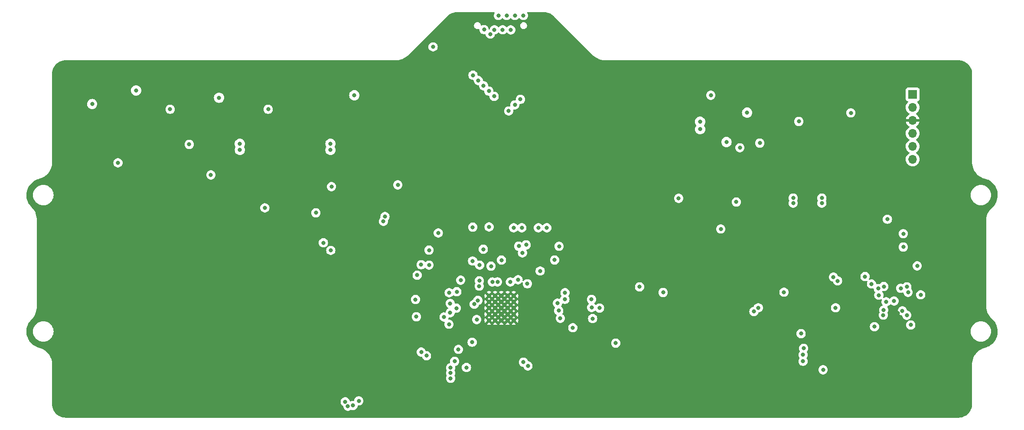
<source format=gbr>
%TF.GenerationSoftware,KiCad,Pcbnew,8.0.2*%
%TF.CreationDate,2024-06-27T20:48:59+03:00*%
%TF.ProjectId,MVBMS,4d56424d-532e-46b6-9963-61645f706362,rev?*%
%TF.SameCoordinates,Original*%
%TF.FileFunction,Copper,L3,Inr*%
%TF.FilePolarity,Positive*%
%FSLAX46Y46*%
G04 Gerber Fmt 4.6, Leading zero omitted, Abs format (unit mm)*
G04 Created by KiCad (PCBNEW 8.0.2) date 2024-06-27 20:48:59*
%MOMM*%
%LPD*%
G01*
G04 APERTURE LIST*
%TA.AperFunction,ComponentPad*%
%ADD10C,0.800000*%
%TD*%
%TA.AperFunction,ComponentPad*%
%ADD11R,1.700000X1.700000*%
%TD*%
%TA.AperFunction,ComponentPad*%
%ADD12O,1.700000X1.700000*%
%TD*%
%TA.AperFunction,ViaPad*%
%ADD13C,0.800000*%
%TD*%
G04 APERTURE END LIST*
D10*
%TO.N,GND*%
%TO.C,U3*%
X194575000Y-165325000D03*
X194575000Y-164125000D03*
X194575000Y-162925000D03*
X194575000Y-161725000D03*
X194575000Y-160525000D03*
X193375000Y-165325000D03*
X193375000Y-164125000D03*
X193375000Y-162925000D03*
X193375000Y-161725000D03*
X193375000Y-160525000D03*
X192175000Y-165325000D03*
X192175000Y-164125000D03*
X192175000Y-162925000D03*
X192175000Y-161725000D03*
X192175000Y-160525000D03*
X190975000Y-165325000D03*
X190975000Y-164125000D03*
X190975000Y-162925000D03*
X190975000Y-161725000D03*
X190975000Y-160525000D03*
X189775000Y-165325000D03*
X189775000Y-164125000D03*
X189775000Y-162925000D03*
X189775000Y-161725000D03*
X189775000Y-160525000D03*
%TD*%
D11*
%TO.N,+3V3*%
%TO.C,J0*%
X272500000Y-121150000D03*
D12*
%TO.N,/Microcontroller/SWCLK*%
X272500000Y-123690000D03*
%TO.N,GND*%
X272500000Y-126229999D03*
%TO.N,/Microcontroller/SWDIO*%
X272500000Y-128770000D03*
%TO.N,/Microcontroller/NRST*%
X272500000Y-131310000D03*
%TO.N,/Microcontroller/TRACESWO*%
X272500000Y-133850000D03*
%TD*%
D13*
%TO.N,GND*%
X145000000Y-180000000D03*
X120000000Y-125000000D03*
X160000000Y-135000000D03*
X160000000Y-145000000D03*
X105000000Y-130000000D03*
X177200000Y-125000000D03*
X241690000Y-137830000D03*
X150000000Y-155000000D03*
X115000000Y-140000000D03*
X256725000Y-121645000D03*
X188810000Y-112240000D03*
X257360000Y-169000000D03*
X105000000Y-160000000D03*
X170000000Y-115000000D03*
X274935000Y-154700000D03*
X180000000Y-125000000D03*
X132519999Y-120019999D03*
X135000000Y-180000000D03*
X225000000Y-150000000D03*
X260000000Y-175000000D03*
X150000000Y-115000000D03*
X230000000Y-155000000D03*
X110000000Y-175000000D03*
X155000000Y-170000000D03*
X266915000Y-150600000D03*
X110000000Y-115000000D03*
X140000000Y-145000000D03*
X105000000Y-120000000D03*
X105000000Y-180000000D03*
X145000000Y-150000000D03*
X240000000Y-115000000D03*
X245000000Y-160000000D03*
X255000000Y-140000000D03*
X130000000Y-145000000D03*
X129196400Y-132696400D03*
X275000000Y-120000000D03*
X155000000Y-180000000D03*
X165000000Y-170000000D03*
X270000000Y-135000000D03*
X190425108Y-167850000D03*
X115000000Y-160000000D03*
X220000000Y-175000000D03*
X240000000Y-165000000D03*
X280000000Y-125000000D03*
X155000000Y-160000000D03*
X260000000Y-115000000D03*
X280000000Y-165000000D03*
X125000000Y-160000000D03*
X163320300Y-144530000D03*
X141519997Y-121119997D03*
X240024999Y-133455001D03*
X220000000Y-115000000D03*
X200000000Y-115000000D03*
X110000000Y-125000000D03*
X236760000Y-141650000D03*
X250000000Y-165000000D03*
X235000000Y-160000000D03*
X245000000Y-140000000D03*
X120000000Y-175000000D03*
X160000000Y-165000000D03*
X272065000Y-173050000D03*
X262931785Y-164065000D03*
X109900000Y-118900000D03*
X130000000Y-165000000D03*
X110000000Y-145000000D03*
X210000000Y-175000000D03*
X130000000Y-155000000D03*
X110000000Y-165000000D03*
X205000000Y-110000000D03*
X270000000Y-125000000D03*
X235000000Y-150000000D03*
X120000000Y-155000000D03*
X236250000Y-144615000D03*
X110000000Y-135000000D03*
X285000000Y-160000000D03*
X140000000Y-115000000D03*
X187490000Y-166660000D03*
X265000000Y-120000000D03*
X265690000Y-155810000D03*
X245000000Y-130000000D03*
X166922500Y-136522500D03*
X240050000Y-122780000D03*
X221350000Y-148900000D03*
X130000000Y-115000000D03*
X260000000Y-155000000D03*
X230000000Y-165000000D03*
X165000000Y-180000000D03*
X150000000Y-175000000D03*
X235000000Y-170000000D03*
X275000000Y-130000000D03*
X193770000Y-174630000D03*
X242439999Y-173334999D03*
X250000000Y-175000000D03*
X187775000Y-174625000D03*
X240000000Y-145000000D03*
X275000000Y-140000000D03*
X264050000Y-149350000D03*
X135000000Y-150000000D03*
X165000000Y-120000000D03*
X110000000Y-155000000D03*
X260000000Y-145000000D03*
X149520000Y-136380000D03*
X130000000Y-175000000D03*
X152200000Y-133540000D03*
X280000000Y-145000000D03*
X160000000Y-115000000D03*
X165000000Y-160000000D03*
X115000000Y-170000000D03*
X145000000Y-170000000D03*
X230530000Y-141750000D03*
X258550000Y-161700000D03*
X115000000Y-120000000D03*
X200000000Y-175000000D03*
X265000000Y-130000000D03*
X240000000Y-155000000D03*
X240000000Y-175000000D03*
X125000000Y-150000000D03*
X140000000Y-155000000D03*
X250000000Y-155000000D03*
X262700000Y-121800000D03*
X267560000Y-135190000D03*
X268760000Y-171250000D03*
X151872800Y-124672800D03*
X220900000Y-122780000D03*
X255000000Y-130000000D03*
X219700000Y-136900000D03*
X130000000Y-135000000D03*
X216610000Y-142590000D03*
X140000000Y-175000000D03*
X255000000Y-120000000D03*
X210000000Y-135000000D03*
X285000000Y-150000000D03*
X185000000Y-106300000D03*
X120000000Y-115000000D03*
X180000000Y-115000000D03*
X246732500Y-167927500D03*
X120000000Y-145000000D03*
X125000000Y-180000000D03*
X199900000Y-106300000D03*
X115000000Y-130000000D03*
X115000000Y-150000000D03*
X180000000Y-175000000D03*
X225000000Y-170000000D03*
X260000000Y-165000000D03*
X115000000Y-180000000D03*
X150000000Y-165000000D03*
X135000000Y-160000000D03*
X160000000Y-175000000D03*
X160000000Y-155000000D03*
X140000000Y-165000000D03*
X215000000Y-120000000D03*
X155000000Y-150000000D03*
X248005000Y-152282500D03*
X124030000Y-132010000D03*
X105000000Y-150000000D03*
X145000000Y-140000000D03*
X210740000Y-121740000D03*
X230000000Y-175000000D03*
X125000000Y-170000000D03*
X260000000Y-135000000D03*
X175000000Y-180000000D03*
X270000000Y-115000000D03*
X274960000Y-159350000D03*
X250000000Y-135000000D03*
X280000000Y-115000000D03*
X257925000Y-121645000D03*
X117000000Y-118950000D03*
X145000000Y-160000000D03*
X256770000Y-150890000D03*
X150000000Y-145000000D03*
X105000000Y-140000000D03*
X280000000Y-175000000D03*
X135000000Y-170000000D03*
X120000000Y-165000000D03*
X140058600Y-136898600D03*
X280000000Y-155000000D03*
X250000000Y-115000000D03*
X269585000Y-163910000D03*
X245000000Y-150000000D03*
X280000000Y-135000000D03*
X120000000Y-135000000D03*
X275000000Y-150000000D03*
X155000000Y-140000000D03*
X262333097Y-168783097D03*
X264253098Y-173500000D03*
X215000000Y-140000000D03*
X125000000Y-140000000D03*
X223070000Y-166580000D03*
X230000000Y-115000000D03*
X223900000Y-142600000D03*
X210000000Y-115000000D03*
%TO.N,+3V3*%
X265040000Y-166570000D03*
X272120000Y-166230000D03*
X254765000Y-141420000D03*
X249165000Y-141420000D03*
X188790000Y-108480000D03*
X273385000Y-154675000D03*
X249165000Y-142420000D03*
X263190000Y-156765000D03*
X254765000Y-142420000D03*
X159000000Y-139185000D03*
X270672500Y-150992500D03*
X135440600Y-136898600D03*
X250700000Y-167925000D03*
X226797500Y-141472500D03*
X178830000Y-111855000D03*
X247357345Y-159827655D03*
X185350000Y-174550000D03*
X255000000Y-175000000D03*
%TO.N,/CAN_Transciever/V_{ref}*%
X270662500Y-148392500D03*
X267560000Y-145562500D03*
%TO.N,+12V*%
X131210000Y-130921400D03*
X260421250Y-124768750D03*
X250260000Y-126440000D03*
X233080000Y-121325000D03*
%TO.N,/Input_Output/RELAY_DRAIN*%
X238060000Y-142190000D03*
X238760000Y-131580000D03*
%TO.N,/Battery_Management_System_Right/TMP_SCL*%
X257430000Y-162875000D03*
X265801507Y-159115484D03*
X186630000Y-117400000D03*
X242350801Y-162875000D03*
X169438943Y-145021057D03*
%TO.N,/Battery_Management_System_Right/TMP_SDA*%
X190010000Y-109346000D03*
X241500000Y-163600000D03*
X169138010Y-145974704D03*
%TO.N,/Battery_Management_System_Right/MISO*%
X182264396Y-175630313D03*
X183775000Y-171010000D03*
%TO.N,/Battery_Management_System_Right/SCK(IPA)*%
X182264393Y-174605004D03*
X183050000Y-173340000D03*
%TO.N,/Battery_Management_System_Right/MOSI*%
X182264396Y-176655618D03*
X186470000Y-169610000D03*
%TO.N,/Microcontroller/NRST*%
X268860000Y-161550000D03*
%TO.N,/Microcontroller/TRACESWO*%
X265890000Y-160410000D03*
%TO.N,/Microcontroller/SWDIO*%
X266868729Y-158708729D03*
%TO.N,/Microcontroller/SWCLK*%
X264457500Y-158222500D03*
%TO.N,/Battery_Management_System_Right/Filter_Balancing_Block_0/C(n)_in*%
X187350000Y-165174522D03*
X177550000Y-172250000D03*
X187670000Y-118440000D03*
%TO.N,/Input_Output/RELAY_ENABLE*%
X257025551Y-156880001D03*
X242639609Y-130670000D03*
%TO.N,/Input_Output/PRECHARGE_ENABLE*%
X235026802Y-147473198D03*
X257835280Y-157605001D03*
%TO.N,/Battery_Management_System_Right/Filter_Balancing_Block_0/C(n+1)*%
X183375000Y-162950000D03*
X180975000Y-164675000D03*
%TO.N,/Battery_Management_System_Right/Filter_Balancing_Block_0/S(n+1)P*%
X175575000Y-164625000D03*
X182175000Y-163825000D03*
%TO.N,/Battery_Management_System_Right/Filter_Balancing_Block_0/C(n+1:n)_in*%
X190810000Y-108520000D03*
%TO.N,/Battery_Management_System_Right/Filter_Balancing_Block_0/S(n)P*%
X181949847Y-166099847D03*
X176525000Y-171525000D03*
%TO.N,/Battery_Management_System_Right/Filter_Balancing_Block_1/C(n+1:n)_in*%
X191610000Y-105730000D03*
X183475000Y-159725000D03*
X178050000Y-154525000D03*
%TO.N,/Battery_Management_System_Right/Filter_Balancing_Block_1/S(n+1)P*%
X181975000Y-159925000D03*
X176500000Y-154450000D03*
%TO.N,/Battery_Management_System_Right/Filter_Balancing_Block_1/S(n)P*%
X175410000Y-161250000D03*
X186875000Y-162174398D03*
%TO.N,/Battery_Management_System_Right/Filter_Balancing_Block_0/C(n+1)_in*%
X182175000Y-162025000D03*
X188700000Y-119467347D03*
X187575000Y-161425000D03*
%TO.N,/Battery_Management_System_Right/Filter_Balancing_Block_2/C(n+1)*%
X187870438Y-157585444D03*
X186550000Y-153725000D03*
%TO.N,/Battery_Management_System_Right/Filter_Balancing_Block_2/C(n+1:n)_in*%
X192410000Y-108520000D03*
%TO.N,/Battery_Management_System_Right/Filter_Balancing_Block_2/S(n+1)P*%
X186580000Y-147110000D03*
X187916754Y-154525000D03*
%TO.N,/Battery_Management_System_Right/Filter_Balancing_Block_2/S(n)P*%
X179850000Y-148250000D03*
X187840000Y-158640000D03*
%TO.N,/Battery_Management_System_Right/Filter_Balancing_Block_1/C(n+1)_in*%
X184230000Y-157470000D03*
X178050000Y-151600000D03*
X189732195Y-120502195D03*
X175725000Y-156500000D03*
%TO.N,/Battery_Management_System_Right/Filter_Balancing_Block_3/C(n+1:n)_in*%
X193210000Y-105730000D03*
X192198153Y-153541419D03*
X195562653Y-150821763D03*
%TO.N,/Battery_Management_System_Right/Filter_Balancing_Block_3/S(n+1)P*%
X191419743Y-157825000D03*
X194575000Y-147225000D03*
%TO.N,/Battery_Management_System_Right/Filter_Balancing_Block_3/S(n)P*%
X190150000Y-154725000D03*
X189770000Y-147060000D03*
%TO.N,/Battery_Management_System_Right/Filter_Balancing_Block_2/C(n+1)_in*%
X190419740Y-157825000D03*
X188641754Y-151425000D03*
X190757500Y-121527500D03*
%TO.N,/Battery_Management_System_Right/Filter_Balancing_Block_4/C(n+1)*%
X203450000Y-150850000D03*
X202575000Y-153525000D03*
%TO.N,/Battery_Management_System_Right/Filter_Balancing_Block_4/C(n+1:n)_in*%
X195424393Y-157388078D03*
X199400000Y-147225000D03*
X194010001Y-108530000D03*
%TO.N,/Battery_Management_System_Right/Filter_Balancing_Block_4/S(n)P*%
X196287653Y-152150000D03*
X196175000Y-147225000D03*
%TO.N,/Battery_Management_System_Right/Filter_Balancing_Block_3/C(n+1)_in*%
X193610306Y-124385612D03*
X193925065Y-157825000D03*
X197012653Y-150567024D03*
%TO.N,/Battery_Management_System_Right/Filter_Balancing_Block_5/C(n+1)*%
X203132668Y-161967332D03*
X204600477Y-159921106D03*
%TO.N,/Battery_Management_System_Right/Filter_Balancing_Block_5/S(n+1)P*%
X204575000Y-161225000D03*
X209775000Y-161225000D03*
%TO.N,/Battery_Management_System_Right/Filter_Balancing_Block_5/C(n+1:n)_in*%
X194810000Y-105730000D03*
%TO.N,/Battery_Management_System_Right/Filter_Balancing_Block_4/C(n+1)_in*%
X201050000Y-147225000D03*
X199745892Y-155679108D03*
X197250000Y-158175000D03*
X194800000Y-123200000D03*
%TO.N,/Battery_Management_System_Right/Filter_Balancing_Block_5/C(n+1)_in*%
X211350000Y-162930000D03*
X203675000Y-164925000D03*
X195887653Y-122112347D03*
X210000000Y-164975000D03*
%TO.N,/Input_Output/~{BAT_COOLING_PWM}*%
X127481400Y-124056400D03*
X146631400Y-124056400D03*
%TO.N,+5V*%
X223760000Y-159880000D03*
X196487499Y-173512500D03*
%TO.N,Net-(J1-Pin_20)*%
X206125000Y-166775000D03*
X214510000Y-169790000D03*
X196490000Y-105730000D03*
%TO.N,Net-(U3-S13P)*%
X209800000Y-162820000D03*
X203375000Y-163425000D03*
%TO.N,Net-(Q0-B)*%
X219160000Y-158780000D03*
X197360000Y-174237500D03*
%TO.N,/Input_Output/RELAY_BAT_SIDE*%
X141090000Y-130810000D03*
X240160000Y-124720000D03*
X236135000Y-130475000D03*
X158800000Y-132010000D03*
X158800000Y-130800000D03*
X230985000Y-126485000D03*
X230990000Y-127955000D03*
X141092426Y-132000000D03*
%TO.N,/Microcontroller/EEPROM_SCL*%
X266758391Y-164303409D03*
X251095000Y-172065000D03*
%TO.N,/Input_Output/BAT_COOLING_ENABLE*%
X271592504Y-159842322D03*
X145980000Y-143340000D03*
%TO.N,/Microcontroller/EEPROM_~{WC}*%
X251205000Y-170795000D03*
X267310305Y-161707347D03*
%TO.N,/Input_Output/BAT_COOLING_PWM*%
X274070000Y-160340000D03*
X117300000Y-134530000D03*
%TO.N,/Microcontroller/EEPROM_SDA*%
X266826982Y-163305760D03*
X251085000Y-173334999D03*
%TO.N,/Input_Output/INV_PWR*%
X163450000Y-121320000D03*
X120838750Y-120390000D03*
%TO.N,/Input_Output/BAT_PWR*%
X137030000Y-121800000D03*
X112251250Y-123031250D03*
%TO.N,/Input_Output/ESC_COOLING_PWM*%
X270170074Y-159058813D03*
X163182349Y-181974893D03*
%TO.N,/Input_Output/ESC_COOLING_ENABLE*%
X271359352Y-158765000D03*
X162190672Y-182103652D03*
%TO.N,/Input_Output/ESC_R_PWM*%
X171947650Y-138850000D03*
X164332958Y-181074892D03*
X270489632Y-163483808D03*
X158860000Y-151652718D03*
%TO.N,/Input_Output/ESC_L_PWM*%
X157410000Y-150164360D03*
X271340000Y-164330000D03*
X155950000Y-144310000D03*
X161670000Y-181249893D03*
%TD*%
%TA.AperFunction,Conductor*%
%TO.N,GND*%
G36*
X190816267Y-105067586D02*
G01*
X190862022Y-105120390D01*
X190871966Y-105189548D01*
X190856615Y-105233901D01*
X190782821Y-105361715D01*
X190782818Y-105361722D01*
X190749024Y-105465731D01*
X190724326Y-105541744D01*
X190704540Y-105730000D01*
X190724326Y-105918256D01*
X190724327Y-105918259D01*
X190782818Y-106098277D01*
X190782821Y-106098284D01*
X190877467Y-106262216D01*
X190902150Y-106289629D01*
X191004129Y-106402888D01*
X191157265Y-106514148D01*
X191157270Y-106514151D01*
X191330192Y-106591142D01*
X191330197Y-106591144D01*
X191515354Y-106630500D01*
X191515355Y-106630500D01*
X191704644Y-106630500D01*
X191704646Y-106630500D01*
X191889803Y-106591144D01*
X192062730Y-106514151D01*
X192215871Y-106402888D01*
X192317850Y-106289628D01*
X192377337Y-106252980D01*
X192447194Y-106254311D01*
X192502150Y-106289629D01*
X192604129Y-106402888D01*
X192757265Y-106514148D01*
X192757270Y-106514151D01*
X192930192Y-106591142D01*
X192930197Y-106591144D01*
X193115354Y-106630500D01*
X193115355Y-106630500D01*
X193304644Y-106630500D01*
X193304646Y-106630500D01*
X193489803Y-106591144D01*
X193662730Y-106514151D01*
X193815871Y-106402888D01*
X193917850Y-106289628D01*
X193977337Y-106252980D01*
X194047194Y-106254311D01*
X194102150Y-106289629D01*
X194204129Y-106402888D01*
X194357265Y-106514148D01*
X194357270Y-106514151D01*
X194530192Y-106591142D01*
X194530197Y-106591144D01*
X194715354Y-106630500D01*
X194715355Y-106630500D01*
X194904644Y-106630500D01*
X194904646Y-106630500D01*
X195089803Y-106591144D01*
X195262730Y-106514151D01*
X195415871Y-106402888D01*
X195542533Y-106262216D01*
X195542609Y-106262083D01*
X195542674Y-106262021D01*
X195546355Y-106256956D01*
X195547280Y-106257628D01*
X195593172Y-106213866D01*
X195661778Y-106200638D01*
X195726644Y-106226601D01*
X195753217Y-106257266D01*
X195753645Y-106256956D01*
X195757265Y-106261939D01*
X195757390Y-106262082D01*
X195757466Y-106262214D01*
X195757468Y-106262217D01*
X195884129Y-106402888D01*
X196037265Y-106514148D01*
X196037270Y-106514151D01*
X196210192Y-106591142D01*
X196210197Y-106591144D01*
X196395354Y-106630500D01*
X196395355Y-106630500D01*
X196584644Y-106630500D01*
X196584646Y-106630500D01*
X196769803Y-106591144D01*
X196942730Y-106514151D01*
X197095871Y-106402888D01*
X197222533Y-106262216D01*
X197317179Y-106098284D01*
X197375674Y-105918256D01*
X197395460Y-105730000D01*
X197375674Y-105541744D01*
X197317179Y-105361716D01*
X197243384Y-105233900D01*
X197226912Y-105166001D01*
X197249765Y-105099974D01*
X197304686Y-105056783D01*
X197350772Y-105047901D01*
X200506504Y-105047901D01*
X200513460Y-105048096D01*
X200805301Y-105064494D01*
X200819097Y-105066049D01*
X201103817Y-105114433D01*
X201117361Y-105117524D01*
X201394885Y-105197485D01*
X201408008Y-105202078D01*
X201598012Y-105280783D01*
X201641937Y-105298979D01*
X201674813Y-105312597D01*
X201687335Y-105318626D01*
X201940112Y-105458336D01*
X201951876Y-105465729D01*
X202059002Y-105541740D01*
X202187411Y-105632853D01*
X202198282Y-105641523D01*
X202416795Y-105836800D01*
X202421849Y-105841577D01*
X202452496Y-105872225D01*
X202452497Y-105872226D01*
X210082932Y-113502663D01*
X210083054Y-113502886D01*
X210083105Y-113502836D01*
X210191279Y-113611440D01*
X210441624Y-113817722D01*
X210441633Y-113817728D01*
X210710988Y-113998465D01*
X210996763Y-114151919D01*
X210996773Y-114151923D01*
X210996778Y-114151926D01*
X210996788Y-114151930D01*
X211296224Y-114276623D01*
X211296229Y-114276624D01*
X211296235Y-114276627D01*
X211606477Y-114371367D01*
X211924512Y-114435232D01*
X212247277Y-114467608D01*
X212361774Y-114467811D01*
X212363083Y-114467898D01*
X212370434Y-114467898D01*
X212370438Y-114467899D01*
X212410020Y-114467898D01*
X212457064Y-114467982D01*
X212457066Y-114467981D01*
X212466085Y-114467997D01*
X212467336Y-114467897D01*
X281412915Y-114467853D01*
X281419867Y-114468048D01*
X281711695Y-114484435D01*
X281725498Y-114485991D01*
X281957711Y-114525445D01*
X282010217Y-114534367D01*
X282023773Y-114537461D01*
X282145692Y-114572585D01*
X282301297Y-114617414D01*
X282314393Y-114621996D01*
X282581227Y-114732524D01*
X282593747Y-114738554D01*
X282846510Y-114878252D01*
X282858285Y-114885651D01*
X283093811Y-115052767D01*
X283104683Y-115061437D01*
X283320024Y-115253881D01*
X283329856Y-115263714D01*
X283522288Y-115479049D01*
X283530958Y-115489921D01*
X283698068Y-115725445D01*
X283705467Y-115737219D01*
X283845165Y-115989992D01*
X283851198Y-116002521D01*
X283961711Y-116269333D01*
X283966303Y-116282458D01*
X284046247Y-116559965D01*
X284049341Y-116573522D01*
X284097711Y-116858234D01*
X284099268Y-116872052D01*
X284115698Y-117164704D01*
X284115893Y-117171655D01*
X284115893Y-117224918D01*
X284115896Y-117224955D01*
X284115896Y-134374658D01*
X284115894Y-134374688D01*
X284115894Y-134379543D01*
X284115864Y-134379645D01*
X284115941Y-134599361D01*
X284150255Y-134934532D01*
X284150255Y-134934533D01*
X284218510Y-135264443D01*
X284218511Y-135264447D01*
X284320011Y-135585725D01*
X284320015Y-135585737D01*
X284453686Y-135894983D01*
X284453695Y-135895000D01*
X284618158Y-136189033D01*
X284643901Y-136225711D01*
X284811714Y-136464808D01*
X285024454Y-136710340D01*
X285032341Y-136719443D01*
X285032384Y-136719483D01*
X285277743Y-136950288D01*
X285277750Y-136950293D01*
X285277753Y-136950296D01*
X285545378Y-137154952D01*
X285832444Y-137331294D01*
X285832454Y-137331300D01*
X285832462Y-137331304D01*
X285832466Y-137331306D01*
X286135993Y-137477504D01*
X286135995Y-137477505D01*
X286403222Y-137574106D01*
X286452846Y-137592045D01*
X286560330Y-137618942D01*
X286560568Y-137619022D01*
X286570098Y-137621403D01*
X286570099Y-137621404D01*
X286595825Y-137627832D01*
X286613163Y-137632165D01*
X286619353Y-137633883D01*
X286936911Y-137730958D01*
X286948982Y-137735343D01*
X287251844Y-137863492D01*
X287263389Y-137869099D01*
X287551386Y-138027892D01*
X287562275Y-138034654D01*
X287767187Y-138177112D01*
X287832298Y-138222378D01*
X287842445Y-138230242D01*
X288091608Y-138444891D01*
X288100876Y-138453751D01*
X288297007Y-138661740D01*
X288326498Y-138693014D01*
X288334812Y-138702799D01*
X288492862Y-138909651D01*
X288534475Y-138964112D01*
X288541733Y-138974707D01*
X288713290Y-139255255D01*
X288719414Y-139266543D01*
X288743636Y-139317304D01*
X288840651Y-139520612D01*
X288861043Y-139563345D01*
X288865966Y-139575206D01*
X288976134Y-139885058D01*
X288979804Y-139897365D01*
X289057335Y-140216953D01*
X289059712Y-140229573D01*
X289103774Y-140555464D01*
X289104833Y-140568262D01*
X289114952Y-140896957D01*
X289114682Y-140909797D01*
X289090751Y-141237778D01*
X289089155Y-141250521D01*
X289031428Y-141574272D01*
X289028522Y-141586780D01*
X288937621Y-141902824D01*
X288933437Y-141914966D01*
X288810335Y-142219915D01*
X288804917Y-142231559D01*
X288650939Y-142522134D01*
X288644346Y-142533155D01*
X288461138Y-142806249D01*
X288453441Y-142816529D01*
X288242967Y-143069213D01*
X288234248Y-143078641D01*
X287996033Y-143310868D01*
X287991321Y-143315229D01*
X287951431Y-143350277D01*
X287951181Y-143350533D01*
X287877078Y-143415681D01*
X287877065Y-143415694D01*
X287663202Y-143642739D01*
X287663201Y-143642741D01*
X287471700Y-143888943D01*
X287304266Y-144152112D01*
X287162398Y-144429890D01*
X287162396Y-144429896D01*
X287073959Y-144652772D01*
X287047353Y-144719822D01*
X286981432Y-144946251D01*
X286960162Y-145019308D01*
X286901604Y-145325663D01*
X286901602Y-145325679D01*
X286872194Y-145636200D01*
X286872159Y-145744756D01*
X286872145Y-145744988D01*
X286872145Y-162487353D01*
X286872144Y-162487371D01*
X286872145Y-162542559D01*
X286872145Y-162589875D01*
X286872174Y-162590332D01*
X286872211Y-162698522D01*
X286899924Y-162991045D01*
X286901628Y-163009035D01*
X286960192Y-163315399D01*
X287047383Y-163614876D01*
X287047385Y-163614882D01*
X287047386Y-163614884D01*
X287162422Y-163904796D01*
X287304290Y-164182583D01*
X287471713Y-164445748D01*
X287663198Y-164691945D01*
X287663207Y-164691956D01*
X287877062Y-164919012D01*
X287950898Y-164983929D01*
X287951104Y-164984141D01*
X287958440Y-164990586D01*
X287958441Y-164990587D01*
X287991455Y-165019592D01*
X287991772Y-165019870D01*
X287996487Y-165024234D01*
X288234286Y-165256048D01*
X288243005Y-165265476D01*
X288344300Y-165387081D01*
X288393251Y-165445848D01*
X288453477Y-165518149D01*
X288461173Y-165528426D01*
X288470820Y-165542806D01*
X288644395Y-165801534D01*
X288650987Y-165812555D01*
X288742368Y-165984996D01*
X288772440Y-166041744D01*
X288804968Y-166103125D01*
X288810386Y-166114769D01*
X288933492Y-166419722D01*
X288937673Y-166431853D01*
X289028577Y-166747896D01*
X289031483Y-166760405D01*
X289089214Y-167084173D01*
X289090810Y-167096916D01*
X289114743Y-167424897D01*
X289115013Y-167437737D01*
X289104894Y-167766435D01*
X289103835Y-167779233D01*
X289059772Y-168105127D01*
X289057395Y-168117747D01*
X288979861Y-168437343D01*
X288976190Y-168449651D01*
X288866021Y-168759498D01*
X288861098Y-168771359D01*
X288719469Y-169068156D01*
X288713346Y-169079444D01*
X288541776Y-169360007D01*
X288534517Y-169370602D01*
X288334854Y-169631906D01*
X288326539Y-169641693D01*
X288100920Y-169880948D01*
X288091637Y-169889823D01*
X287842479Y-170104459D01*
X287832328Y-170112326D01*
X287562302Y-170300044D01*
X287551392Y-170306818D01*
X287263407Y-170465597D01*
X287251854Y-170471207D01*
X286948992Y-170599346D01*
X286936922Y-170603731D01*
X286618972Y-170700917D01*
X286612782Y-170702635D01*
X286561269Y-170715505D01*
X286560267Y-170715840D01*
X286452874Y-170742710D01*
X286452867Y-170742712D01*
X286136018Y-170857234D01*
X286136001Y-170857241D01*
X285832465Y-171003429D01*
X285545385Y-171179766D01*
X285277749Y-171384419D01*
X285277739Y-171384428D01*
X285032331Y-171615269D01*
X284811704Y-171869897D01*
X284811702Y-171869900D01*
X284618148Y-172145668D01*
X284453683Y-172439704D01*
X284453675Y-172439720D01*
X284320001Y-172748976D01*
X284320000Y-172748978D01*
X284218510Y-173070240D01*
X284218509Y-173070244D01*
X284150255Y-173400179D01*
X284115950Y-173735351D01*
X284115910Y-173856715D01*
X284115895Y-173856957D01*
X284115895Y-181612151D01*
X284115894Y-181612169D01*
X284115894Y-181663880D01*
X284115699Y-181670830D01*
X284099316Y-181962656D01*
X284097759Y-181976475D01*
X284049387Y-182261192D01*
X284046293Y-182274749D01*
X283966347Y-182552260D01*
X283961755Y-182565385D01*
X283851237Y-182832209D01*
X283845203Y-182844738D01*
X283705512Y-183097497D01*
X283698114Y-183109271D01*
X283530990Y-183344814D01*
X283522320Y-183355686D01*
X283329884Y-183571025D01*
X283320052Y-183580858D01*
X283185149Y-183701415D01*
X283104711Y-183773300D01*
X283093844Y-183781967D01*
X282858309Y-183949090D01*
X282846535Y-183956488D01*
X282593769Y-184096188D01*
X282581240Y-184102222D01*
X282314428Y-184212740D01*
X282301303Y-184217333D01*
X282023783Y-184297286D01*
X282010225Y-184300380D01*
X281725512Y-184348754D01*
X281711695Y-184350311D01*
X281420616Y-184366658D01*
X281413663Y-184366853D01*
X107173998Y-184366853D01*
X107173974Y-184366851D01*
X107163990Y-184366851D01*
X107119877Y-184366851D01*
X107112924Y-184366656D01*
X106821102Y-184350267D01*
X106807284Y-184348710D01*
X106522574Y-184300335D01*
X106509017Y-184297241D01*
X106231505Y-184217290D01*
X106218380Y-184212697D01*
X105951570Y-184102179D01*
X105939041Y-184096145D01*
X105686286Y-183956450D01*
X105674512Y-183949052D01*
X105438983Y-183781933D01*
X105428111Y-183773263D01*
X105212776Y-183580824D01*
X105202944Y-183570991D01*
X105010504Y-183355646D01*
X105001834Y-183344774D01*
X104834719Y-183109244D01*
X104827329Y-183097481D01*
X104687630Y-182844708D01*
X104681606Y-182832199D01*
X104571085Y-182565368D01*
X104566493Y-182552243D01*
X104506262Y-182343170D01*
X104486546Y-182274733D01*
X104483454Y-182261181D01*
X104466800Y-182163152D01*
X104435082Y-181976451D01*
X104433528Y-181962656D01*
X104417090Y-181669878D01*
X104416896Y-181662941D01*
X104416896Y-181646963D01*
X104416897Y-181619762D01*
X104416896Y-181619760D01*
X104416896Y-181605335D01*
X104416894Y-181605325D01*
X104416894Y-181249893D01*
X160764540Y-181249893D01*
X160784326Y-181438149D01*
X160784327Y-181438152D01*
X160842818Y-181618170D01*
X160842821Y-181618177D01*
X160937467Y-181782109D01*
X161006739Y-181859043D01*
X161064129Y-181922781D01*
X161217265Y-182034041D01*
X161222893Y-182037290D01*
X161222015Y-182038809D01*
X161268700Y-182078482D01*
X161288355Y-182133559D01*
X161293092Y-182178635D01*
X161304998Y-182291908D01*
X161304999Y-182291911D01*
X161363490Y-182471929D01*
X161363493Y-182471936D01*
X161458139Y-182635868D01*
X161584801Y-182776540D01*
X161737937Y-182887800D01*
X161737942Y-182887803D01*
X161910864Y-182964794D01*
X161910869Y-182964796D01*
X162096026Y-183004152D01*
X162096027Y-183004152D01*
X162285316Y-183004152D01*
X162285318Y-183004152D01*
X162470475Y-182964796D01*
X162643402Y-182887803D01*
X162728126Y-182826246D01*
X162793931Y-182802767D01*
X162851447Y-182813285D01*
X162902546Y-182836037D01*
X163087703Y-182875393D01*
X163087704Y-182875393D01*
X163276993Y-182875393D01*
X163276995Y-182875393D01*
X163462152Y-182836037D01*
X163635079Y-182759044D01*
X163788220Y-182647781D01*
X163914882Y-182507109D01*
X164009528Y-182343177D01*
X164068023Y-182163149D01*
X164076651Y-182081048D01*
X164103235Y-182016436D01*
X164160533Y-181976451D01*
X164225751Y-181972722D01*
X164238312Y-181975392D01*
X164238315Y-181975392D01*
X164427602Y-181975392D01*
X164427604Y-181975392D01*
X164612761Y-181936036D01*
X164785688Y-181859043D01*
X164938829Y-181747780D01*
X165065491Y-181607108D01*
X165160137Y-181443176D01*
X165218632Y-181263148D01*
X165238418Y-181074892D01*
X165218632Y-180886636D01*
X165160137Y-180706608D01*
X165065491Y-180542676D01*
X164938829Y-180402004D01*
X164938828Y-180402003D01*
X164785692Y-180290743D01*
X164785687Y-180290740D01*
X164612765Y-180213749D01*
X164612760Y-180213747D01*
X164466959Y-180182757D01*
X164427604Y-180174392D01*
X164238312Y-180174392D01*
X164205855Y-180181290D01*
X164053155Y-180213747D01*
X164053150Y-180213749D01*
X163880228Y-180290740D01*
X163880223Y-180290743D01*
X163727087Y-180402003D01*
X163600424Y-180542677D01*
X163505779Y-180706607D01*
X163505776Y-180706614D01*
X163448917Y-180881609D01*
X163447284Y-180886636D01*
X163442027Y-180936648D01*
X163438655Y-180968734D01*
X163412070Y-181033348D01*
X163354772Y-181073332D01*
X163289556Y-181077062D01*
X163276998Y-181074393D01*
X163276995Y-181074393D01*
X163087703Y-181074393D01*
X163055246Y-181081291D01*
X162902546Y-181113748D01*
X162902541Y-181113750D01*
X162732329Y-181189535D01*
X162663079Y-181198820D01*
X162599802Y-181169192D01*
X162562589Y-181110057D01*
X162558573Y-181089224D01*
X162555674Y-181061637D01*
X162497179Y-180881609D01*
X162402533Y-180717677D01*
X162275871Y-180577005D01*
X162275870Y-180577004D01*
X162122734Y-180465744D01*
X162122729Y-180465741D01*
X161949807Y-180388750D01*
X161949802Y-180388748D01*
X161804001Y-180357758D01*
X161764646Y-180349393D01*
X161575354Y-180349393D01*
X161542897Y-180356291D01*
X161390197Y-180388748D01*
X161390192Y-180388750D01*
X161217270Y-180465741D01*
X161217265Y-180465744D01*
X161064129Y-180577004D01*
X160937466Y-180717678D01*
X160842821Y-180881608D01*
X160842818Y-180881615D01*
X160784327Y-181061633D01*
X160784326Y-181061637D01*
X160764540Y-181249893D01*
X104416894Y-181249893D01*
X104416894Y-174605004D01*
X181358933Y-174605004D01*
X181378719Y-174793260D01*
X181378720Y-174793263D01*
X181437214Y-174973289D01*
X181484771Y-175055661D01*
X181501244Y-175123562D01*
X181484771Y-175179661D01*
X181437217Y-175262027D01*
X181402692Y-175368284D01*
X181378722Y-175442057D01*
X181358936Y-175630313D01*
X181378722Y-175818569D01*
X181378723Y-175818572D01*
X181437214Y-175998590D01*
X181437217Y-175998597D01*
X181484772Y-176080964D01*
X181501245Y-176148864D01*
X181484773Y-176204963D01*
X181437216Y-176287334D01*
X181378723Y-176467358D01*
X181378722Y-176467362D01*
X181358936Y-176655618D01*
X181378722Y-176843874D01*
X181378723Y-176843877D01*
X181437214Y-177023895D01*
X181437217Y-177023902D01*
X181531863Y-177187834D01*
X181658525Y-177328506D01*
X181811661Y-177439766D01*
X181811666Y-177439769D01*
X181984588Y-177516760D01*
X181984593Y-177516762D01*
X182169750Y-177556118D01*
X182169751Y-177556118D01*
X182359040Y-177556118D01*
X182359042Y-177556118D01*
X182544199Y-177516762D01*
X182717126Y-177439769D01*
X182870267Y-177328506D01*
X182996929Y-177187834D01*
X183091575Y-177023902D01*
X183150070Y-176843874D01*
X183169856Y-176655618D01*
X183150070Y-176467362D01*
X183091575Y-176287334D01*
X183044019Y-176204965D01*
X183027546Y-176137065D01*
X183044018Y-176080966D01*
X183091575Y-175998597D01*
X183150070Y-175818569D01*
X183169856Y-175630313D01*
X183150070Y-175442057D01*
X183091575Y-175262029D01*
X183044015Y-175179653D01*
X183027543Y-175111755D01*
X183044014Y-175055659D01*
X183091572Y-174973288D01*
X183150067Y-174793260D01*
X183169853Y-174605004D01*
X183164072Y-174550000D01*
X184444540Y-174550000D01*
X184464326Y-174738256D01*
X184464327Y-174738259D01*
X184522818Y-174918277D01*
X184522821Y-174918284D01*
X184617467Y-175082216D01*
X184705202Y-175179655D01*
X184744129Y-175222888D01*
X184897265Y-175334148D01*
X184897270Y-175334151D01*
X185070192Y-175411142D01*
X185070197Y-175411144D01*
X185255354Y-175450500D01*
X185255355Y-175450500D01*
X185444644Y-175450500D01*
X185444646Y-175450500D01*
X185629803Y-175411144D01*
X185802730Y-175334151D01*
X185955871Y-175222888D01*
X186082533Y-175082216D01*
X186177179Y-174918284D01*
X186235674Y-174738256D01*
X186255460Y-174550000D01*
X186235674Y-174361744D01*
X186177179Y-174181716D01*
X186082533Y-174017784D01*
X185955871Y-173877112D01*
X185955870Y-173877111D01*
X185802734Y-173765851D01*
X185802729Y-173765848D01*
X185629807Y-173688857D01*
X185629802Y-173688855D01*
X185484001Y-173657865D01*
X185444646Y-173649500D01*
X185255354Y-173649500D01*
X185222897Y-173656398D01*
X185070197Y-173688855D01*
X185070192Y-173688857D01*
X184897270Y-173765848D01*
X184897265Y-173765851D01*
X184744129Y-173877111D01*
X184617466Y-174017785D01*
X184522821Y-174181715D01*
X184522818Y-174181722D01*
X184464327Y-174361740D01*
X184464326Y-174361744D01*
X184444540Y-174550000D01*
X183164072Y-174550000D01*
X183150067Y-174416748D01*
X183138705Y-174381782D01*
X183136711Y-174311942D01*
X183172791Y-174252109D01*
X183230852Y-174222176D01*
X183329803Y-174201144D01*
X183329807Y-174201142D01*
X183329808Y-174201142D01*
X183388058Y-174175206D01*
X183502730Y-174124151D01*
X183655871Y-174012888D01*
X183782533Y-173872216D01*
X183877179Y-173708284D01*
X183935674Y-173528256D01*
X183937330Y-173512500D01*
X195582039Y-173512500D01*
X195601825Y-173700756D01*
X195601826Y-173700759D01*
X195660317Y-173880777D01*
X195660320Y-173880784D01*
X195754966Y-174044716D01*
X195839731Y-174138857D01*
X195881628Y-174185388D01*
X196034764Y-174296648D01*
X196034769Y-174296651D01*
X196207691Y-174373642D01*
X196207696Y-174373644D01*
X196392853Y-174413000D01*
X196392854Y-174413000D01*
X196399210Y-174414351D01*
X196398961Y-174415519D01*
X196457448Y-174439584D01*
X196497430Y-174496883D01*
X196497799Y-174497999D01*
X196532819Y-174605780D01*
X196532821Y-174605784D01*
X196627467Y-174769716D01*
X196754129Y-174910388D01*
X196907265Y-175021648D01*
X196907270Y-175021651D01*
X197080192Y-175098642D01*
X197080197Y-175098644D01*
X197265354Y-175138000D01*
X197265355Y-175138000D01*
X197454644Y-175138000D01*
X197454646Y-175138000D01*
X197639803Y-175098644D01*
X197812730Y-175021651D01*
X197842530Y-175000000D01*
X254094540Y-175000000D01*
X254114326Y-175188256D01*
X254114327Y-175188259D01*
X254172818Y-175368277D01*
X254172821Y-175368284D01*
X254267467Y-175532216D01*
X254355794Y-175630313D01*
X254394129Y-175672888D01*
X254547265Y-175784148D01*
X254547270Y-175784151D01*
X254720192Y-175861142D01*
X254720197Y-175861144D01*
X254905354Y-175900500D01*
X254905355Y-175900500D01*
X255094644Y-175900500D01*
X255094646Y-175900500D01*
X255279803Y-175861144D01*
X255452730Y-175784151D01*
X255605871Y-175672888D01*
X255732533Y-175532216D01*
X255827179Y-175368284D01*
X255885674Y-175188256D01*
X255905460Y-175000000D01*
X255885674Y-174811744D01*
X255827179Y-174631716D01*
X255732533Y-174467784D01*
X255605871Y-174327112D01*
X255605870Y-174327111D01*
X255452734Y-174215851D01*
X255452729Y-174215848D01*
X255279807Y-174138857D01*
X255279802Y-174138855D01*
X255134001Y-174107865D01*
X255094646Y-174099500D01*
X254905354Y-174099500D01*
X254872897Y-174106398D01*
X254720197Y-174138855D01*
X254720192Y-174138857D01*
X254547270Y-174215848D01*
X254547265Y-174215851D01*
X254394129Y-174327111D01*
X254267466Y-174467785D01*
X254172821Y-174631715D01*
X254172818Y-174631722D01*
X254120331Y-174793263D01*
X254114326Y-174811744D01*
X254094540Y-175000000D01*
X197842530Y-175000000D01*
X197965871Y-174910388D01*
X198092533Y-174769716D01*
X198187179Y-174605784D01*
X198245674Y-174425756D01*
X198265460Y-174237500D01*
X198245674Y-174049244D01*
X198187179Y-173869216D01*
X198092533Y-173705284D01*
X197965871Y-173564612D01*
X197965870Y-173564611D01*
X197812734Y-173453351D01*
X197812729Y-173453348D01*
X197639807Y-173376357D01*
X197639802Y-173376355D01*
X197468760Y-173340000D01*
X197454646Y-173337000D01*
X197454645Y-173337000D01*
X197448289Y-173335649D01*
X197448427Y-173334999D01*
X250179540Y-173334999D01*
X250199326Y-173523255D01*
X250199327Y-173523258D01*
X250257818Y-173703276D01*
X250257821Y-173703283D01*
X250352467Y-173867215D01*
X250431575Y-173955073D01*
X250479129Y-174007887D01*
X250632265Y-174119147D01*
X250632270Y-174119150D01*
X250805192Y-174196141D01*
X250805197Y-174196143D01*
X250990354Y-174235499D01*
X250990355Y-174235499D01*
X251179644Y-174235499D01*
X251179646Y-174235499D01*
X251364803Y-174196143D01*
X251537730Y-174119150D01*
X251690871Y-174007887D01*
X251817533Y-173867215D01*
X251912179Y-173703283D01*
X251970674Y-173523255D01*
X251990460Y-173334999D01*
X251970674Y-173146743D01*
X251912179Y-172966715D01*
X251817533Y-172802783D01*
X251804693Y-172788523D01*
X251774464Y-172725533D01*
X251783089Y-172656198D01*
X251804694Y-172622580D01*
X251827533Y-172597216D01*
X251922179Y-172433284D01*
X251980674Y-172253256D01*
X252000460Y-172065000D01*
X251980674Y-171876744D01*
X251922179Y-171696716D01*
X251843238Y-171559987D01*
X251826766Y-171492088D01*
X251849619Y-171426061D01*
X251858467Y-171415027D01*
X251937533Y-171327216D01*
X252032179Y-171163284D01*
X252090674Y-170983256D01*
X252110460Y-170795000D01*
X252090674Y-170606744D01*
X252032179Y-170426716D01*
X251937533Y-170262784D01*
X251810871Y-170122112D01*
X251786574Y-170104459D01*
X251657734Y-170010851D01*
X251657729Y-170010848D01*
X251484807Y-169933857D01*
X251484802Y-169933855D01*
X251339001Y-169902865D01*
X251299646Y-169894500D01*
X251110354Y-169894500D01*
X251077897Y-169901398D01*
X250925197Y-169933855D01*
X250925192Y-169933857D01*
X250752270Y-170010848D01*
X250752265Y-170010851D01*
X250599129Y-170122111D01*
X250472466Y-170262785D01*
X250377821Y-170426715D01*
X250377818Y-170426722D01*
X250320915Y-170601853D01*
X250319326Y-170606744D01*
X250299540Y-170795000D01*
X250319326Y-170983256D01*
X250319327Y-170983259D01*
X250377818Y-171163277D01*
X250377821Y-171163284D01*
X250456760Y-171300011D01*
X250473233Y-171367912D01*
X250450380Y-171433938D01*
X250441523Y-171444983D01*
X250362466Y-171532785D01*
X250267821Y-171696715D01*
X250267818Y-171696722D01*
X250209327Y-171876740D01*
X250209326Y-171876744D01*
X250189540Y-172065000D01*
X250209326Y-172253256D01*
X250209327Y-172253259D01*
X250267818Y-172433277D01*
X250267821Y-172433284D01*
X250362467Y-172597216D01*
X250375305Y-172611474D01*
X250405535Y-172674465D01*
X250396910Y-172743801D01*
X250375306Y-172777417D01*
X250352468Y-172802781D01*
X250352464Y-172802786D01*
X250257821Y-172966714D01*
X250257818Y-172966721D01*
X250200147Y-173144215D01*
X250199326Y-173146743D01*
X250179540Y-173334999D01*
X197448427Y-173334999D01*
X197448536Y-173334483D01*
X197390037Y-173310404D01*
X197350062Y-173253100D01*
X197349699Y-173251999D01*
X197314680Y-173144221D01*
X197314677Y-173144215D01*
X197220032Y-172980284D01*
X197093370Y-172839612D01*
X197049564Y-172807785D01*
X196940233Y-172728351D01*
X196940228Y-172728348D01*
X196767306Y-172651357D01*
X196767301Y-172651355D01*
X196611676Y-172618277D01*
X196582145Y-172612000D01*
X196392853Y-172612000D01*
X196363322Y-172618277D01*
X196207696Y-172651355D01*
X196207691Y-172651357D01*
X196034769Y-172728348D01*
X196034764Y-172728351D01*
X195881628Y-172839611D01*
X195754965Y-172980285D01*
X195660320Y-173144215D01*
X195660317Y-173144222D01*
X195605769Y-173312106D01*
X195601825Y-173324244D01*
X195582039Y-173512500D01*
X183937330Y-173512500D01*
X183955460Y-173340000D01*
X183935674Y-173151744D01*
X183877179Y-172971716D01*
X183782533Y-172807784D01*
X183655871Y-172667112D01*
X183655870Y-172667111D01*
X183502734Y-172555851D01*
X183502729Y-172555848D01*
X183329807Y-172478857D01*
X183329802Y-172478855D01*
X183171392Y-172445185D01*
X183144646Y-172439500D01*
X182955354Y-172439500D01*
X182928608Y-172445185D01*
X182770197Y-172478855D01*
X182770192Y-172478857D01*
X182597270Y-172555848D01*
X182597265Y-172555851D01*
X182444129Y-172667111D01*
X182317466Y-172807785D01*
X182222821Y-172971715D01*
X182222818Y-172971722D01*
X182166772Y-173144215D01*
X182164326Y-173151744D01*
X182144540Y-173340000D01*
X182163800Y-173523255D01*
X182164327Y-173528261D01*
X182175686Y-173563221D01*
X182177681Y-173633062D01*
X182141600Y-173692895D01*
X182083536Y-173722828D01*
X181984590Y-173743859D01*
X181984585Y-173743861D01*
X181811663Y-173820852D01*
X181811658Y-173820855D01*
X181658522Y-173932115D01*
X181531859Y-174072789D01*
X181437214Y-174236719D01*
X181437211Y-174236726D01*
X181379498Y-174414351D01*
X181378719Y-174416748D01*
X181358933Y-174605004D01*
X104416894Y-174605004D01*
X104416894Y-173961400D01*
X104416895Y-173961376D01*
X104416895Y-173955186D01*
X104416927Y-173955073D01*
X104416909Y-173903802D01*
X104416910Y-173903802D01*
X104416851Y-173735343D01*
X104382538Y-173400177D01*
X104314279Y-173070246D01*
X104212782Y-172748979D01*
X104203864Y-172728348D01*
X104096023Y-172478857D01*
X104079104Y-172439715D01*
X103914634Y-172145669D01*
X103914630Y-172145663D01*
X103721083Y-171869901D01*
X103674767Y-171816446D01*
X103500453Y-171615263D01*
X103404498Y-171525000D01*
X175619540Y-171525000D01*
X175639326Y-171713256D01*
X175639327Y-171713259D01*
X175697818Y-171893277D01*
X175697821Y-171893284D01*
X175792467Y-172057216D01*
X175872110Y-172145668D01*
X175919129Y-172197888D01*
X176072265Y-172309148D01*
X176072270Y-172309151D01*
X176245192Y-172386142D01*
X176245197Y-172386144D01*
X176430354Y-172425500D01*
X176430355Y-172425500D01*
X176570090Y-172425500D01*
X176637129Y-172445185D01*
X176682884Y-172497989D01*
X176688021Y-172511182D01*
X176722818Y-172618277D01*
X176722821Y-172618284D01*
X176817467Y-172782216D01*
X176869146Y-172839611D01*
X176944129Y-172922888D01*
X177097265Y-173034148D01*
X177097270Y-173034151D01*
X177270192Y-173111142D01*
X177270197Y-173111144D01*
X177455354Y-173150500D01*
X177455355Y-173150500D01*
X177644644Y-173150500D01*
X177644646Y-173150500D01*
X177829803Y-173111144D01*
X178002730Y-173034151D01*
X178155871Y-172922888D01*
X178282533Y-172782216D01*
X178377179Y-172618284D01*
X178435674Y-172438256D01*
X178455460Y-172250000D01*
X178435674Y-172061744D01*
X178377179Y-171881716D01*
X178282533Y-171717784D01*
X178155871Y-171577112D01*
X178107838Y-171542214D01*
X178002734Y-171465851D01*
X178002729Y-171465848D01*
X177829807Y-171388857D01*
X177829802Y-171388855D01*
X177684001Y-171357865D01*
X177644646Y-171349500D01*
X177504910Y-171349500D01*
X177437871Y-171329815D01*
X177392116Y-171277011D01*
X177386979Y-171263818D01*
X177352181Y-171156722D01*
X177352180Y-171156721D01*
X177352179Y-171156716D01*
X177267473Y-171010000D01*
X182869540Y-171010000D01*
X182889326Y-171198256D01*
X182889327Y-171198259D01*
X182947818Y-171378277D01*
X182947821Y-171378284D01*
X183042467Y-171542216D01*
X183130875Y-171640403D01*
X183169129Y-171682888D01*
X183322265Y-171794148D01*
X183322270Y-171794151D01*
X183495192Y-171871142D01*
X183495197Y-171871144D01*
X183680354Y-171910500D01*
X183680355Y-171910500D01*
X183869644Y-171910500D01*
X183869646Y-171910500D01*
X184054803Y-171871144D01*
X184227730Y-171794151D01*
X184380871Y-171682888D01*
X184507533Y-171542216D01*
X184602179Y-171378284D01*
X184660674Y-171198256D01*
X184680460Y-171010000D01*
X184660674Y-170821744D01*
X184602179Y-170641716D01*
X184507533Y-170477784D01*
X184380871Y-170337112D01*
X184380870Y-170337111D01*
X184227734Y-170225851D01*
X184227729Y-170225848D01*
X184054807Y-170148857D01*
X184054802Y-170148855D01*
X183882941Y-170112326D01*
X183869646Y-170109500D01*
X183680354Y-170109500D01*
X183667059Y-170112326D01*
X183495197Y-170148855D01*
X183495192Y-170148857D01*
X183322270Y-170225848D01*
X183322265Y-170225851D01*
X183169129Y-170337111D01*
X183042466Y-170477785D01*
X182947821Y-170641715D01*
X182947818Y-170641722D01*
X182889327Y-170821740D01*
X182889326Y-170821744D01*
X182869540Y-171010000D01*
X177267473Y-171010000D01*
X177257533Y-170992784D01*
X177130871Y-170852112D01*
X177089073Y-170821744D01*
X176977734Y-170740851D01*
X176977729Y-170740848D01*
X176804807Y-170663857D01*
X176804802Y-170663855D01*
X176659001Y-170632865D01*
X176619646Y-170624500D01*
X176430354Y-170624500D01*
X176397897Y-170631398D01*
X176245197Y-170663855D01*
X176245192Y-170663857D01*
X176072270Y-170740848D01*
X176072265Y-170740851D01*
X175919129Y-170852111D01*
X175792466Y-170992785D01*
X175697821Y-171156715D01*
X175697818Y-171156722D01*
X175642422Y-171327216D01*
X175639326Y-171336744D01*
X175619540Y-171525000D01*
X103404498Y-171525000D01*
X103255049Y-171384416D01*
X103255042Y-171384411D01*
X103255038Y-171384407D01*
X102987412Y-171179751D01*
X102700343Y-171003406D01*
X102396808Y-170857206D01*
X102396795Y-170857200D01*
X102079946Y-170742661D01*
X102079945Y-170742660D01*
X102079943Y-170742660D01*
X102060133Y-170737702D01*
X101972337Y-170715731D01*
X101972105Y-170715653D01*
X101919724Y-170702564D01*
X101913378Y-170700798D01*
X101587772Y-170600787D01*
X101575404Y-170596256D01*
X101265283Y-170463571D01*
X101253464Y-170457753D01*
X100959178Y-170292924D01*
X100948044Y-170285886D01*
X100754812Y-170148856D01*
X100672894Y-170090763D01*
X100662577Y-170082590D01*
X100409677Y-169859380D01*
X100400278Y-169850152D01*
X100345199Y-169790000D01*
X100180381Y-169610000D01*
X185564540Y-169610000D01*
X185584326Y-169798256D01*
X185584327Y-169798259D01*
X185642818Y-169978277D01*
X185642821Y-169978284D01*
X185737467Y-170142216D01*
X185751935Y-170158284D01*
X185864129Y-170282888D01*
X186017265Y-170394148D01*
X186017270Y-170394151D01*
X186190192Y-170471142D01*
X186190197Y-170471144D01*
X186375354Y-170510500D01*
X186375355Y-170510500D01*
X186564644Y-170510500D01*
X186564646Y-170510500D01*
X186749803Y-170471144D01*
X186922730Y-170394151D01*
X187075871Y-170282888D01*
X187202533Y-170142216D01*
X187297179Y-169978284D01*
X187355674Y-169798256D01*
X187356542Y-169790000D01*
X213604540Y-169790000D01*
X213624326Y-169978256D01*
X213624327Y-169978259D01*
X213682818Y-170158277D01*
X213682821Y-170158284D01*
X213777467Y-170322216D01*
X213871565Y-170426722D01*
X213904129Y-170462888D01*
X214057265Y-170574148D01*
X214057270Y-170574151D01*
X214230192Y-170651142D01*
X214230197Y-170651144D01*
X214415354Y-170690500D01*
X214415355Y-170690500D01*
X214604644Y-170690500D01*
X214604646Y-170690500D01*
X214789803Y-170651144D01*
X214962730Y-170574151D01*
X215115871Y-170462888D01*
X215242533Y-170322216D01*
X215337179Y-170158284D01*
X215395674Y-169978256D01*
X215415460Y-169790000D01*
X215395674Y-169601744D01*
X215341112Y-169433823D01*
X215337181Y-169421722D01*
X215337180Y-169421721D01*
X215337179Y-169421716D01*
X215242533Y-169257784D01*
X215115871Y-169117112D01*
X215115870Y-169117111D01*
X214962734Y-169005851D01*
X214962729Y-169005848D01*
X214789807Y-168928857D01*
X214789802Y-168928855D01*
X214632436Y-168895407D01*
X214604646Y-168889500D01*
X214415354Y-168889500D01*
X214387564Y-168895407D01*
X214230197Y-168928855D01*
X214230192Y-168928857D01*
X214057270Y-169005848D01*
X214057265Y-169005851D01*
X213904129Y-169117111D01*
X213777466Y-169257785D01*
X213682821Y-169421715D01*
X213682818Y-169421722D01*
X213624327Y-169601740D01*
X213624326Y-169601744D01*
X213604540Y-169790000D01*
X187356542Y-169790000D01*
X187375460Y-169610000D01*
X187355674Y-169421744D01*
X187297179Y-169241716D01*
X187202533Y-169077784D01*
X187075871Y-168937112D01*
X187064508Y-168928856D01*
X186922734Y-168825851D01*
X186922729Y-168825848D01*
X186749807Y-168748857D01*
X186749802Y-168748855D01*
X186604001Y-168717865D01*
X186564646Y-168709500D01*
X186375354Y-168709500D01*
X186342897Y-168716398D01*
X186190197Y-168748855D01*
X186190192Y-168748857D01*
X186017270Y-168825848D01*
X186017265Y-168825851D01*
X185864129Y-168937111D01*
X185737466Y-169077785D01*
X185642821Y-169241715D01*
X185642818Y-169241722D01*
X185584335Y-169421715D01*
X185584326Y-169421744D01*
X185564540Y-169610000D01*
X100180381Y-169610000D01*
X100172821Y-169601744D01*
X100172487Y-169601379D01*
X100164120Y-169591205D01*
X100101579Y-169506345D01*
X99964004Y-169319674D01*
X99956765Y-169308673D01*
X99927027Y-169257784D01*
X99786577Y-169017437D01*
X99780546Y-169005728D01*
X99749693Y-168937112D01*
X99642214Y-168698083D01*
X99637466Y-168685821D01*
X99532548Y-168365239D01*
X99529121Y-168352520D01*
X99458800Y-168022610D01*
X99456743Y-168009600D01*
X99433483Y-167786168D01*
X99421817Y-167674105D01*
X99421151Y-167660980D01*
X99421560Y-167500733D01*
X100710689Y-167500733D01*
X100710689Y-167500736D01*
X100731103Y-167786168D01*
X100791927Y-168065772D01*
X100791929Y-168065778D01*
X100791930Y-168065781D01*
X100891914Y-168333847D01*
X100891934Y-168333901D01*
X101029069Y-168585044D01*
X101029074Y-168585052D01*
X101200553Y-168814122D01*
X101200569Y-168814140D01*
X101402893Y-169016464D01*
X101402911Y-169016480D01*
X101631981Y-169187959D01*
X101631989Y-169187964D01*
X101883132Y-169325099D01*
X101883131Y-169325099D01*
X101883135Y-169325100D01*
X101883138Y-169325102D01*
X102151253Y-169425104D01*
X102151259Y-169425105D01*
X102151261Y-169425106D01*
X102430865Y-169485930D01*
X102430867Y-169485930D01*
X102430871Y-169485931D01*
X102684519Y-169504072D01*
X102716298Y-169506345D01*
X102716299Y-169506345D01*
X102716300Y-169506345D01*
X102744894Y-169504299D01*
X103001727Y-169485931D01*
X103001953Y-169485882D01*
X103281336Y-169425106D01*
X103281336Y-169425105D01*
X103281345Y-169425104D01*
X103549460Y-169325102D01*
X103800614Y-169187961D01*
X104029694Y-169016474D01*
X104232038Y-168814130D01*
X104403525Y-168585050D01*
X104540666Y-168333896D01*
X104640668Y-168065781D01*
X104664734Y-167955152D01*
X104671293Y-167925000D01*
X249794540Y-167925000D01*
X249814326Y-168113256D01*
X249814327Y-168113259D01*
X249872818Y-168293277D01*
X249872821Y-168293284D01*
X249967467Y-168457216D01*
X250082527Y-168585003D01*
X250094129Y-168597888D01*
X250247265Y-168709148D01*
X250247270Y-168709151D01*
X250420192Y-168786142D01*
X250420197Y-168786144D01*
X250605354Y-168825500D01*
X250605355Y-168825500D01*
X250794644Y-168825500D01*
X250794646Y-168825500D01*
X250979803Y-168786144D01*
X251152730Y-168709151D01*
X251305871Y-168597888D01*
X251432533Y-168457216D01*
X251527179Y-168293284D01*
X251585674Y-168113256D01*
X251605460Y-167925000D01*
X251585674Y-167736744D01*
X251527179Y-167556716D01*
X251494829Y-167500684D01*
X283810785Y-167500684D01*
X283810785Y-167500687D01*
X283831199Y-167786119D01*
X283892023Y-168065723D01*
X283892025Y-168065729D01*
X283892026Y-168065732D01*
X283909752Y-168113256D01*
X283992030Y-168333852D01*
X284129165Y-168584995D01*
X284129170Y-168585003D01*
X284300649Y-168814074D01*
X284300665Y-168814092D01*
X284502989Y-169016416D01*
X284503007Y-169016432D01*
X284732078Y-169187911D01*
X284732086Y-169187916D01*
X284983229Y-169325051D01*
X284983228Y-169325051D01*
X284983232Y-169325052D01*
X284983235Y-169325054D01*
X285251350Y-169425056D01*
X285251356Y-169425057D01*
X285251358Y-169425058D01*
X285530962Y-169485882D01*
X285530964Y-169485882D01*
X285530968Y-169485883D01*
X285784616Y-169504024D01*
X285816395Y-169506297D01*
X285816396Y-169506297D01*
X285816397Y-169506297D01*
X285844991Y-169504251D01*
X286101824Y-169485883D01*
X286381222Y-169425104D01*
X286381433Y-169425058D01*
X286381433Y-169425057D01*
X286381442Y-169425056D01*
X286649557Y-169325054D01*
X286900711Y-169187913D01*
X287129792Y-169016426D01*
X287332136Y-168814082D01*
X287503623Y-168585001D01*
X287640764Y-168333847D01*
X287740766Y-168065732D01*
X287801593Y-167786114D01*
X287822003Y-167500736D01*
X287822007Y-167500687D01*
X287822007Y-167500684D01*
X287817033Y-167431142D01*
X287801593Y-167215258D01*
X287785406Y-167140849D01*
X287740768Y-166935648D01*
X287740767Y-166935646D01*
X287740766Y-166935640D01*
X287640764Y-166667525D01*
X287621722Y-166632653D01*
X287503626Y-166416376D01*
X287503621Y-166416368D01*
X287332142Y-166187297D01*
X287332126Y-166187279D01*
X287129802Y-165984955D01*
X287129784Y-165984939D01*
X286900713Y-165813460D01*
X286900705Y-165813455D01*
X286649562Y-165676320D01*
X286649563Y-165676320D01*
X286542311Y-165636317D01*
X286381442Y-165576316D01*
X286381439Y-165576315D01*
X286381433Y-165576313D01*
X286101829Y-165515489D01*
X285816397Y-165495075D01*
X285816395Y-165495075D01*
X285530962Y-165515489D01*
X285251358Y-165576313D01*
X284983229Y-165676320D01*
X284732086Y-165813455D01*
X284732078Y-165813460D01*
X284503007Y-165984939D01*
X284502989Y-165984955D01*
X284300665Y-166187279D01*
X284300649Y-166187297D01*
X284129170Y-166416368D01*
X284129165Y-166416376D01*
X283992030Y-166667519D01*
X283892023Y-166935648D01*
X283831199Y-167215252D01*
X283810785Y-167500684D01*
X251494829Y-167500684D01*
X251432533Y-167392784D01*
X251305871Y-167252112D01*
X251305870Y-167252111D01*
X251152734Y-167140851D01*
X251152729Y-167140848D01*
X250979807Y-167063857D01*
X250979802Y-167063855D01*
X250834001Y-167032865D01*
X250794646Y-167024500D01*
X250605354Y-167024500D01*
X250572897Y-167031398D01*
X250420197Y-167063855D01*
X250420192Y-167063857D01*
X250247270Y-167140848D01*
X250247265Y-167140851D01*
X250094129Y-167252111D01*
X249967466Y-167392785D01*
X249872821Y-167556715D01*
X249872818Y-167556722D01*
X249814327Y-167736740D01*
X249814326Y-167736744D01*
X249794540Y-167925000D01*
X104671293Y-167925000D01*
X104701494Y-167786168D01*
X104701494Y-167786167D01*
X104701495Y-167786163D01*
X104721909Y-167500735D01*
X104721905Y-167500686D01*
X104708772Y-167317056D01*
X104701495Y-167215307D01*
X104701484Y-167215258D01*
X104640670Y-166935697D01*
X104640669Y-166935695D01*
X104640668Y-166935689D01*
X104540666Y-166667574D01*
X104540639Y-166667525D01*
X104403528Y-166416425D01*
X104403523Y-166416417D01*
X104232044Y-166187347D01*
X104232028Y-166187329D01*
X104029704Y-165985005D01*
X104029686Y-165984989D01*
X103800616Y-165813510D01*
X103800608Y-165813505D01*
X103549465Y-165676370D01*
X103549466Y-165676370D01*
X103442214Y-165636367D01*
X103281345Y-165576366D01*
X103281342Y-165576365D01*
X103281336Y-165576363D01*
X103001732Y-165515539D01*
X102716300Y-165495125D01*
X102716298Y-165495125D01*
X102430865Y-165515539D01*
X102151261Y-165576363D01*
X101883132Y-165676370D01*
X101631989Y-165813505D01*
X101631981Y-165813510D01*
X101402911Y-165984989D01*
X101402893Y-165985005D01*
X101200569Y-166187329D01*
X101200553Y-166187347D01*
X101029074Y-166416417D01*
X101029069Y-166416425D01*
X100891934Y-166667568D01*
X100791927Y-166935697D01*
X100731103Y-167215301D01*
X100710689Y-167500733D01*
X99421560Y-167500733D01*
X99422011Y-167323638D01*
X99422745Y-167310491D01*
X99427127Y-167270385D01*
X99459380Y-166975176D01*
X99461500Y-166962200D01*
X99533502Y-166632651D01*
X99536993Y-166619952D01*
X99586553Y-166471089D01*
X99643545Y-166299901D01*
X99648357Y-166287661D01*
X99788258Y-165980720D01*
X99794348Y-165969047D01*
X99966017Y-165678684D01*
X99973301Y-165667735D01*
X100174818Y-165397199D01*
X100183217Y-165387093D01*
X100414891Y-165136654D01*
X100419442Y-165131989D01*
X100450873Y-165101441D01*
X100450874Y-165101438D01*
X100457727Y-165094778D01*
X100458090Y-165094363D01*
X100535008Y-165019592D01*
X100747627Y-164767006D01*
X100844725Y-164625000D01*
X174669540Y-164625000D01*
X174689326Y-164813256D01*
X174689327Y-164813259D01*
X174747818Y-164993277D01*
X174747821Y-164993284D01*
X174842467Y-165157216D01*
X174939945Y-165265476D01*
X174969129Y-165297888D01*
X175122265Y-165409148D01*
X175122270Y-165409151D01*
X175295192Y-165486142D01*
X175295197Y-165486144D01*
X175480354Y-165525500D01*
X175480355Y-165525500D01*
X175669644Y-165525500D01*
X175669646Y-165525500D01*
X175854803Y-165486144D01*
X176027730Y-165409151D01*
X176180871Y-165297888D01*
X176307533Y-165157216D01*
X176402179Y-164993284D01*
X176460674Y-164813256D01*
X176475205Y-164675000D01*
X180069540Y-164675000D01*
X180089326Y-164863256D01*
X180089327Y-164863259D01*
X180147818Y-165043277D01*
X180147821Y-165043284D01*
X180242467Y-165207216D01*
X180352572Y-165329500D01*
X180369129Y-165347888D01*
X180522265Y-165459148D01*
X180522270Y-165459151D01*
X180695192Y-165536142D01*
X180695197Y-165536144D01*
X180880354Y-165575500D01*
X180880355Y-165575500D01*
X181002704Y-165575500D01*
X181069743Y-165595185D01*
X181115498Y-165647989D01*
X181125442Y-165717147D01*
X181120635Y-165737818D01*
X181064174Y-165911587D01*
X181064173Y-165911591D01*
X181044387Y-166099847D01*
X181064173Y-166288103D01*
X181064174Y-166288106D01*
X181122665Y-166468124D01*
X181122668Y-166468131D01*
X181217314Y-166632063D01*
X181330939Y-166758256D01*
X181343976Y-166772735D01*
X181497112Y-166883995D01*
X181497117Y-166883998D01*
X181670039Y-166960989D01*
X181670044Y-166960991D01*
X181855201Y-167000347D01*
X181855202Y-167000347D01*
X182044491Y-167000347D01*
X182044493Y-167000347D01*
X182229650Y-166960991D01*
X182402577Y-166883998D01*
X182552600Y-166775000D01*
X205219540Y-166775000D01*
X205239326Y-166963256D01*
X205239327Y-166963259D01*
X205297818Y-167143277D01*
X205297821Y-167143284D01*
X205392467Y-167307216D01*
X205434725Y-167354148D01*
X205519129Y-167447888D01*
X205672265Y-167559148D01*
X205672270Y-167559151D01*
X205845192Y-167636142D01*
X205845197Y-167636144D01*
X206030354Y-167675500D01*
X206030355Y-167675500D01*
X206219644Y-167675500D01*
X206219646Y-167675500D01*
X206404803Y-167636144D01*
X206577730Y-167559151D01*
X206730871Y-167447888D01*
X206857533Y-167307216D01*
X206952179Y-167143284D01*
X207010674Y-166963256D01*
X207030460Y-166775000D01*
X207010674Y-166586744D01*
X207005234Y-166570000D01*
X264134540Y-166570000D01*
X264154326Y-166758256D01*
X264154327Y-166758259D01*
X264212818Y-166938277D01*
X264212821Y-166938284D01*
X264307467Y-167102216D01*
X264409295Y-167215307D01*
X264434129Y-167242888D01*
X264587265Y-167354148D01*
X264587270Y-167354151D01*
X264760192Y-167431142D01*
X264760197Y-167431144D01*
X264945354Y-167470500D01*
X264945355Y-167470500D01*
X265134644Y-167470500D01*
X265134646Y-167470500D01*
X265319803Y-167431144D01*
X265492730Y-167354151D01*
X265645871Y-167242888D01*
X265772533Y-167102216D01*
X265867179Y-166938284D01*
X265925674Y-166758256D01*
X265945460Y-166570000D01*
X265925674Y-166381744D01*
X265876369Y-166230000D01*
X271214540Y-166230000D01*
X271234326Y-166418256D01*
X271234327Y-166418259D01*
X271292818Y-166598277D01*
X271292821Y-166598284D01*
X271387467Y-166762216D01*
X271497118Y-166883995D01*
X271514129Y-166902888D01*
X271667265Y-167014148D01*
X271667270Y-167014151D01*
X271840192Y-167091142D01*
X271840197Y-167091144D01*
X272025354Y-167130500D01*
X272025355Y-167130500D01*
X272214644Y-167130500D01*
X272214646Y-167130500D01*
X272399803Y-167091144D01*
X272572730Y-167014151D01*
X272725871Y-166902888D01*
X272852533Y-166762216D01*
X272947179Y-166598284D01*
X273005674Y-166418256D01*
X273025460Y-166230000D01*
X273005674Y-166041744D01*
X272947179Y-165861716D01*
X272852533Y-165697784D01*
X272725871Y-165557112D01*
X272725870Y-165557111D01*
X272572734Y-165445851D01*
X272572729Y-165445848D01*
X272399807Y-165368857D01*
X272399802Y-165368855D01*
X272254001Y-165337865D01*
X272214646Y-165329500D01*
X272025354Y-165329500D01*
X271992897Y-165336398D01*
X271840197Y-165368855D01*
X271840192Y-165368857D01*
X271667270Y-165445848D01*
X271667265Y-165445851D01*
X271514129Y-165557111D01*
X271387466Y-165697785D01*
X271292821Y-165861715D01*
X271292818Y-165861722D01*
X271235612Y-166037785D01*
X271234326Y-166041744D01*
X271214540Y-166230000D01*
X265876369Y-166230000D01*
X265867179Y-166201716D01*
X265772533Y-166037784D01*
X265645871Y-165897112D01*
X265616125Y-165875500D01*
X265492734Y-165785851D01*
X265492729Y-165785848D01*
X265319807Y-165708857D01*
X265319802Y-165708855D01*
X265166967Y-165676370D01*
X265134646Y-165669500D01*
X264945354Y-165669500D01*
X264913278Y-165676318D01*
X264760197Y-165708855D01*
X264760192Y-165708857D01*
X264587270Y-165785848D01*
X264587265Y-165785851D01*
X264434129Y-165897111D01*
X264307466Y-166037785D01*
X264212821Y-166201715D01*
X264212818Y-166201722D01*
X264171424Y-166329121D01*
X264154326Y-166381744D01*
X264134540Y-166570000D01*
X207005234Y-166570000D01*
X206952179Y-166406716D01*
X206857533Y-166242784D01*
X206730871Y-166102112D01*
X206730870Y-166102111D01*
X206577734Y-165990851D01*
X206577729Y-165990848D01*
X206404807Y-165913857D01*
X206404802Y-165913855D01*
X206259001Y-165882865D01*
X206219646Y-165874500D01*
X206030354Y-165874500D01*
X205997897Y-165881398D01*
X205845197Y-165913855D01*
X205845192Y-165913857D01*
X205672270Y-165990848D01*
X205672265Y-165990851D01*
X205519129Y-166102111D01*
X205392466Y-166242785D01*
X205297821Y-166406715D01*
X205297818Y-166406722D01*
X205244766Y-166570000D01*
X205239326Y-166586744D01*
X205219540Y-166775000D01*
X182552600Y-166775000D01*
X182555718Y-166772735D01*
X182682380Y-166632063D01*
X182777026Y-166468131D01*
X182835521Y-166288103D01*
X182853652Y-166115589D01*
X189337961Y-166115589D01*
X189495355Y-166185665D01*
X189680406Y-166225000D01*
X189869594Y-166225000D01*
X190054646Y-166185665D01*
X190054651Y-166185663D01*
X190212036Y-166115590D01*
X190212037Y-166115589D01*
X190537961Y-166115589D01*
X190695355Y-166185665D01*
X190880406Y-166225000D01*
X191069594Y-166225000D01*
X191254646Y-166185665D01*
X191254651Y-166185663D01*
X191412036Y-166115590D01*
X191412037Y-166115589D01*
X191737961Y-166115589D01*
X191895355Y-166185665D01*
X192080406Y-166225000D01*
X192269594Y-166225000D01*
X192454646Y-166185665D01*
X192454651Y-166185663D01*
X192612036Y-166115590D01*
X192612037Y-166115589D01*
X192937961Y-166115589D01*
X193095355Y-166185665D01*
X193280406Y-166225000D01*
X193469594Y-166225000D01*
X193654646Y-166185665D01*
X193654651Y-166185663D01*
X193812036Y-166115590D01*
X193812037Y-166115589D01*
X194137961Y-166115589D01*
X194295355Y-166185665D01*
X194480406Y-166225000D01*
X194669594Y-166225000D01*
X194854646Y-166185665D01*
X194854651Y-166185663D01*
X195012036Y-166115590D01*
X195012037Y-166115589D01*
X194575001Y-165678553D01*
X194575000Y-165678553D01*
X194137961Y-166115589D01*
X193812037Y-166115589D01*
X193375001Y-165678553D01*
X193375000Y-165678553D01*
X192937961Y-166115589D01*
X192612037Y-166115589D01*
X192175001Y-165678553D01*
X192175000Y-165678553D01*
X191737961Y-166115589D01*
X191412037Y-166115589D01*
X190975001Y-165678553D01*
X190975000Y-165678553D01*
X190537961Y-166115589D01*
X190212037Y-166115589D01*
X189775001Y-165678553D01*
X189775000Y-165678553D01*
X189337961Y-166115589D01*
X182853652Y-166115589D01*
X182855307Y-166099847D01*
X182835521Y-165911591D01*
X182777026Y-165731563D01*
X182682380Y-165567631D01*
X182555718Y-165426959D01*
X182555717Y-165426958D01*
X182402581Y-165315698D01*
X182402576Y-165315695D01*
X182229654Y-165238704D01*
X182229649Y-165238702D01*
X182081505Y-165207214D01*
X182044493Y-165199347D01*
X181922143Y-165199347D01*
X181855104Y-165179662D01*
X181850650Y-165174522D01*
X186444540Y-165174522D01*
X186464326Y-165362778D01*
X186464327Y-165362781D01*
X186522818Y-165542799D01*
X186522821Y-165542806D01*
X186617467Y-165706738D01*
X186713605Y-165813510D01*
X186744129Y-165847410D01*
X186897265Y-165958670D01*
X186897270Y-165958673D01*
X187070192Y-166035664D01*
X187070197Y-166035666D01*
X187255354Y-166075022D01*
X187255355Y-166075022D01*
X187444644Y-166075022D01*
X187444646Y-166075022D01*
X187629803Y-166035666D01*
X187802730Y-165958673D01*
X187955871Y-165847410D01*
X188082533Y-165706738D01*
X188177179Y-165542806D01*
X188235674Y-165362778D01*
X188239645Y-165325000D01*
X188870043Y-165325000D01*
X188889819Y-165513154D01*
X188948278Y-165693072D01*
X188948281Y-165693079D01*
X188986745Y-165759700D01*
X189421447Y-165325000D01*
X189381665Y-165285218D01*
X189575000Y-165285218D01*
X189575000Y-165364782D01*
X189605448Y-165438291D01*
X189661709Y-165494552D01*
X189735218Y-165525000D01*
X189814782Y-165525000D01*
X189888291Y-165494552D01*
X189944552Y-165438291D01*
X189975000Y-165364782D01*
X189975000Y-165325000D01*
X190128553Y-165325000D01*
X190375000Y-165571447D01*
X190621447Y-165325000D01*
X190581665Y-165285218D01*
X190775000Y-165285218D01*
X190775000Y-165364782D01*
X190805448Y-165438291D01*
X190861709Y-165494552D01*
X190935218Y-165525000D01*
X191014782Y-165525000D01*
X191088291Y-165494552D01*
X191144552Y-165438291D01*
X191175000Y-165364782D01*
X191175000Y-165325000D01*
X191328553Y-165325000D01*
X191575000Y-165571447D01*
X191821447Y-165325000D01*
X191781665Y-165285218D01*
X191975000Y-165285218D01*
X191975000Y-165364782D01*
X192005448Y-165438291D01*
X192061709Y-165494552D01*
X192135218Y-165525000D01*
X192214782Y-165525000D01*
X192288291Y-165494552D01*
X192344552Y-165438291D01*
X192375000Y-165364782D01*
X192375000Y-165325000D01*
X192528553Y-165325000D01*
X192775000Y-165571447D01*
X193021447Y-165325000D01*
X192981665Y-165285218D01*
X193175000Y-165285218D01*
X193175000Y-165364782D01*
X193205448Y-165438291D01*
X193261709Y-165494552D01*
X193335218Y-165525000D01*
X193414782Y-165525000D01*
X193488291Y-165494552D01*
X193544552Y-165438291D01*
X193575000Y-165364782D01*
X193575000Y-165325000D01*
X193728553Y-165325000D01*
X193975000Y-165571447D01*
X194221447Y-165325000D01*
X194181665Y-165285218D01*
X194375000Y-165285218D01*
X194375000Y-165364782D01*
X194405448Y-165438291D01*
X194461709Y-165494552D01*
X194535218Y-165525000D01*
X194614782Y-165525000D01*
X194688291Y-165494552D01*
X194744552Y-165438291D01*
X194775000Y-165364782D01*
X194775000Y-165324999D01*
X194928553Y-165324999D01*
X194928553Y-165325000D01*
X195363253Y-165759701D01*
X195401720Y-165693076D01*
X195460180Y-165513154D01*
X195479956Y-165325000D01*
X195460180Y-165136845D01*
X195401721Y-164956927D01*
X195401718Y-164956920D01*
X195363253Y-164890297D01*
X194928553Y-165324999D01*
X194775000Y-165324999D01*
X194775000Y-165285218D01*
X194744552Y-165211709D01*
X194688291Y-165155448D01*
X194614782Y-165125000D01*
X194535218Y-165125000D01*
X194461709Y-165155448D01*
X194405448Y-165211709D01*
X194375000Y-165285218D01*
X194181665Y-165285218D01*
X193975000Y-165078553D01*
X193728553Y-165325000D01*
X193575000Y-165325000D01*
X193575000Y-165285218D01*
X193544552Y-165211709D01*
X193488291Y-165155448D01*
X193414782Y-165125000D01*
X193335218Y-165125000D01*
X193261709Y-165155448D01*
X193205448Y-165211709D01*
X193175000Y-165285218D01*
X192981665Y-165285218D01*
X192775000Y-165078553D01*
X192528553Y-165325000D01*
X192375000Y-165325000D01*
X192375000Y-165285218D01*
X192344552Y-165211709D01*
X192288291Y-165155448D01*
X192214782Y-165125000D01*
X192135218Y-165125000D01*
X192061709Y-165155448D01*
X192005448Y-165211709D01*
X191975000Y-165285218D01*
X191781665Y-165285218D01*
X191575000Y-165078553D01*
X191328553Y-165325000D01*
X191175000Y-165325000D01*
X191175000Y-165285218D01*
X191144552Y-165211709D01*
X191088291Y-165155448D01*
X191014782Y-165125000D01*
X190935218Y-165125000D01*
X190861709Y-165155448D01*
X190805448Y-165211709D01*
X190775000Y-165285218D01*
X190581665Y-165285218D01*
X190375000Y-165078553D01*
X190128553Y-165325000D01*
X189975000Y-165325000D01*
X189975000Y-165285218D01*
X189944552Y-165211709D01*
X189888291Y-165155448D01*
X189814782Y-165125000D01*
X189735218Y-165125000D01*
X189661709Y-165155448D01*
X189605448Y-165211709D01*
X189575000Y-165285218D01*
X189381665Y-165285218D01*
X188986745Y-164890298D01*
X188948279Y-164956923D01*
X188889819Y-165136845D01*
X188870043Y-165325000D01*
X188239645Y-165325000D01*
X188255460Y-165174522D01*
X188235674Y-164986266D01*
X188177179Y-164806238D01*
X188130276Y-164725000D01*
X189528553Y-164725000D01*
X189775000Y-164971447D01*
X190021447Y-164725000D01*
X190728553Y-164725000D01*
X190975000Y-164971447D01*
X191221447Y-164725000D01*
X191928553Y-164725000D01*
X192175000Y-164971447D01*
X192421447Y-164725000D01*
X193128553Y-164725000D01*
X193375000Y-164971447D01*
X193621447Y-164725000D01*
X194328553Y-164725000D01*
X194575000Y-164971447D01*
X194821447Y-164725000D01*
X194575000Y-164478553D01*
X194328553Y-164725000D01*
X193621447Y-164725000D01*
X193375000Y-164478553D01*
X193128553Y-164725000D01*
X192421447Y-164725000D01*
X192175000Y-164478553D01*
X191928553Y-164725000D01*
X191221447Y-164725000D01*
X190975000Y-164478553D01*
X190728553Y-164725000D01*
X190021447Y-164725000D01*
X189775000Y-164478553D01*
X189528553Y-164725000D01*
X188130276Y-164725000D01*
X188082533Y-164642306D01*
X187955871Y-164501634D01*
X187955870Y-164501633D01*
X187802734Y-164390373D01*
X187802729Y-164390370D01*
X187629807Y-164313379D01*
X187629802Y-164313377D01*
X187484001Y-164282387D01*
X187444646Y-164274022D01*
X187255354Y-164274022D01*
X187222897Y-164280920D01*
X187070197Y-164313377D01*
X187070192Y-164313379D01*
X186897270Y-164390370D01*
X186897265Y-164390373D01*
X186744129Y-164501633D01*
X186617466Y-164642307D01*
X186522821Y-164806237D01*
X186522818Y-164806244D01*
X186465085Y-164983929D01*
X186464326Y-164986266D01*
X186444540Y-165174522D01*
X181850650Y-165174522D01*
X181809349Y-165126858D01*
X181799405Y-165057700D01*
X181804212Y-165037029D01*
X181840612Y-164925000D01*
X181860674Y-164863256D01*
X181865241Y-164819799D01*
X181891824Y-164755185D01*
X181949121Y-164715199D01*
X182014343Y-164711469D01*
X182080354Y-164725500D01*
X182080355Y-164725500D01*
X182269644Y-164725500D01*
X182269646Y-164725500D01*
X182454803Y-164686144D01*
X182627730Y-164609151D01*
X182780871Y-164497888D01*
X182907533Y-164357216D01*
X183002179Y-164193284D01*
X183024366Y-164125000D01*
X188870043Y-164125000D01*
X188889819Y-164313154D01*
X188948278Y-164493072D01*
X188948281Y-164493079D01*
X188986745Y-164559700D01*
X189421447Y-164125000D01*
X189381665Y-164085218D01*
X189575000Y-164085218D01*
X189575000Y-164164782D01*
X189605448Y-164238291D01*
X189661709Y-164294552D01*
X189735218Y-164325000D01*
X189814782Y-164325000D01*
X189888291Y-164294552D01*
X189944552Y-164238291D01*
X189975000Y-164164782D01*
X189975000Y-164125000D01*
X190128553Y-164125000D01*
X190375000Y-164371447D01*
X190621447Y-164125000D01*
X190581665Y-164085218D01*
X190775000Y-164085218D01*
X190775000Y-164164782D01*
X190805448Y-164238291D01*
X190861709Y-164294552D01*
X190935218Y-164325000D01*
X191014782Y-164325000D01*
X191088291Y-164294552D01*
X191144552Y-164238291D01*
X191175000Y-164164782D01*
X191175000Y-164125000D01*
X191328553Y-164125000D01*
X191575000Y-164371447D01*
X191821447Y-164125000D01*
X191781665Y-164085218D01*
X191975000Y-164085218D01*
X191975000Y-164164782D01*
X192005448Y-164238291D01*
X192061709Y-164294552D01*
X192135218Y-164325000D01*
X192214782Y-164325000D01*
X192288291Y-164294552D01*
X192344552Y-164238291D01*
X192375000Y-164164782D01*
X192375000Y-164125000D01*
X192528553Y-164125000D01*
X192775000Y-164371447D01*
X193021447Y-164125000D01*
X192981665Y-164085218D01*
X193175000Y-164085218D01*
X193175000Y-164164782D01*
X193205448Y-164238291D01*
X193261709Y-164294552D01*
X193335218Y-164325000D01*
X193414782Y-164325000D01*
X193488291Y-164294552D01*
X193544552Y-164238291D01*
X193575000Y-164164782D01*
X193575000Y-164125000D01*
X193728553Y-164125000D01*
X193975000Y-164371447D01*
X194221447Y-164125000D01*
X194181665Y-164085218D01*
X194375000Y-164085218D01*
X194375000Y-164164782D01*
X194405448Y-164238291D01*
X194461709Y-164294552D01*
X194535218Y-164325000D01*
X194614782Y-164325000D01*
X194688291Y-164294552D01*
X194744552Y-164238291D01*
X194775000Y-164164782D01*
X194775000Y-164124999D01*
X194928553Y-164124999D01*
X194928553Y-164125000D01*
X195363253Y-164559701D01*
X195401720Y-164493076D01*
X195460180Y-164313154D01*
X195479956Y-164125000D01*
X195460180Y-163936845D01*
X195401721Y-163756927D01*
X195401718Y-163756920D01*
X195363253Y-163690297D01*
X194928553Y-164124999D01*
X194775000Y-164124999D01*
X194775000Y-164085218D01*
X194744552Y-164011709D01*
X194688291Y-163955448D01*
X194614782Y-163925000D01*
X194535218Y-163925000D01*
X194461709Y-163955448D01*
X194405448Y-164011709D01*
X194375000Y-164085218D01*
X194181665Y-164085218D01*
X193975000Y-163878553D01*
X193728553Y-164125000D01*
X193575000Y-164125000D01*
X193575000Y-164085218D01*
X193544552Y-164011709D01*
X193488291Y-163955448D01*
X193414782Y-163925000D01*
X193335218Y-163925000D01*
X193261709Y-163955448D01*
X193205448Y-164011709D01*
X193175000Y-164085218D01*
X192981665Y-164085218D01*
X192775000Y-163878553D01*
X192528553Y-164125000D01*
X192375000Y-164125000D01*
X192375000Y-164085218D01*
X192344552Y-164011709D01*
X192288291Y-163955448D01*
X192214782Y-163925000D01*
X192135218Y-163925000D01*
X192061709Y-163955448D01*
X192005448Y-164011709D01*
X191975000Y-164085218D01*
X191781665Y-164085218D01*
X191575000Y-163878553D01*
X191328553Y-164125000D01*
X191175000Y-164125000D01*
X191175000Y-164085218D01*
X191144552Y-164011709D01*
X191088291Y-163955448D01*
X191014782Y-163925000D01*
X190935218Y-163925000D01*
X190861709Y-163955448D01*
X190805448Y-164011709D01*
X190775000Y-164085218D01*
X190581665Y-164085218D01*
X190375000Y-163878553D01*
X190128553Y-164125000D01*
X189975000Y-164125000D01*
X189975000Y-164085218D01*
X189944552Y-164011709D01*
X189888291Y-163955448D01*
X189814782Y-163925000D01*
X189735218Y-163925000D01*
X189661709Y-163955448D01*
X189605448Y-164011709D01*
X189575000Y-164085218D01*
X189381665Y-164085218D01*
X188986745Y-163690298D01*
X188948279Y-163756923D01*
X188889819Y-163936845D01*
X188870043Y-164125000D01*
X183024366Y-164125000D01*
X183060674Y-164013256D01*
X183067811Y-163945341D01*
X183094395Y-163880729D01*
X183151693Y-163840744D01*
X183216911Y-163837015D01*
X183280354Y-163850500D01*
X183280355Y-163850500D01*
X183469644Y-163850500D01*
X183469646Y-163850500D01*
X183654803Y-163811144D01*
X183827730Y-163734151D01*
X183980871Y-163622888D01*
X184069010Y-163525000D01*
X189528553Y-163525000D01*
X189775000Y-163771447D01*
X190021447Y-163525000D01*
X190728553Y-163525000D01*
X190975000Y-163771447D01*
X191221447Y-163525000D01*
X191928553Y-163525000D01*
X192175000Y-163771447D01*
X192421447Y-163525000D01*
X193128553Y-163525000D01*
X193375000Y-163771447D01*
X193621447Y-163525000D01*
X194328553Y-163525000D01*
X194575000Y-163771447D01*
X194821447Y-163525000D01*
X194575000Y-163278553D01*
X194328553Y-163525000D01*
X193621447Y-163525000D01*
X193375000Y-163278553D01*
X193128553Y-163525000D01*
X192421447Y-163525000D01*
X192175000Y-163278553D01*
X191928553Y-163525000D01*
X191221447Y-163525000D01*
X190975000Y-163278553D01*
X190728553Y-163525000D01*
X190021447Y-163525000D01*
X189775000Y-163278553D01*
X189528553Y-163525000D01*
X184069010Y-163525000D01*
X184107533Y-163482216D01*
X184202179Y-163318284D01*
X184260674Y-163138256D01*
X184280460Y-162950000D01*
X184260674Y-162761744D01*
X184202179Y-162581716D01*
X184107533Y-162417784D01*
X183980871Y-162277112D01*
X183980870Y-162277111D01*
X183839498Y-162174398D01*
X185969540Y-162174398D01*
X185989326Y-162362654D01*
X185989327Y-162362657D01*
X186047818Y-162542675D01*
X186047821Y-162542682D01*
X186142467Y-162706614D01*
X186269129Y-162847286D01*
X186422265Y-162958546D01*
X186422270Y-162958549D01*
X186595192Y-163035540D01*
X186595197Y-163035542D01*
X186780354Y-163074898D01*
X186780355Y-163074898D01*
X186969644Y-163074898D01*
X186969646Y-163074898D01*
X187154803Y-163035542D01*
X187327730Y-162958549D01*
X187373906Y-162925000D01*
X188870043Y-162925000D01*
X188889819Y-163113154D01*
X188948278Y-163293072D01*
X188948281Y-163293079D01*
X188986745Y-163359700D01*
X189421447Y-162925000D01*
X189381665Y-162885218D01*
X189575000Y-162885218D01*
X189575000Y-162964782D01*
X189605448Y-163038291D01*
X189661709Y-163094552D01*
X189735218Y-163125000D01*
X189814782Y-163125000D01*
X189888291Y-163094552D01*
X189944552Y-163038291D01*
X189975000Y-162964782D01*
X189975000Y-162925000D01*
X190128553Y-162925000D01*
X190375000Y-163171447D01*
X190621447Y-162925000D01*
X190581665Y-162885218D01*
X190775000Y-162885218D01*
X190775000Y-162964782D01*
X190805448Y-163038291D01*
X190861709Y-163094552D01*
X190935218Y-163125000D01*
X191014782Y-163125000D01*
X191088291Y-163094552D01*
X191144552Y-163038291D01*
X191175000Y-162964782D01*
X191175000Y-162925000D01*
X191328553Y-162925000D01*
X191575000Y-163171447D01*
X191821447Y-162925000D01*
X191781665Y-162885218D01*
X191975000Y-162885218D01*
X191975000Y-162964782D01*
X192005448Y-163038291D01*
X192061709Y-163094552D01*
X192135218Y-163125000D01*
X192214782Y-163125000D01*
X192288291Y-163094552D01*
X192344552Y-163038291D01*
X192375000Y-162964782D01*
X192375000Y-162925000D01*
X192528553Y-162925000D01*
X192775000Y-163171447D01*
X193021447Y-162925000D01*
X192981665Y-162885218D01*
X193175000Y-162885218D01*
X193175000Y-162964782D01*
X193205448Y-163038291D01*
X193261709Y-163094552D01*
X193335218Y-163125000D01*
X193414782Y-163125000D01*
X193488291Y-163094552D01*
X193544552Y-163038291D01*
X193575000Y-162964782D01*
X193575000Y-162925000D01*
X193728553Y-162925000D01*
X193975000Y-163171447D01*
X194221447Y-162925000D01*
X194181665Y-162885218D01*
X194375000Y-162885218D01*
X194375000Y-162964782D01*
X194405448Y-163038291D01*
X194461709Y-163094552D01*
X194535218Y-163125000D01*
X194614782Y-163125000D01*
X194688291Y-163094552D01*
X194744552Y-163038291D01*
X194775000Y-162964782D01*
X194775000Y-162924999D01*
X194928553Y-162924999D01*
X194928553Y-162925000D01*
X195363253Y-163359701D01*
X195401720Y-163293076D01*
X195460180Y-163113154D01*
X195479956Y-162925000D01*
X195460180Y-162736845D01*
X195401721Y-162556927D01*
X195401718Y-162556920D01*
X195363253Y-162490297D01*
X194928553Y-162924999D01*
X194775000Y-162924999D01*
X194775000Y-162885218D01*
X194744552Y-162811709D01*
X194688291Y-162755448D01*
X194614782Y-162725000D01*
X194535218Y-162725000D01*
X194461709Y-162755448D01*
X194405448Y-162811709D01*
X194375000Y-162885218D01*
X194181665Y-162885218D01*
X193975000Y-162678553D01*
X193728553Y-162925000D01*
X193575000Y-162925000D01*
X193575000Y-162885218D01*
X193544552Y-162811709D01*
X193488291Y-162755448D01*
X193414782Y-162725000D01*
X193335218Y-162725000D01*
X193261709Y-162755448D01*
X193205448Y-162811709D01*
X193175000Y-162885218D01*
X192981665Y-162885218D01*
X192775000Y-162678553D01*
X192528553Y-162925000D01*
X192375000Y-162925000D01*
X192375000Y-162885218D01*
X192344552Y-162811709D01*
X192288291Y-162755448D01*
X192214782Y-162725000D01*
X192135218Y-162725000D01*
X192061709Y-162755448D01*
X192005448Y-162811709D01*
X191975000Y-162885218D01*
X191781665Y-162885218D01*
X191575000Y-162678553D01*
X191328553Y-162925000D01*
X191175000Y-162925000D01*
X191175000Y-162885218D01*
X191144552Y-162811709D01*
X191088291Y-162755448D01*
X191014782Y-162725000D01*
X190935218Y-162725000D01*
X190861709Y-162755448D01*
X190805448Y-162811709D01*
X190775000Y-162885218D01*
X190581665Y-162885218D01*
X190375000Y-162678553D01*
X190128553Y-162925000D01*
X189975000Y-162925000D01*
X189975000Y-162885218D01*
X189944552Y-162811709D01*
X189888291Y-162755448D01*
X189814782Y-162725000D01*
X189735218Y-162725000D01*
X189661709Y-162755448D01*
X189605448Y-162811709D01*
X189575000Y-162885218D01*
X189381665Y-162885218D01*
X188986745Y-162490298D01*
X188948279Y-162556923D01*
X188889819Y-162736845D01*
X188870043Y-162925000D01*
X187373906Y-162925000D01*
X187480871Y-162847286D01*
X187607533Y-162706614D01*
X187702179Y-162542682D01*
X187758272Y-162370044D01*
X187789073Y-162325000D01*
X189528553Y-162325000D01*
X189775000Y-162571447D01*
X190021447Y-162325000D01*
X190728553Y-162325000D01*
X190975000Y-162571447D01*
X191221447Y-162325000D01*
X191928553Y-162325000D01*
X192175000Y-162571447D01*
X192421447Y-162325000D01*
X193128553Y-162325000D01*
X193375000Y-162571447D01*
X193621447Y-162325000D01*
X194328553Y-162325000D01*
X194575000Y-162571447D01*
X194821447Y-162325000D01*
X194575000Y-162078553D01*
X194328553Y-162325000D01*
X193621447Y-162325000D01*
X193375000Y-162078553D01*
X193128553Y-162325000D01*
X192421447Y-162325000D01*
X192175000Y-162078553D01*
X191928553Y-162325000D01*
X191221447Y-162325000D01*
X190975000Y-162078553D01*
X190728553Y-162325000D01*
X190021447Y-162325000D01*
X189775000Y-162078553D01*
X189528553Y-162325000D01*
X187789073Y-162325000D01*
X187797708Y-162312372D01*
X187850424Y-162287074D01*
X187854803Y-162286144D01*
X187854806Y-162286142D01*
X187854808Y-162286142D01*
X187937373Y-162249381D01*
X188027730Y-162209151D01*
X188180871Y-162097888D01*
X188307533Y-161957216D01*
X188402179Y-161793284D01*
X188424366Y-161725000D01*
X188870043Y-161725000D01*
X188889819Y-161913154D01*
X188948278Y-162093072D01*
X188948281Y-162093079D01*
X188986745Y-162159700D01*
X189421447Y-161725000D01*
X189381665Y-161685218D01*
X189575000Y-161685218D01*
X189575000Y-161764782D01*
X189605448Y-161838291D01*
X189661709Y-161894552D01*
X189735218Y-161925000D01*
X189814782Y-161925000D01*
X189888291Y-161894552D01*
X189944552Y-161838291D01*
X189975000Y-161764782D01*
X189975000Y-161725000D01*
X190128553Y-161725000D01*
X190375000Y-161971447D01*
X190621447Y-161725000D01*
X190581665Y-161685218D01*
X190775000Y-161685218D01*
X190775000Y-161764782D01*
X190805448Y-161838291D01*
X190861709Y-161894552D01*
X190935218Y-161925000D01*
X191014782Y-161925000D01*
X191088291Y-161894552D01*
X191144552Y-161838291D01*
X191175000Y-161764782D01*
X191175000Y-161725000D01*
X191328553Y-161725000D01*
X191575000Y-161971447D01*
X191821447Y-161725000D01*
X191781665Y-161685218D01*
X191975000Y-161685218D01*
X191975000Y-161764782D01*
X192005448Y-161838291D01*
X192061709Y-161894552D01*
X192135218Y-161925000D01*
X192214782Y-161925000D01*
X192288291Y-161894552D01*
X192344552Y-161838291D01*
X192375000Y-161764782D01*
X192375000Y-161725000D01*
X192528553Y-161725000D01*
X192775000Y-161971447D01*
X193021447Y-161725000D01*
X192981665Y-161685218D01*
X193175000Y-161685218D01*
X193175000Y-161764782D01*
X193205448Y-161838291D01*
X193261709Y-161894552D01*
X193335218Y-161925000D01*
X193414782Y-161925000D01*
X193488291Y-161894552D01*
X193544552Y-161838291D01*
X193575000Y-161764782D01*
X193575000Y-161725000D01*
X193728553Y-161725000D01*
X193975000Y-161971447D01*
X194221447Y-161725000D01*
X194181665Y-161685218D01*
X194375000Y-161685218D01*
X194375000Y-161764782D01*
X194405448Y-161838291D01*
X194461709Y-161894552D01*
X194535218Y-161925000D01*
X194614782Y-161925000D01*
X194688291Y-161894552D01*
X194744552Y-161838291D01*
X194775000Y-161764782D01*
X194775000Y-161724999D01*
X194928553Y-161724999D01*
X194928553Y-161725000D01*
X195363253Y-162159701D01*
X195401720Y-162093076D01*
X195442577Y-161967332D01*
X202227208Y-161967332D01*
X202246994Y-162155588D01*
X202246995Y-162155591D01*
X202305486Y-162335609D01*
X202305489Y-162335616D01*
X202400135Y-162499548D01*
X202510990Y-162622665D01*
X202526797Y-162640220D01*
X202622783Y-162709958D01*
X202665449Y-162765288D01*
X202671428Y-162834901D01*
X202645295Y-162886808D01*
X202646286Y-162887528D01*
X202642464Y-162892787D01*
X202547821Y-163056715D01*
X202547818Y-163056722D01*
X202489327Y-163236740D01*
X202489326Y-163236744D01*
X202469540Y-163425000D01*
X202489326Y-163613256D01*
X202489327Y-163613259D01*
X202547818Y-163793277D01*
X202547821Y-163793284D01*
X202642467Y-163957216D01*
X202736420Y-164061561D01*
X202769129Y-164097888D01*
X202923019Y-164209696D01*
X202965685Y-164265026D01*
X202971664Y-164334639D01*
X202945371Y-164386864D01*
X202946285Y-164387529D01*
X202942466Y-164392784D01*
X202847821Y-164556715D01*
X202847818Y-164556722D01*
X202801822Y-164698284D01*
X202789326Y-164736744D01*
X202769540Y-164925000D01*
X202789326Y-165113256D01*
X202789327Y-165113259D01*
X202847818Y-165293277D01*
X202847821Y-165293284D01*
X202942467Y-165457216D01*
X203066695Y-165595185D01*
X203069129Y-165597888D01*
X203222265Y-165709148D01*
X203222270Y-165709151D01*
X203395192Y-165786142D01*
X203395197Y-165786144D01*
X203580354Y-165825500D01*
X203580355Y-165825500D01*
X203769644Y-165825500D01*
X203769646Y-165825500D01*
X203954803Y-165786144D01*
X204127730Y-165709151D01*
X204280871Y-165597888D01*
X204407533Y-165457216D01*
X204502179Y-165293284D01*
X204560674Y-165113256D01*
X204575205Y-164975000D01*
X209094540Y-164975000D01*
X209114326Y-165163256D01*
X209114327Y-165163259D01*
X209172818Y-165343277D01*
X209172821Y-165343284D01*
X209267467Y-165507216D01*
X209346675Y-165595185D01*
X209394129Y-165647888D01*
X209547265Y-165759148D01*
X209547270Y-165759151D01*
X209720192Y-165836142D01*
X209720197Y-165836144D01*
X209905354Y-165875500D01*
X209905355Y-165875500D01*
X210094644Y-165875500D01*
X210094646Y-165875500D01*
X210279803Y-165836144D01*
X210452730Y-165759151D01*
X210605871Y-165647888D01*
X210732533Y-165507216D01*
X210827179Y-165343284D01*
X210885674Y-165163256D01*
X210905460Y-164975000D01*
X210885674Y-164786744D01*
X210827179Y-164606716D01*
X210732533Y-164442784D01*
X210605871Y-164302112D01*
X210595466Y-164294552D01*
X210452734Y-164190851D01*
X210452729Y-164190848D01*
X210279807Y-164113857D01*
X210279802Y-164113855D01*
X210129362Y-164081879D01*
X210094646Y-164074500D01*
X209905354Y-164074500D01*
X209872897Y-164081398D01*
X209720197Y-164113855D01*
X209720192Y-164113857D01*
X209547270Y-164190848D01*
X209547265Y-164190851D01*
X209394129Y-164302111D01*
X209267466Y-164442785D01*
X209172821Y-164606715D01*
X209172818Y-164606722D01*
X209114327Y-164786740D01*
X209114326Y-164786744D01*
X209094540Y-164975000D01*
X204575205Y-164975000D01*
X204580460Y-164925000D01*
X204560674Y-164736744D01*
X204502179Y-164556716D01*
X204407533Y-164392784D01*
X204285022Y-164256722D01*
X204280872Y-164252113D01*
X204126979Y-164140303D01*
X204084314Y-164084973D01*
X204078335Y-164015360D01*
X204104633Y-163963138D01*
X204103715Y-163962471D01*
X204107529Y-163957220D01*
X204107533Y-163957216D01*
X204202179Y-163793284D01*
X204260674Y-163613256D01*
X204280460Y-163425000D01*
X204260674Y-163236744D01*
X204202179Y-163056716D01*
X204107533Y-162892784D01*
X203980871Y-162752112D01*
X203884882Y-162682372D01*
X203842218Y-162627043D01*
X203836239Y-162557430D01*
X203862377Y-162505525D01*
X203861383Y-162504803D01*
X203865197Y-162499552D01*
X203865201Y-162499548D01*
X203959847Y-162335616D01*
X204018342Y-162155588D01*
X204019851Y-162141229D01*
X204046434Y-162076617D01*
X204103730Y-162036632D01*
X204173549Y-162033971D01*
X204193607Y-162040913D01*
X204295192Y-162086142D01*
X204295197Y-162086144D01*
X204480354Y-162125500D01*
X204480355Y-162125500D01*
X204669644Y-162125500D01*
X204669646Y-162125500D01*
X204854803Y-162086144D01*
X205027730Y-162009151D01*
X205180871Y-161897888D01*
X205307533Y-161757216D01*
X205402179Y-161593284D01*
X205460674Y-161413256D01*
X205480460Y-161225000D01*
X208869540Y-161225000D01*
X208889326Y-161413256D01*
X208889327Y-161413259D01*
X208947818Y-161593277D01*
X208947821Y-161593284D01*
X209042467Y-161757216D01*
X209166125Y-161894552D01*
X209169129Y-161897888D01*
X209215066Y-161931263D01*
X209257732Y-161986592D01*
X209263711Y-162056206D01*
X209231106Y-162118001D01*
X209215069Y-162131897D01*
X209194130Y-162147110D01*
X209194129Y-162147111D01*
X209067466Y-162287785D01*
X208972821Y-162451715D01*
X208972818Y-162451722D01*
X208917276Y-162622664D01*
X208914326Y-162631744D01*
X208894540Y-162820000D01*
X208914326Y-163008256D01*
X208914327Y-163008259D01*
X208972818Y-163188277D01*
X208972821Y-163188284D01*
X209067467Y-163352216D01*
X209172491Y-163468857D01*
X209194129Y-163492888D01*
X209347265Y-163604148D01*
X209347270Y-163604151D01*
X209520192Y-163681142D01*
X209520197Y-163681144D01*
X209705354Y-163720500D01*
X209705355Y-163720500D01*
X209894644Y-163720500D01*
X209894646Y-163720500D01*
X210079803Y-163681144D01*
X210252730Y-163604151D01*
X210405871Y-163492888D01*
X210433328Y-163462393D01*
X210492812Y-163425746D01*
X210562669Y-163427075D01*
X210617627Y-163462394D01*
X210744129Y-163602888D01*
X210897265Y-163714148D01*
X210897270Y-163714151D01*
X211070192Y-163791142D01*
X211070197Y-163791144D01*
X211255354Y-163830500D01*
X211255355Y-163830500D01*
X211444644Y-163830500D01*
X211444646Y-163830500D01*
X211629803Y-163791144D01*
X211802730Y-163714151D01*
X211955871Y-163602888D01*
X211958471Y-163600000D01*
X240594540Y-163600000D01*
X240614326Y-163788256D01*
X240614327Y-163788259D01*
X240672818Y-163968277D01*
X240672821Y-163968284D01*
X240767467Y-164132216D01*
X240832725Y-164204692D01*
X240894129Y-164272888D01*
X241047265Y-164384148D01*
X241047270Y-164384151D01*
X241220192Y-164461142D01*
X241220197Y-164461144D01*
X241405354Y-164500500D01*
X241405355Y-164500500D01*
X241594644Y-164500500D01*
X241594646Y-164500500D01*
X241779803Y-164461144D01*
X241952730Y-164384151D01*
X242105871Y-164272888D01*
X242232533Y-164132216D01*
X242327179Y-163968284D01*
X242363569Y-163856287D01*
X242403005Y-163798613D01*
X242455716Y-163773317D01*
X242630604Y-163736144D01*
X242803531Y-163659151D01*
X242956672Y-163547888D01*
X243083334Y-163407216D01*
X243177980Y-163243284D01*
X243236475Y-163063256D01*
X243256261Y-162875000D01*
X256524540Y-162875000D01*
X256544326Y-163063256D01*
X256544327Y-163063259D01*
X256602818Y-163243277D01*
X256602821Y-163243284D01*
X256697467Y-163407216D01*
X256822292Y-163545848D01*
X256824129Y-163547888D01*
X256977265Y-163659148D01*
X256977270Y-163659151D01*
X257150192Y-163736142D01*
X257150197Y-163736144D01*
X257335354Y-163775500D01*
X257335355Y-163775500D01*
X257524644Y-163775500D01*
X257524646Y-163775500D01*
X257709803Y-163736144D01*
X257882730Y-163659151D01*
X258035871Y-163547888D01*
X258162533Y-163407216D01*
X258257179Y-163243284D01*
X258315674Y-163063256D01*
X258335460Y-162875000D01*
X258315674Y-162686744D01*
X258257179Y-162506716D01*
X258162533Y-162342784D01*
X258035871Y-162202112D01*
X257985962Y-162165851D01*
X257882734Y-162090851D01*
X257882729Y-162090848D01*
X257709807Y-162013857D01*
X257709802Y-162013855D01*
X257564001Y-161982865D01*
X257524646Y-161974500D01*
X257335354Y-161974500D01*
X257302897Y-161981398D01*
X257150197Y-162013855D01*
X257150192Y-162013857D01*
X256977270Y-162090848D01*
X256977265Y-162090851D01*
X256824129Y-162202111D01*
X256697466Y-162342785D01*
X256602821Y-162506715D01*
X256602818Y-162506722D01*
X256559238Y-162640849D01*
X256544326Y-162686744D01*
X256524540Y-162875000D01*
X243256261Y-162875000D01*
X243236475Y-162686744D01*
X243177980Y-162506716D01*
X243083334Y-162342784D01*
X242956672Y-162202112D01*
X242906763Y-162165851D01*
X242803535Y-162090851D01*
X242803530Y-162090848D01*
X242630608Y-162013857D01*
X242630603Y-162013855D01*
X242484802Y-161982865D01*
X242445447Y-161974500D01*
X242256155Y-161974500D01*
X242223698Y-161981398D01*
X242070998Y-162013855D01*
X242070993Y-162013857D01*
X241898071Y-162090848D01*
X241898066Y-162090851D01*
X241744930Y-162202111D01*
X241618267Y-162342785D01*
X241523622Y-162506715D01*
X241523619Y-162506722D01*
X241487232Y-162618711D01*
X241447794Y-162676387D01*
X241395082Y-162701683D01*
X241220197Y-162738855D01*
X241220192Y-162738857D01*
X241047270Y-162815848D01*
X241047265Y-162815851D01*
X240894129Y-162927111D01*
X240767466Y-163067785D01*
X240672821Y-163231715D01*
X240672818Y-163231722D01*
X240621896Y-163388445D01*
X240614326Y-163411744D01*
X240594540Y-163600000D01*
X211958471Y-163600000D01*
X212082533Y-163462216D01*
X212177179Y-163298284D01*
X212235674Y-163118256D01*
X212255460Y-162930000D01*
X212235674Y-162741744D01*
X212177179Y-162561716D01*
X212082533Y-162397784D01*
X211955871Y-162257112D01*
X211955870Y-162257111D01*
X211802734Y-162145851D01*
X211802729Y-162145848D01*
X211629807Y-162068857D01*
X211629802Y-162068855D01*
X211466513Y-162034148D01*
X211444646Y-162029500D01*
X211255354Y-162029500D01*
X211233487Y-162034148D01*
X211070197Y-162068855D01*
X211070192Y-162068857D01*
X210897270Y-162145848D01*
X210897265Y-162145851D01*
X210744131Y-162257110D01*
X210716671Y-162287607D01*
X210657183Y-162324254D01*
X210587326Y-162322923D01*
X210532372Y-162287605D01*
X210417205Y-162159700D01*
X210405871Y-162147112D01*
X210405868Y-162147110D01*
X210359933Y-162113736D01*
X210317267Y-162058406D01*
X210311288Y-161988793D01*
X210343894Y-161926998D01*
X210359930Y-161913102D01*
X210380871Y-161897888D01*
X210507533Y-161757216D01*
X210602179Y-161593284D01*
X210660674Y-161413256D01*
X210680460Y-161225000D01*
X210660674Y-161036744D01*
X210602179Y-160856716D01*
X210507533Y-160692784D01*
X210380871Y-160552112D01*
X210362721Y-160538925D01*
X210227734Y-160440851D01*
X210227729Y-160440848D01*
X210054807Y-160363857D01*
X210054802Y-160363855D01*
X209909001Y-160332865D01*
X209869646Y-160324500D01*
X209680354Y-160324500D01*
X209647897Y-160331398D01*
X209495197Y-160363855D01*
X209495192Y-160363857D01*
X209322270Y-160440848D01*
X209322265Y-160440851D01*
X209169129Y-160552111D01*
X209042466Y-160692785D01*
X208947821Y-160856715D01*
X208947818Y-160856722D01*
X208890068Y-161034459D01*
X208889326Y-161036744D01*
X208869540Y-161225000D01*
X205480460Y-161225000D01*
X205460674Y-161036744D01*
X205402179Y-160856716D01*
X205307533Y-160692784D01*
X205287173Y-160670172D01*
X205256943Y-160607181D01*
X205265568Y-160537845D01*
X205287174Y-160504227D01*
X205290491Y-160500543D01*
X205333010Y-160453322D01*
X205427656Y-160289390D01*
X205486151Y-160109362D01*
X205505937Y-159921106D01*
X205501617Y-159880000D01*
X222854540Y-159880000D01*
X222874326Y-160068256D01*
X222874327Y-160068259D01*
X222932818Y-160248277D01*
X222932821Y-160248284D01*
X223027467Y-160412216D01*
X223131950Y-160528256D01*
X223154129Y-160552888D01*
X223307265Y-160664148D01*
X223307270Y-160664151D01*
X223480192Y-160741142D01*
X223480197Y-160741144D01*
X223665354Y-160780500D01*
X223665355Y-160780500D01*
X223854644Y-160780500D01*
X223854646Y-160780500D01*
X224039803Y-160741144D01*
X224212730Y-160664151D01*
X224365871Y-160552888D01*
X224492533Y-160412216D01*
X224587179Y-160248284D01*
X224645674Y-160068256D01*
X224665460Y-159880000D01*
X224659958Y-159827655D01*
X246451885Y-159827655D01*
X246471671Y-160015911D01*
X246471672Y-160015914D01*
X246530163Y-160195932D01*
X246530166Y-160195939D01*
X246624812Y-160359871D01*
X246720235Y-160465849D01*
X246751474Y-160500543D01*
X246904610Y-160611803D01*
X246904615Y-160611806D01*
X247077537Y-160688797D01*
X247077542Y-160688799D01*
X247262699Y-160728155D01*
X247262700Y-160728155D01*
X247451989Y-160728155D01*
X247451991Y-160728155D01*
X247637148Y-160688799D01*
X247810075Y-160611806D01*
X247963216Y-160500543D01*
X248089878Y-160359871D01*
X248184524Y-160195939D01*
X248243019Y-160015911D01*
X248262805Y-159827655D01*
X248243019Y-159639399D01*
X248184524Y-159459371D01*
X248089878Y-159295439D01*
X247963216Y-159154767D01*
X247954293Y-159148284D01*
X247810079Y-159043506D01*
X247810074Y-159043503D01*
X247637152Y-158966512D01*
X247637147Y-158966510D01*
X247491346Y-158935520D01*
X247451991Y-158927155D01*
X247262699Y-158927155D01*
X247230242Y-158934053D01*
X247077542Y-158966510D01*
X247077537Y-158966512D01*
X246904615Y-159043503D01*
X246904610Y-159043506D01*
X246751474Y-159154766D01*
X246624811Y-159295440D01*
X246530166Y-159459370D01*
X246530163Y-159459377D01*
X246471672Y-159639395D01*
X246471671Y-159639399D01*
X246451885Y-159827655D01*
X224659958Y-159827655D01*
X224645674Y-159691744D01*
X224587179Y-159511716D01*
X224492533Y-159347784D01*
X224365871Y-159207112D01*
X224353372Y-159198031D01*
X224212734Y-159095851D01*
X224212729Y-159095848D01*
X224039807Y-159018857D01*
X224039802Y-159018855D01*
X223894001Y-158987865D01*
X223854646Y-158979500D01*
X223665354Y-158979500D01*
X223632897Y-158986398D01*
X223480197Y-159018855D01*
X223480192Y-159018857D01*
X223307270Y-159095848D01*
X223307265Y-159095851D01*
X223154129Y-159207111D01*
X223027466Y-159347785D01*
X222932821Y-159511715D01*
X222932818Y-159511722D01*
X222882329Y-159667112D01*
X222874326Y-159691744D01*
X222854540Y-159880000D01*
X205501617Y-159880000D01*
X205486151Y-159732850D01*
X205427656Y-159552822D01*
X205333010Y-159388890D01*
X205206348Y-159248218D01*
X205196335Y-159240943D01*
X205053211Y-159136957D01*
X205053206Y-159136954D01*
X204880284Y-159059963D01*
X204880279Y-159059961D01*
X204734478Y-159028971D01*
X204695123Y-159020606D01*
X204505831Y-159020606D01*
X204487511Y-159024500D01*
X204320674Y-159059961D01*
X204320669Y-159059963D01*
X204147747Y-159136954D01*
X204147742Y-159136957D01*
X203994606Y-159248217D01*
X203867943Y-159388891D01*
X203773298Y-159552821D01*
X203773295Y-159552828D01*
X203715559Y-159730523D01*
X203714803Y-159732850D01*
X203695017Y-159921106D01*
X203714803Y-160109362D01*
X203714804Y-160109365D01*
X203773295Y-160289383D01*
X203773298Y-160289390D01*
X203867944Y-160453322D01*
X203879225Y-160465851D01*
X203888303Y-160475933D01*
X203918533Y-160538925D01*
X203909908Y-160608260D01*
X203888304Y-160641876D01*
X203842466Y-160692785D01*
X203747821Y-160856715D01*
X203747818Y-160856722D01*
X203689326Y-161036742D01*
X203689325Y-161036745D01*
X203687816Y-161051105D01*
X203661229Y-161115719D01*
X203603930Y-161155701D01*
X203534111Y-161158359D01*
X203514060Y-161151419D01*
X203412471Y-161106188D01*
X203412469Y-161106187D01*
X203412468Y-161106187D01*
X203295770Y-161081382D01*
X203227314Y-161066832D01*
X203038022Y-161066832D01*
X203005565Y-161073730D01*
X202852865Y-161106187D01*
X202852860Y-161106189D01*
X202679938Y-161183180D01*
X202679933Y-161183183D01*
X202526797Y-161294443D01*
X202400134Y-161435117D01*
X202305489Y-161599047D01*
X202305486Y-161599054D01*
X202251638Y-161764782D01*
X202246994Y-161779076D01*
X202227208Y-161967332D01*
X195442577Y-161967332D01*
X195460180Y-161913154D01*
X195479956Y-161725000D01*
X195460180Y-161536845D01*
X195401721Y-161356927D01*
X195401718Y-161356920D01*
X195363253Y-161290297D01*
X194928553Y-161724999D01*
X194775000Y-161724999D01*
X194775000Y-161685218D01*
X194744552Y-161611709D01*
X194688291Y-161555448D01*
X194614782Y-161525000D01*
X194535218Y-161525000D01*
X194461709Y-161555448D01*
X194405448Y-161611709D01*
X194375000Y-161685218D01*
X194181665Y-161685218D01*
X193975000Y-161478553D01*
X193728553Y-161725000D01*
X193575000Y-161725000D01*
X193575000Y-161685218D01*
X193544552Y-161611709D01*
X193488291Y-161555448D01*
X193414782Y-161525000D01*
X193335218Y-161525000D01*
X193261709Y-161555448D01*
X193205448Y-161611709D01*
X193175000Y-161685218D01*
X192981665Y-161685218D01*
X192775000Y-161478553D01*
X192528553Y-161725000D01*
X192375000Y-161725000D01*
X192375000Y-161685218D01*
X192344552Y-161611709D01*
X192288291Y-161555448D01*
X192214782Y-161525000D01*
X192135218Y-161525000D01*
X192061709Y-161555448D01*
X192005448Y-161611709D01*
X191975000Y-161685218D01*
X191781665Y-161685218D01*
X191575000Y-161478553D01*
X191328553Y-161725000D01*
X191175000Y-161725000D01*
X191175000Y-161685218D01*
X191144552Y-161611709D01*
X191088291Y-161555448D01*
X191014782Y-161525000D01*
X190935218Y-161525000D01*
X190861709Y-161555448D01*
X190805448Y-161611709D01*
X190775000Y-161685218D01*
X190581665Y-161685218D01*
X190375000Y-161478553D01*
X190128553Y-161725000D01*
X189975000Y-161725000D01*
X189975000Y-161685218D01*
X189944552Y-161611709D01*
X189888291Y-161555448D01*
X189814782Y-161525000D01*
X189735218Y-161525000D01*
X189661709Y-161555448D01*
X189605448Y-161611709D01*
X189575000Y-161685218D01*
X189381665Y-161685218D01*
X188986745Y-161290298D01*
X188948279Y-161356923D01*
X188889819Y-161536845D01*
X188870043Y-161725000D01*
X188424366Y-161725000D01*
X188460674Y-161613256D01*
X188480460Y-161425000D01*
X188460674Y-161236744D01*
X188424366Y-161125000D01*
X189528553Y-161125000D01*
X189775000Y-161371447D01*
X190021447Y-161125000D01*
X190728553Y-161125000D01*
X190975000Y-161371447D01*
X191221447Y-161125000D01*
X191928553Y-161125000D01*
X192175000Y-161371447D01*
X192421447Y-161125000D01*
X193128553Y-161125000D01*
X193375000Y-161371447D01*
X193621447Y-161125000D01*
X194328553Y-161125000D01*
X194575000Y-161371447D01*
X194821447Y-161125000D01*
X194575000Y-160878553D01*
X194328553Y-161125000D01*
X193621447Y-161125000D01*
X193375000Y-160878553D01*
X193128553Y-161125000D01*
X192421447Y-161125000D01*
X192175000Y-160878553D01*
X191928553Y-161125000D01*
X191221447Y-161125000D01*
X190975000Y-160878553D01*
X190728553Y-161125000D01*
X190021447Y-161125000D01*
X189775000Y-160878553D01*
X189528553Y-161125000D01*
X188424366Y-161125000D01*
X188402179Y-161056716D01*
X188307533Y-160892784D01*
X188180871Y-160752112D01*
X188180870Y-160752111D01*
X188027734Y-160640851D01*
X188027729Y-160640848D01*
X187854807Y-160563857D01*
X187854802Y-160563855D01*
X187709001Y-160532865D01*
X187671998Y-160525000D01*
X188870043Y-160525000D01*
X188889819Y-160713154D01*
X188948278Y-160893072D01*
X188948281Y-160893079D01*
X188986745Y-160959700D01*
X189421447Y-160525000D01*
X189381665Y-160485218D01*
X189575000Y-160485218D01*
X189575000Y-160564782D01*
X189605448Y-160638291D01*
X189661709Y-160694552D01*
X189735218Y-160725000D01*
X189814782Y-160725000D01*
X189888291Y-160694552D01*
X189944552Y-160638291D01*
X189975000Y-160564782D01*
X189975000Y-160525000D01*
X190128553Y-160525000D01*
X190375000Y-160771447D01*
X190621447Y-160525000D01*
X190581665Y-160485218D01*
X190775000Y-160485218D01*
X190775000Y-160564782D01*
X190805448Y-160638291D01*
X190861709Y-160694552D01*
X190935218Y-160725000D01*
X191014782Y-160725000D01*
X191088291Y-160694552D01*
X191144552Y-160638291D01*
X191175000Y-160564782D01*
X191175000Y-160525000D01*
X191328553Y-160525000D01*
X191575000Y-160771447D01*
X191821447Y-160525000D01*
X191781665Y-160485218D01*
X191975000Y-160485218D01*
X191975000Y-160564782D01*
X192005448Y-160638291D01*
X192061709Y-160694552D01*
X192135218Y-160725000D01*
X192214782Y-160725000D01*
X192288291Y-160694552D01*
X192344552Y-160638291D01*
X192375000Y-160564782D01*
X192375000Y-160525000D01*
X192528553Y-160525000D01*
X192775000Y-160771447D01*
X193021447Y-160525000D01*
X192981665Y-160485218D01*
X193175000Y-160485218D01*
X193175000Y-160564782D01*
X193205448Y-160638291D01*
X193261709Y-160694552D01*
X193335218Y-160725000D01*
X193414782Y-160725000D01*
X193488291Y-160694552D01*
X193544552Y-160638291D01*
X193575000Y-160564782D01*
X193575000Y-160525000D01*
X193728553Y-160525000D01*
X193975000Y-160771447D01*
X194221447Y-160525000D01*
X194181665Y-160485218D01*
X194375000Y-160485218D01*
X194375000Y-160564782D01*
X194405448Y-160638291D01*
X194461709Y-160694552D01*
X194535218Y-160725000D01*
X194614782Y-160725000D01*
X194688291Y-160694552D01*
X194744552Y-160638291D01*
X194775000Y-160564782D01*
X194775000Y-160524999D01*
X194928553Y-160524999D01*
X194928553Y-160525000D01*
X195363253Y-160959701D01*
X195401720Y-160893076D01*
X195460180Y-160713154D01*
X195479956Y-160525000D01*
X195460180Y-160336845D01*
X195401721Y-160156927D01*
X195401718Y-160156920D01*
X195363253Y-160090297D01*
X194928553Y-160524999D01*
X194775000Y-160524999D01*
X194775000Y-160485218D01*
X194744552Y-160411709D01*
X194688291Y-160355448D01*
X194614782Y-160325000D01*
X194535218Y-160325000D01*
X194461709Y-160355448D01*
X194405448Y-160411709D01*
X194375000Y-160485218D01*
X194181665Y-160485218D01*
X193975000Y-160278553D01*
X193728553Y-160525000D01*
X193575000Y-160525000D01*
X193575000Y-160485218D01*
X193544552Y-160411709D01*
X193488291Y-160355448D01*
X193414782Y-160325000D01*
X193335218Y-160325000D01*
X193261709Y-160355448D01*
X193205448Y-160411709D01*
X193175000Y-160485218D01*
X192981665Y-160485218D01*
X192775000Y-160278553D01*
X192528553Y-160525000D01*
X192375000Y-160525000D01*
X192375000Y-160485218D01*
X192344552Y-160411709D01*
X192288291Y-160355448D01*
X192214782Y-160325000D01*
X192135218Y-160325000D01*
X192061709Y-160355448D01*
X192005448Y-160411709D01*
X191975000Y-160485218D01*
X191781665Y-160485218D01*
X191575000Y-160278553D01*
X191328553Y-160525000D01*
X191175000Y-160525000D01*
X191175000Y-160485218D01*
X191144552Y-160411709D01*
X191088291Y-160355448D01*
X191014782Y-160325000D01*
X190935218Y-160325000D01*
X190861709Y-160355448D01*
X190805448Y-160411709D01*
X190775000Y-160485218D01*
X190581665Y-160485218D01*
X190375000Y-160278553D01*
X190128553Y-160525000D01*
X189975000Y-160525000D01*
X189975000Y-160485218D01*
X189944552Y-160411709D01*
X189888291Y-160355448D01*
X189814782Y-160325000D01*
X189735218Y-160325000D01*
X189661709Y-160355448D01*
X189605448Y-160411709D01*
X189575000Y-160485218D01*
X189381665Y-160485218D01*
X188986745Y-160090298D01*
X188948279Y-160156923D01*
X188889819Y-160336845D01*
X188870043Y-160525000D01*
X187671998Y-160525000D01*
X187669646Y-160524500D01*
X187480354Y-160524500D01*
X187447897Y-160531398D01*
X187295197Y-160563855D01*
X187295192Y-160563857D01*
X187122270Y-160640848D01*
X187122265Y-160640851D01*
X186969129Y-160752111D01*
X186842466Y-160892785D01*
X186747821Y-161056715D01*
X186747818Y-161056722D01*
X186691728Y-161229350D01*
X186652290Y-161287026D01*
X186599584Y-161312321D01*
X186595198Y-161313253D01*
X186595192Y-161313255D01*
X186422270Y-161390246D01*
X186422265Y-161390249D01*
X186269129Y-161501509D01*
X186142466Y-161642183D01*
X186047821Y-161806113D01*
X186047818Y-161806120D01*
X185989327Y-161986138D01*
X185989326Y-161986142D01*
X185969540Y-162174398D01*
X183839498Y-162174398D01*
X183827734Y-162165851D01*
X183827729Y-162165848D01*
X183654807Y-162088857D01*
X183654802Y-162088855D01*
X183502936Y-162056576D01*
X183469646Y-162049500D01*
X183280354Y-162049500D01*
X183280352Y-162049500D01*
X183222052Y-162061892D01*
X183152385Y-162056576D01*
X183096652Y-162014438D01*
X183072952Y-161953566D01*
X183060674Y-161836744D01*
X183002179Y-161656716D01*
X182907533Y-161492784D01*
X182780871Y-161352112D01*
X182727389Y-161313255D01*
X182627734Y-161240851D01*
X182627729Y-161240848D01*
X182454807Y-161163857D01*
X182454802Y-161163855D01*
X182309001Y-161132865D01*
X182269646Y-161124500D01*
X182080354Y-161124500D01*
X182047897Y-161131398D01*
X181895197Y-161163855D01*
X181895192Y-161163857D01*
X181722270Y-161240848D01*
X181722265Y-161240851D01*
X181569129Y-161352111D01*
X181442466Y-161492785D01*
X181347821Y-161656715D01*
X181347818Y-161656722D01*
X181299278Y-161806114D01*
X181289326Y-161836744D01*
X181269540Y-162025000D01*
X181288894Y-162209148D01*
X181289326Y-162213253D01*
X181289326Y-162213257D01*
X181347818Y-162393277D01*
X181347821Y-162393284D01*
X181442467Y-162557216D01*
X181517771Y-162640849D01*
X181569129Y-162697888D01*
X181722265Y-162809148D01*
X181722267Y-162809149D01*
X181722270Y-162809151D01*
X181728043Y-162811721D01*
X181781280Y-162856972D01*
X181801600Y-162923822D01*
X181782554Y-162991045D01*
X181730187Y-163037300D01*
X181728072Y-163038265D01*
X181725151Y-163039566D01*
X181722267Y-163040850D01*
X181722265Y-163040851D01*
X181569129Y-163152111D01*
X181442466Y-163292785D01*
X181347821Y-163456715D01*
X181347818Y-163456722D01*
X181289326Y-163636742D01*
X181289325Y-163636746D01*
X181284757Y-163680205D01*
X181258172Y-163744819D01*
X181200874Y-163784803D01*
X181135656Y-163788530D01*
X181069646Y-163774500D01*
X180880354Y-163774500D01*
X180847897Y-163781398D01*
X180695197Y-163813855D01*
X180695192Y-163813857D01*
X180522270Y-163890848D01*
X180522265Y-163890851D01*
X180369129Y-164002111D01*
X180242466Y-164142785D01*
X180147821Y-164306715D01*
X180147818Y-164306722D01*
X180089327Y-164486740D01*
X180089326Y-164486744D01*
X180069540Y-164675000D01*
X176475205Y-164675000D01*
X176480460Y-164625000D01*
X176460674Y-164436744D01*
X176402179Y-164256716D01*
X176307533Y-164092784D01*
X176180871Y-163952112D01*
X176157499Y-163935131D01*
X176027734Y-163840851D01*
X176027729Y-163840848D01*
X175854807Y-163763857D01*
X175854802Y-163763855D01*
X175709001Y-163732865D01*
X175669646Y-163724500D01*
X175480354Y-163724500D01*
X175447897Y-163731398D01*
X175295197Y-163763855D01*
X175295192Y-163763857D01*
X175122270Y-163840848D01*
X175122265Y-163840851D01*
X174969129Y-163952111D01*
X174842466Y-164092785D01*
X174747821Y-164256715D01*
X174747818Y-164256722D01*
X174689327Y-164436740D01*
X174689326Y-164436744D01*
X174669540Y-164625000D01*
X100844725Y-164625000D01*
X100933980Y-164494464D01*
X101092206Y-164204687D01*
X101220727Y-163900567D01*
X101318259Y-163585140D01*
X101383828Y-163261555D01*
X101416780Y-162933042D01*
X101416793Y-162817535D01*
X101416801Y-162817455D01*
X101416801Y-162736845D01*
X101416802Y-162720367D01*
X101416801Y-162720363D01*
X101416801Y-161250000D01*
X174504540Y-161250000D01*
X174524326Y-161438256D01*
X174524327Y-161438259D01*
X174582818Y-161618277D01*
X174582821Y-161618284D01*
X174677467Y-161782216D01*
X174779564Y-161895606D01*
X174804129Y-161922888D01*
X174957265Y-162034148D01*
X174957270Y-162034151D01*
X175130192Y-162111142D01*
X175130197Y-162111144D01*
X175315354Y-162150500D01*
X175315355Y-162150500D01*
X175504644Y-162150500D01*
X175504646Y-162150500D01*
X175689803Y-162111144D01*
X175862730Y-162034151D01*
X176015871Y-161922888D01*
X176142533Y-161782216D01*
X176237179Y-161618284D01*
X176295674Y-161438256D01*
X176315460Y-161250000D01*
X176295674Y-161061744D01*
X176237179Y-160881716D01*
X176142533Y-160717784D01*
X176015871Y-160577112D01*
X176015870Y-160577111D01*
X175862734Y-160465851D01*
X175862729Y-160465848D01*
X175689807Y-160388857D01*
X175689802Y-160388855D01*
X175532629Y-160355448D01*
X175504646Y-160349500D01*
X175315354Y-160349500D01*
X175287371Y-160355448D01*
X175130197Y-160388855D01*
X175130192Y-160388857D01*
X174957270Y-160465848D01*
X174957265Y-160465851D01*
X174804129Y-160577111D01*
X174677466Y-160717785D01*
X174582821Y-160881715D01*
X174582818Y-160881722D01*
X174524327Y-161061740D01*
X174524326Y-161061744D01*
X174504540Y-161250000D01*
X101416801Y-161250000D01*
X101416801Y-159925000D01*
X181069540Y-159925000D01*
X181089326Y-160113256D01*
X181089327Y-160113259D01*
X181147818Y-160293277D01*
X181147821Y-160293284D01*
X181242467Y-160457216D01*
X181369129Y-160597888D01*
X181522265Y-160709148D01*
X181522270Y-160709151D01*
X181695192Y-160786142D01*
X181695197Y-160786144D01*
X181880354Y-160825500D01*
X181880355Y-160825500D01*
X182069644Y-160825500D01*
X182069646Y-160825500D01*
X182254803Y-160786144D01*
X182427730Y-160709151D01*
X182580871Y-160597888D01*
X182707533Y-160457216D01*
X182710557Y-160451977D01*
X182761120Y-160403762D01*
X182829726Y-160390535D01*
X182890831Y-160413656D01*
X183022265Y-160509148D01*
X183022270Y-160509151D01*
X183195192Y-160586142D01*
X183195197Y-160586144D01*
X183380354Y-160625500D01*
X183380355Y-160625500D01*
X183569644Y-160625500D01*
X183569646Y-160625500D01*
X183754803Y-160586144D01*
X183927730Y-160509151D01*
X184080871Y-160397888D01*
X184207533Y-160257216D01*
X184302179Y-160093284D01*
X184360674Y-159913256D01*
X184379471Y-159734409D01*
X189337961Y-159734409D01*
X189775000Y-160171447D01*
X189775001Y-160171447D01*
X190212037Y-159734409D01*
X190537961Y-159734409D01*
X190975000Y-160171447D01*
X190975001Y-160171447D01*
X191412037Y-159734409D01*
X191737961Y-159734409D01*
X192175000Y-160171447D01*
X192175001Y-160171447D01*
X192612037Y-159734409D01*
X192937961Y-159734409D01*
X193375000Y-160171447D01*
X193375001Y-160171447D01*
X193812037Y-159734409D01*
X194137961Y-159734409D01*
X194575000Y-160171447D01*
X194575001Y-160171447D01*
X195012037Y-159734409D01*
X194854644Y-159664334D01*
X194669594Y-159625000D01*
X194480406Y-159625000D01*
X194295355Y-159664334D01*
X194137961Y-159734409D01*
X193812037Y-159734409D01*
X193654644Y-159664334D01*
X193469594Y-159625000D01*
X193280406Y-159625000D01*
X193095355Y-159664334D01*
X192937961Y-159734409D01*
X192612037Y-159734409D01*
X192454644Y-159664334D01*
X192269594Y-159625000D01*
X192080406Y-159625000D01*
X191895355Y-159664334D01*
X191737961Y-159734409D01*
X191412037Y-159734409D01*
X191254644Y-159664334D01*
X191069594Y-159625000D01*
X190880406Y-159625000D01*
X190695355Y-159664334D01*
X190537961Y-159734409D01*
X190212037Y-159734409D01*
X190054644Y-159664334D01*
X189869594Y-159625000D01*
X189680406Y-159625000D01*
X189495355Y-159664334D01*
X189337961Y-159734409D01*
X184379471Y-159734409D01*
X184380460Y-159725000D01*
X184360674Y-159536744D01*
X184302179Y-159356716D01*
X184207533Y-159192784D01*
X184080871Y-159052112D01*
X184069026Y-159043506D01*
X183927734Y-158940851D01*
X183927729Y-158940848D01*
X183754807Y-158863857D01*
X183754802Y-158863855D01*
X183609001Y-158832865D01*
X183569646Y-158824500D01*
X183380354Y-158824500D01*
X183347897Y-158831398D01*
X183195197Y-158863855D01*
X183195192Y-158863857D01*
X183022270Y-158940848D01*
X183022265Y-158940851D01*
X182869129Y-159052111D01*
X182742468Y-159192783D01*
X182742466Y-159192784D01*
X182739437Y-159198031D01*
X182688867Y-159246244D01*
X182620259Y-159259463D01*
X182559168Y-159236343D01*
X182427734Y-159140851D01*
X182427729Y-159140848D01*
X182254807Y-159063857D01*
X182254802Y-159063855D01*
X182109001Y-159032865D01*
X182069646Y-159024500D01*
X181880354Y-159024500D01*
X181847897Y-159031398D01*
X181695197Y-159063855D01*
X181695192Y-159063857D01*
X181522270Y-159140848D01*
X181522265Y-159140851D01*
X181369129Y-159252111D01*
X181242466Y-159392785D01*
X181147821Y-159556715D01*
X181147818Y-159556722D01*
X181089327Y-159736740D01*
X181089326Y-159736744D01*
X181069540Y-159925000D01*
X101416801Y-159925000D01*
X101416801Y-158640000D01*
X186934540Y-158640000D01*
X186954326Y-158828256D01*
X186954327Y-158828259D01*
X187012818Y-159008277D01*
X187012821Y-159008284D01*
X187107467Y-159172216D01*
X187174868Y-159247072D01*
X187234129Y-159312888D01*
X187387265Y-159424148D01*
X187387270Y-159424151D01*
X187560192Y-159501142D01*
X187560197Y-159501144D01*
X187745354Y-159540500D01*
X187745355Y-159540500D01*
X187934644Y-159540500D01*
X187934646Y-159540500D01*
X188119803Y-159501144D01*
X188292730Y-159424151D01*
X188445871Y-159312888D01*
X188572533Y-159172216D01*
X188667179Y-159008284D01*
X188725674Y-158828256D01*
X188745460Y-158640000D01*
X188725674Y-158451744D01*
X188667179Y-158271716D01*
X188626397Y-158201079D01*
X188609925Y-158133181D01*
X188626396Y-158077085D01*
X188697617Y-157953728D01*
X188739444Y-157825000D01*
X189514280Y-157825000D01*
X189534066Y-158013256D01*
X189534067Y-158013259D01*
X189592558Y-158193277D01*
X189592561Y-158193284D01*
X189687207Y-158357216D01*
X189813869Y-158497888D01*
X189967005Y-158609148D01*
X189967010Y-158609151D01*
X190139932Y-158686142D01*
X190139937Y-158686144D01*
X190325094Y-158725500D01*
X190325095Y-158725500D01*
X190514384Y-158725500D01*
X190514386Y-158725500D01*
X190699543Y-158686144D01*
X190869305Y-158610559D01*
X190938555Y-158601275D01*
X190970177Y-158610560D01*
X191139935Y-158686142D01*
X191139940Y-158686144D01*
X191325097Y-158725500D01*
X191325098Y-158725500D01*
X191514387Y-158725500D01*
X191514389Y-158725500D01*
X191699546Y-158686144D01*
X191872473Y-158609151D01*
X192025614Y-158497888D01*
X192152276Y-158357216D01*
X192246922Y-158193284D01*
X192305417Y-158013256D01*
X192325203Y-157825000D01*
X193019605Y-157825000D01*
X193039391Y-158013256D01*
X193039392Y-158013259D01*
X193097883Y-158193277D01*
X193097886Y-158193284D01*
X193192532Y-158357216D01*
X193319194Y-158497888D01*
X193472330Y-158609148D01*
X193472335Y-158609151D01*
X193645257Y-158686142D01*
X193645262Y-158686144D01*
X193830419Y-158725500D01*
X193830420Y-158725500D01*
X194019709Y-158725500D01*
X194019711Y-158725500D01*
X194204868Y-158686144D01*
X194377795Y-158609151D01*
X194530936Y-158497888D01*
X194657598Y-158357216D01*
X194697226Y-158288578D01*
X194755494Y-158187656D01*
X194757487Y-158188806D01*
X194795888Y-158143597D01*
X194862730Y-158123252D01*
X194929960Y-158142274D01*
X194936838Y-158146928D01*
X194971658Y-158172226D01*
X194971663Y-158172229D01*
X195144585Y-158249220D01*
X195144590Y-158249222D01*
X195329747Y-158288578D01*
X195329748Y-158288578D01*
X195519037Y-158288578D01*
X195519039Y-158288578D01*
X195704196Y-158249222D01*
X195877123Y-158172229D01*
X196030264Y-158060966D01*
X196144283Y-157934334D01*
X196203766Y-157897688D01*
X196273623Y-157899018D01*
X196331672Y-157937905D01*
X196359482Y-158002001D01*
X196359751Y-158030270D01*
X196344831Y-158172229D01*
X196344540Y-158175000D01*
X196364326Y-158363256D01*
X196364327Y-158363259D01*
X196422818Y-158543277D01*
X196422821Y-158543284D01*
X196517467Y-158707216D01*
X196623070Y-158824500D01*
X196644129Y-158847888D01*
X196797265Y-158959148D01*
X196797270Y-158959151D01*
X196970192Y-159036142D01*
X196970197Y-159036144D01*
X197155354Y-159075500D01*
X197155355Y-159075500D01*
X197344644Y-159075500D01*
X197344646Y-159075500D01*
X197529803Y-159036144D01*
X197702730Y-158959151D01*
X197855871Y-158847888D01*
X197916998Y-158780000D01*
X218254540Y-158780000D01*
X218274326Y-158968256D01*
X218274327Y-158968259D01*
X218332818Y-159148277D01*
X218332821Y-159148284D01*
X218427467Y-159312216D01*
X218496505Y-159388890D01*
X218554129Y-159452888D01*
X218707265Y-159564148D01*
X218707270Y-159564151D01*
X218880192Y-159641142D01*
X218880197Y-159641144D01*
X219065354Y-159680500D01*
X219065355Y-159680500D01*
X219254644Y-159680500D01*
X219254646Y-159680500D01*
X219439803Y-159641144D01*
X219612730Y-159564151D01*
X219765871Y-159452888D01*
X219892533Y-159312216D01*
X219987179Y-159148284D01*
X220045674Y-158968256D01*
X220065460Y-158780000D01*
X220045674Y-158591744D01*
X219987179Y-158411716D01*
X219892533Y-158247784D01*
X219765871Y-158107112D01*
X219745432Y-158092262D01*
X219612734Y-157995851D01*
X219612729Y-157995848D01*
X219439807Y-157918857D01*
X219439802Y-157918855D01*
X219294001Y-157887865D01*
X219254646Y-157879500D01*
X219065354Y-157879500D01*
X219032897Y-157886398D01*
X218880197Y-157918855D01*
X218880192Y-157918857D01*
X218707270Y-157995848D01*
X218707265Y-157995851D01*
X218554129Y-158107111D01*
X218427466Y-158247785D01*
X218332821Y-158411715D01*
X218332818Y-158411722D01*
X218274640Y-158590777D01*
X218274326Y-158591744D01*
X218254540Y-158780000D01*
X197916998Y-158780000D01*
X197982533Y-158707216D01*
X198077179Y-158543284D01*
X198135674Y-158363256D01*
X198155460Y-158175000D01*
X198135674Y-157986744D01*
X198077179Y-157806716D01*
X197982533Y-157642784D01*
X197855871Y-157502112D01*
X197855870Y-157502111D01*
X197702734Y-157390851D01*
X197702729Y-157390848D01*
X197529807Y-157313857D01*
X197529802Y-157313855D01*
X197384001Y-157282865D01*
X197344646Y-157274500D01*
X197155354Y-157274500D01*
X197122897Y-157281398D01*
X196970197Y-157313855D01*
X196970192Y-157313857D01*
X196797270Y-157390848D01*
X196797265Y-157390851D01*
X196644129Y-157502111D01*
X196530112Y-157628740D01*
X196470625Y-157665389D01*
X196400768Y-157664058D01*
X196342720Y-157625172D01*
X196314910Y-157561075D01*
X196314641Y-157532813D01*
X196329853Y-157388078D01*
X196310067Y-157199822D01*
X196251572Y-157019794D01*
X196170863Y-156880001D01*
X256120091Y-156880001D01*
X256139877Y-157068257D01*
X256139878Y-157068260D01*
X256198369Y-157248278D01*
X256198372Y-157248285D01*
X256293018Y-157412217D01*
X256373959Y-157502111D01*
X256419680Y-157552889D01*
X256572816Y-157664149D01*
X256572821Y-157664152D01*
X256745742Y-157741143D01*
X256745744Y-157741143D01*
X256745748Y-157741145D01*
X256876518Y-157768940D01*
X256937995Y-157802131D01*
X256968664Y-157851911D01*
X257008098Y-157973279D01*
X257008101Y-157973285D01*
X257102747Y-158137217D01*
X257226503Y-158274662D01*
X257229409Y-158277889D01*
X257382545Y-158389149D01*
X257382550Y-158389152D01*
X257555472Y-158466143D01*
X257555477Y-158466145D01*
X257740634Y-158505501D01*
X257740635Y-158505501D01*
X257929924Y-158505501D01*
X257929926Y-158505501D01*
X258115083Y-158466145D01*
X258288010Y-158389152D01*
X258441151Y-158277889D01*
X258567813Y-158137217D01*
X258662459Y-157973285D01*
X258720954Y-157793257D01*
X258740740Y-157605001D01*
X258720954Y-157416745D01*
X258662459Y-157236717D01*
X258567813Y-157072785D01*
X258441151Y-156932113D01*
X258430673Y-156924500D01*
X258288014Y-156820852D01*
X258288009Y-156820849D01*
X258162572Y-156765000D01*
X262284540Y-156765000D01*
X262304326Y-156953256D01*
X262304327Y-156953259D01*
X262362818Y-157133277D01*
X262362819Y-157133279D01*
X262362821Y-157133284D01*
X262457467Y-157297216D01*
X262550465Y-157400500D01*
X262584129Y-157437888D01*
X262737265Y-157549148D01*
X262737270Y-157549151D01*
X262910192Y-157626142D01*
X262910197Y-157626144D01*
X263095354Y-157665500D01*
X263095355Y-157665500D01*
X263284644Y-157665500D01*
X263284646Y-157665500D01*
X263469803Y-157626144D01*
X263514456Y-157606262D01*
X263583705Y-157596977D01*
X263646982Y-157626605D01*
X263684196Y-157685740D01*
X263683532Y-157755606D01*
X263672280Y-157781539D01*
X263634150Y-157847585D01*
X263630320Y-157854218D01*
X263630318Y-157854222D01*
X263578645Y-158013256D01*
X263571826Y-158034244D01*
X263552040Y-158222500D01*
X263571826Y-158410756D01*
X263571827Y-158410759D01*
X263630318Y-158590777D01*
X263630321Y-158590784D01*
X263724967Y-158754716D01*
X263829271Y-158870557D01*
X263851629Y-158895388D01*
X264004765Y-159006648D01*
X264004770Y-159006651D01*
X264177692Y-159083642D01*
X264177697Y-159083644D01*
X264362854Y-159123000D01*
X264362855Y-159123000D01*
X264552144Y-159123000D01*
X264552146Y-159123000D01*
X264737303Y-159083644D01*
X264737305Y-159083642D01*
X264741939Y-159082138D01*
X264811781Y-159080145D01*
X264871612Y-159116227D01*
X264902439Y-159178929D01*
X264903574Y-159187101D01*
X264915833Y-159303740D01*
X264915834Y-159303743D01*
X264974325Y-159483761D01*
X264974328Y-159483768D01*
X265067998Y-159646011D01*
X265068974Y-159647700D01*
X265143549Y-159730524D01*
X265173780Y-159793515D01*
X265165155Y-159862850D01*
X265158788Y-159875495D01*
X265103236Y-159971715D01*
X265077720Y-160015911D01*
X265062820Y-160041718D01*
X265062818Y-160041722D01*
X265007947Y-160210599D01*
X265004326Y-160221744D01*
X264984540Y-160410000D01*
X265004326Y-160598256D01*
X265004327Y-160598259D01*
X265062818Y-160778277D01*
X265062821Y-160778284D01*
X265157467Y-160942216D01*
X265260563Y-161056715D01*
X265284129Y-161082888D01*
X265437265Y-161194148D01*
X265437270Y-161194151D01*
X265610192Y-161271142D01*
X265610197Y-161271144D01*
X265795354Y-161310500D01*
X265795355Y-161310500D01*
X265984644Y-161310500D01*
X265984646Y-161310500D01*
X266169803Y-161271144D01*
X266307491Y-161209840D01*
X266376737Y-161200555D01*
X266440014Y-161230183D01*
X266477228Y-161289318D01*
X266476564Y-161359184D01*
X266475855Y-161361438D01*
X266430343Y-161501510D01*
X266424631Y-161519091D01*
X266404845Y-161707347D01*
X266424631Y-161895603D01*
X266424632Y-161895606D01*
X266483123Y-162075624D01*
X266483126Y-162075631D01*
X266577772Y-162239563D01*
X266584900Y-162247480D01*
X266586612Y-162249381D01*
X266616841Y-162312373D01*
X266608215Y-162381708D01*
X266563473Y-162435373D01*
X266544897Y-162445631D01*
X266374252Y-162521608D01*
X266374247Y-162521611D01*
X266221111Y-162632871D01*
X266094448Y-162773545D01*
X265999803Y-162937475D01*
X265999800Y-162937482D01*
X265941951Y-163115524D01*
X265941308Y-163117504D01*
X265921522Y-163305760D01*
X265941308Y-163494016D01*
X265941309Y-163494019D01*
X265999803Y-163674045D01*
X266005080Y-163683185D01*
X266021551Y-163751085D01*
X266005079Y-163807183D01*
X265931212Y-163935124D01*
X265931209Y-163935131D01*
X265873138Y-164113856D01*
X265872717Y-164115153D01*
X265852931Y-164303409D01*
X265872717Y-164491665D01*
X265872718Y-164491668D01*
X265931209Y-164671686D01*
X265931212Y-164671693D01*
X266025858Y-164835625D01*
X266106332Y-164925000D01*
X266152520Y-164976297D01*
X266305656Y-165087557D01*
X266305661Y-165087560D01*
X266478583Y-165164551D01*
X266478588Y-165164553D01*
X266663745Y-165203909D01*
X266663746Y-165203909D01*
X266853035Y-165203909D01*
X266853037Y-165203909D01*
X267038194Y-165164553D01*
X267211121Y-165087560D01*
X267364262Y-164976297D01*
X267490924Y-164835625D01*
X267585570Y-164671693D01*
X267644065Y-164491665D01*
X267663851Y-164303409D01*
X267644065Y-164115153D01*
X267585570Y-163935125D01*
X267580294Y-163925987D01*
X267563820Y-163858089D01*
X267580290Y-163801990D01*
X267654161Y-163674044D01*
X267712656Y-163494016D01*
X267713729Y-163483808D01*
X269584172Y-163483808D01*
X269603958Y-163672064D01*
X269603959Y-163672067D01*
X269662450Y-163852085D01*
X269662453Y-163852092D01*
X269757099Y-164016024D01*
X269876959Y-164149142D01*
X269883761Y-164156696D01*
X270036897Y-164267956D01*
X270036902Y-164267959D01*
X270209824Y-164344950D01*
X270209825Y-164344950D01*
X270209829Y-164344952D01*
X270353158Y-164375417D01*
X270414640Y-164408609D01*
X270448417Y-164469772D01*
X270450698Y-164483740D01*
X270454326Y-164518256D01*
X270454327Y-164518259D01*
X270512818Y-164698277D01*
X270512821Y-164698284D01*
X270607467Y-164862216D01*
X270734129Y-165002888D01*
X270887265Y-165114148D01*
X270887270Y-165114151D01*
X271060192Y-165191142D01*
X271060197Y-165191144D01*
X271245354Y-165230500D01*
X271245355Y-165230500D01*
X271434644Y-165230500D01*
X271434646Y-165230500D01*
X271619803Y-165191144D01*
X271792730Y-165114151D01*
X271945871Y-165002888D01*
X272072533Y-164862216D01*
X272167179Y-164698284D01*
X272225674Y-164518256D01*
X272245460Y-164330000D01*
X272225674Y-164141744D01*
X272167179Y-163961716D01*
X272072533Y-163797784D01*
X271945871Y-163657112D01*
X271943676Y-163655517D01*
X271792734Y-163545851D01*
X271792729Y-163545848D01*
X271619807Y-163468857D01*
X271619802Y-163468855D01*
X271476472Y-163438390D01*
X271414990Y-163405198D01*
X271381214Y-163344035D01*
X271378934Y-163330076D01*
X271375306Y-163295552D01*
X271316811Y-163115524D01*
X271222165Y-162951592D01*
X271095503Y-162810920D01*
X271095502Y-162810919D01*
X270942366Y-162699659D01*
X270942361Y-162699656D01*
X270769439Y-162622665D01*
X270769434Y-162622663D01*
X270623633Y-162591673D01*
X270584278Y-162583308D01*
X270394986Y-162583308D01*
X270364090Y-162589875D01*
X270209829Y-162622663D01*
X270209824Y-162622665D01*
X270036902Y-162699656D01*
X270036897Y-162699659D01*
X269883761Y-162810919D01*
X269757098Y-162951593D01*
X269662453Y-163115523D01*
X269662450Y-163115530D01*
X269603959Y-163295548D01*
X269603958Y-163295552D01*
X269584172Y-163483808D01*
X267713729Y-163483808D01*
X267732442Y-163305760D01*
X267712656Y-163117504D01*
X267654161Y-162937476D01*
X267559515Y-162773544D01*
X267550674Y-162763725D01*
X267520445Y-162700734D01*
X267529071Y-162631398D01*
X267573812Y-162577733D01*
X267592385Y-162567477D01*
X267763035Y-162491498D01*
X267916176Y-162380235D01*
X268042838Y-162239563D01*
X268045916Y-162234230D01*
X268096481Y-162186013D01*
X268165088Y-162172788D01*
X268229953Y-162198754D01*
X268245451Y-162213250D01*
X268254129Y-162222888D01*
X268254132Y-162222891D01*
X268254135Y-162222893D01*
X268407265Y-162334148D01*
X268407270Y-162334151D01*
X268580192Y-162411142D01*
X268580197Y-162411144D01*
X268765354Y-162450500D01*
X268765355Y-162450500D01*
X268954644Y-162450500D01*
X268954646Y-162450500D01*
X269139803Y-162411144D01*
X269312730Y-162334151D01*
X269465871Y-162222888D01*
X269592533Y-162082216D01*
X269687179Y-161918284D01*
X269745674Y-161738256D01*
X269765460Y-161550000D01*
X269745674Y-161361744D01*
X269687179Y-161181716D01*
X269592533Y-161017784D01*
X269465871Y-160877112D01*
X269465870Y-160877111D01*
X269312734Y-160765851D01*
X269312729Y-160765848D01*
X269139807Y-160688857D01*
X269139802Y-160688855D01*
X268994001Y-160657865D01*
X268954646Y-160649500D01*
X268765354Y-160649500D01*
X268732897Y-160656398D01*
X268580197Y-160688855D01*
X268580192Y-160688857D01*
X268407270Y-160765848D01*
X268407265Y-160765851D01*
X268254129Y-160877111D01*
X268127466Y-161017785D01*
X268124384Y-161023123D01*
X268073815Y-161071337D01*
X268005208Y-161084557D01*
X267940344Y-161058587D01*
X267924850Y-161044092D01*
X267916176Y-161034459D01*
X267916175Y-161034458D01*
X267763039Y-160923198D01*
X267763034Y-160923195D01*
X267590112Y-160846204D01*
X267590107Y-160846202D01*
X267444306Y-160815212D01*
X267404951Y-160806847D01*
X267215659Y-160806847D01*
X267183202Y-160813745D01*
X267030502Y-160846202D01*
X267030497Y-160846204D01*
X266892816Y-160907505D01*
X266823566Y-160916790D01*
X266760289Y-160887162D01*
X266723076Y-160828027D01*
X266723741Y-160758161D01*
X266724426Y-160755978D01*
X266775674Y-160598256D01*
X266795460Y-160410000D01*
X266775674Y-160221744D01*
X266717179Y-160041716D01*
X266622533Y-159877784D01*
X266547956Y-159794958D01*
X266517726Y-159731967D01*
X266526351Y-159662631D01*
X266532717Y-159649988D01*
X266534034Y-159647706D01*
X266534040Y-159647700D01*
X266535017Y-159646006D01*
X266585579Y-159597795D01*
X266654186Y-159584570D01*
X266668175Y-159586717D01*
X266774083Y-159609229D01*
X266774084Y-159609229D01*
X266963373Y-159609229D01*
X266963375Y-159609229D01*
X267148532Y-159569873D01*
X267321459Y-159492880D01*
X267474600Y-159381617D01*
X267601262Y-159240945D01*
X267695908Y-159077013D01*
X267701822Y-159058813D01*
X269264614Y-159058813D01*
X269284400Y-159247069D01*
X269284401Y-159247072D01*
X269342892Y-159427090D01*
X269342895Y-159427097D01*
X269437541Y-159591029D01*
X269552331Y-159718516D01*
X269564203Y-159731701D01*
X269717339Y-159842961D01*
X269717344Y-159842964D01*
X269890266Y-159919955D01*
X269890271Y-159919957D01*
X270075428Y-159959313D01*
X270075429Y-159959313D01*
X270264718Y-159959313D01*
X270264720Y-159959313D01*
X270449877Y-159919957D01*
X270528322Y-159885030D01*
X270597569Y-159875745D01*
X270660846Y-159905373D01*
X270698060Y-159964507D01*
X270702075Y-159985341D01*
X270706830Y-160030578D01*
X270706831Y-160030581D01*
X270765322Y-160210599D01*
X270765325Y-160210606D01*
X270859971Y-160374538D01*
X270930907Y-160453320D01*
X270986633Y-160515210D01*
X271139769Y-160626470D01*
X271139774Y-160626473D01*
X271312696Y-160703464D01*
X271312701Y-160703466D01*
X271497858Y-160742822D01*
X271497859Y-160742822D01*
X271687148Y-160742822D01*
X271687150Y-160742822D01*
X271872307Y-160703466D01*
X272045234Y-160626473D01*
X272198375Y-160515210D01*
X272325037Y-160374538D01*
X272344977Y-160340000D01*
X273164540Y-160340000D01*
X273184326Y-160528256D01*
X273184327Y-160528259D01*
X273242818Y-160708277D01*
X273242821Y-160708284D01*
X273337467Y-160872216D01*
X273416238Y-160959700D01*
X273464129Y-161012888D01*
X273617265Y-161124148D01*
X273617270Y-161124151D01*
X273790192Y-161201142D01*
X273790197Y-161201144D01*
X273975354Y-161240500D01*
X273975355Y-161240500D01*
X274164644Y-161240500D01*
X274164646Y-161240500D01*
X274349803Y-161201144D01*
X274522730Y-161124151D01*
X274675871Y-161012888D01*
X274802533Y-160872216D01*
X274897179Y-160708284D01*
X274955674Y-160528256D01*
X274975460Y-160340000D01*
X274955674Y-160151744D01*
X274897179Y-159971716D01*
X274802533Y-159807784D01*
X274675871Y-159667112D01*
X274675870Y-159667111D01*
X274522734Y-159555851D01*
X274522729Y-159555848D01*
X274349807Y-159478857D01*
X274349802Y-159478855D01*
X274204001Y-159447865D01*
X274164646Y-159439500D01*
X273975354Y-159439500D01*
X273942897Y-159446398D01*
X273790197Y-159478855D01*
X273790192Y-159478857D01*
X273617270Y-159555848D01*
X273617265Y-159555851D01*
X273464129Y-159667111D01*
X273337466Y-159807785D01*
X273242821Y-159971715D01*
X273242818Y-159971722D01*
X273184327Y-160151740D01*
X273184326Y-160151744D01*
X273164540Y-160340000D01*
X272344977Y-160340000D01*
X272419683Y-160210606D01*
X272478178Y-160030578D01*
X272497964Y-159842322D01*
X272478178Y-159654066D01*
X272421249Y-159478857D01*
X272419685Y-159474044D01*
X272419684Y-159474043D01*
X272419683Y-159474038D01*
X272325037Y-159310106D01*
X272228944Y-159203384D01*
X272198714Y-159140393D01*
X272203162Y-159082097D01*
X272245026Y-158953256D01*
X272264812Y-158765000D01*
X272245026Y-158576744D01*
X272186531Y-158396716D01*
X272091885Y-158232784D01*
X271965223Y-158092112D01*
X271965222Y-158092111D01*
X271812086Y-157980851D01*
X271812081Y-157980848D01*
X271639159Y-157903857D01*
X271639154Y-157903855D01*
X271493353Y-157872865D01*
X271453998Y-157864500D01*
X271264706Y-157864500D01*
X271232249Y-157871398D01*
X271079549Y-157903855D01*
X271079544Y-157903857D01*
X270906622Y-157980848D01*
X270906617Y-157980851D01*
X270753481Y-158092111D01*
X270753480Y-158092112D01*
X270659035Y-158197003D01*
X270599548Y-158233651D01*
X270529691Y-158232320D01*
X270516450Y-158227309D01*
X270449881Y-158197670D01*
X270449876Y-158197668D01*
X270304075Y-158166678D01*
X270264720Y-158158313D01*
X270075428Y-158158313D01*
X270042971Y-158165211D01*
X269890271Y-158197668D01*
X269890266Y-158197670D01*
X269717344Y-158274661D01*
X269717339Y-158274664D01*
X269564203Y-158385924D01*
X269437540Y-158526598D01*
X269342895Y-158690528D01*
X269342892Y-158690535D01*
X269286577Y-158863856D01*
X269284400Y-158870557D01*
X269264614Y-159058813D01*
X267701822Y-159058813D01*
X267754403Y-158896985D01*
X267774189Y-158708729D01*
X267754403Y-158520473D01*
X267695908Y-158340445D01*
X267601262Y-158176513D01*
X267474600Y-158035841D01*
X267472402Y-158034244D01*
X267321463Y-157924580D01*
X267321458Y-157924577D01*
X267148536Y-157847586D01*
X267148531Y-157847584D01*
X267002730Y-157816594D01*
X266963375Y-157808229D01*
X266774083Y-157808229D01*
X266741626Y-157815127D01*
X266588926Y-157847584D01*
X266588921Y-157847586D01*
X266415999Y-157924577D01*
X266415994Y-157924580D01*
X266262858Y-158035840D01*
X266136194Y-158176514D01*
X266136190Y-158176520D01*
X266135213Y-158178213D01*
X266134391Y-158178995D01*
X266132374Y-158181773D01*
X266131865Y-158181403D01*
X266084641Y-158226424D01*
X266016033Y-158239640D01*
X266002052Y-158237493D01*
X265896153Y-158214984D01*
X265706861Y-158214984D01*
X265676001Y-158221543D01*
X265521699Y-158254340D01*
X265517063Y-158255847D01*
X265447222Y-158257838D01*
X265387391Y-158221754D01*
X265356567Y-158159052D01*
X265355435Y-158150907D01*
X265343174Y-158034244D01*
X265288612Y-157866323D01*
X265284681Y-157854222D01*
X265284680Y-157854221D01*
X265284679Y-157854216D01*
X265190033Y-157690284D01*
X265063371Y-157549612D01*
X265063370Y-157549611D01*
X264910234Y-157438351D01*
X264910229Y-157438348D01*
X264737307Y-157361357D01*
X264737302Y-157361355D01*
X264591501Y-157330365D01*
X264552146Y-157322000D01*
X264362854Y-157322000D01*
X264330397Y-157328898D01*
X264177697Y-157361355D01*
X264177692Y-157361357D01*
X264133041Y-157381237D01*
X264063791Y-157390521D01*
X264000515Y-157360892D01*
X263963302Y-157301757D01*
X263963968Y-157231890D01*
X263975214Y-157205969D01*
X264017179Y-157133284D01*
X264075674Y-156953256D01*
X264095460Y-156765000D01*
X264075674Y-156576744D01*
X264017179Y-156396716D01*
X263922533Y-156232784D01*
X263795871Y-156092112D01*
X263795870Y-156092111D01*
X263642734Y-155980851D01*
X263642729Y-155980848D01*
X263469807Y-155903857D01*
X263469802Y-155903855D01*
X263298120Y-155867364D01*
X263284646Y-155864500D01*
X263095354Y-155864500D01*
X263081880Y-155867364D01*
X262910197Y-155903855D01*
X262910192Y-155903857D01*
X262737270Y-155980848D01*
X262737265Y-155980851D01*
X262584129Y-156092111D01*
X262457466Y-156232785D01*
X262362821Y-156396715D01*
X262362818Y-156396722D01*
X262304327Y-156576740D01*
X262304326Y-156576744D01*
X262284540Y-156765000D01*
X258162572Y-156765000D01*
X258115087Y-156743858D01*
X258115082Y-156743856D01*
X258004899Y-156720436D01*
X257984315Y-156716061D01*
X257922834Y-156682870D01*
X257892166Y-156633089D01*
X257884292Y-156608856D01*
X257857675Y-156526935D01*
X257852733Y-156511725D01*
X257852731Y-156511721D01*
X257852730Y-156511717D01*
X257758084Y-156347785D01*
X257631422Y-156207113D01*
X257631421Y-156207112D01*
X257478285Y-156095852D01*
X257478280Y-156095849D01*
X257305358Y-156018858D01*
X257305353Y-156018856D01*
X257159552Y-155987866D01*
X257120197Y-155979501D01*
X256930905Y-155979501D01*
X256924554Y-155980851D01*
X256745748Y-156018856D01*
X256745743Y-156018858D01*
X256572821Y-156095849D01*
X256572816Y-156095852D01*
X256419680Y-156207112D01*
X256293017Y-156347786D01*
X256198372Y-156511716D01*
X256198369Y-156511723D01*
X256139878Y-156691741D01*
X256139877Y-156691745D01*
X256120091Y-156880001D01*
X196170863Y-156880001D01*
X196156926Y-156855862D01*
X196030264Y-156715190D01*
X195997995Y-156691745D01*
X195877127Y-156603929D01*
X195877122Y-156603926D01*
X195704200Y-156526935D01*
X195704195Y-156526933D01*
X195558394Y-156495943D01*
X195519039Y-156487578D01*
X195329747Y-156487578D01*
X195297290Y-156494476D01*
X195144590Y-156526933D01*
X195144585Y-156526935D01*
X194971663Y-156603926D01*
X194971658Y-156603929D01*
X194818522Y-156715189D01*
X194691859Y-156855863D01*
X194593965Y-157025422D01*
X194591985Y-157024279D01*
X194553498Y-157069528D01*
X194486642Y-157089827D01*
X194419424Y-157070758D01*
X194412632Y-157066159D01*
X194377795Y-157040849D01*
X194377794Y-157040848D01*
X194204872Y-156963857D01*
X194204867Y-156963855D01*
X194055523Y-156932112D01*
X194019711Y-156924500D01*
X193830419Y-156924500D01*
X193797962Y-156931398D01*
X193645262Y-156963855D01*
X193645257Y-156963857D01*
X193472335Y-157040848D01*
X193472330Y-157040851D01*
X193319194Y-157152111D01*
X193192532Y-157292784D01*
X193192531Y-157292784D01*
X193097886Y-157456715D01*
X193097883Y-157456722D01*
X193039392Y-157636740D01*
X193039391Y-157636744D01*
X193019605Y-157825000D01*
X192325203Y-157825000D01*
X192305417Y-157636744D01*
X192246922Y-157456716D01*
X192152276Y-157292784D01*
X192025614Y-157152112D01*
X192025613Y-157152111D01*
X191872477Y-157040851D01*
X191872472Y-157040848D01*
X191699550Y-156963857D01*
X191699545Y-156963855D01*
X191550201Y-156932112D01*
X191514389Y-156924500D01*
X191325097Y-156924500D01*
X191292640Y-156931398D01*
X191139940Y-156963855D01*
X191139935Y-156963857D01*
X190970177Y-157039440D01*
X190900927Y-157048725D01*
X190869305Y-157039440D01*
X190853075Y-157032214D01*
X190813141Y-157014433D01*
X190699546Y-156963857D01*
X190699542Y-156963855D01*
X190550198Y-156932112D01*
X190514386Y-156924500D01*
X190325094Y-156924500D01*
X190292637Y-156931398D01*
X190139937Y-156963855D01*
X190139932Y-156963857D01*
X189967010Y-157040848D01*
X189967005Y-157040851D01*
X189813869Y-157152111D01*
X189687207Y-157292784D01*
X189687206Y-157292784D01*
X189592561Y-157456715D01*
X189592558Y-157456722D01*
X189534067Y-157636740D01*
X189534066Y-157636744D01*
X189514280Y-157825000D01*
X188739444Y-157825000D01*
X188756112Y-157773700D01*
X188775898Y-157585444D01*
X188756112Y-157397188D01*
X188697617Y-157217160D01*
X188602971Y-157053228D01*
X188476309Y-156912556D01*
X188415374Y-156868284D01*
X188323172Y-156801295D01*
X188323167Y-156801292D01*
X188150245Y-156724301D01*
X188150240Y-156724299D01*
X187997080Y-156691745D01*
X187965084Y-156684944D01*
X187775792Y-156684944D01*
X187743814Y-156691741D01*
X187590635Y-156724299D01*
X187590630Y-156724301D01*
X187417708Y-156801292D01*
X187417703Y-156801295D01*
X187264567Y-156912555D01*
X187137904Y-157053229D01*
X187043259Y-157217159D01*
X187043256Y-157217166D01*
X186986823Y-157390851D01*
X186984764Y-157397188D01*
X186964978Y-157585444D01*
X186984764Y-157773700D01*
X186984765Y-157773703D01*
X187043259Y-157953729D01*
X187084039Y-158024362D01*
X187100512Y-158092262D01*
X187084039Y-158148362D01*
X187012821Y-158271715D01*
X187012818Y-158271722D01*
X186967330Y-158411722D01*
X186954326Y-158451744D01*
X186934540Y-158640000D01*
X101416801Y-158640000D01*
X101416801Y-157470000D01*
X183324540Y-157470000D01*
X183344326Y-157658256D01*
X183344327Y-157658259D01*
X183402818Y-157838277D01*
X183402821Y-157838284D01*
X183497467Y-158002216D01*
X183578409Y-158092111D01*
X183624129Y-158142888D01*
X183777265Y-158254148D01*
X183777270Y-158254151D01*
X183950192Y-158331142D01*
X183950197Y-158331144D01*
X184135354Y-158370500D01*
X184135355Y-158370500D01*
X184324644Y-158370500D01*
X184324646Y-158370500D01*
X184509803Y-158331144D01*
X184682730Y-158254151D01*
X184835871Y-158142888D01*
X184962533Y-158002216D01*
X185057179Y-157838284D01*
X185115674Y-157658256D01*
X185135460Y-157470000D01*
X185115674Y-157281744D01*
X185057179Y-157101716D01*
X184962533Y-156937784D01*
X184835871Y-156797112D01*
X184835870Y-156797111D01*
X184682734Y-156685851D01*
X184682729Y-156685848D01*
X184509807Y-156608857D01*
X184509802Y-156608855D01*
X184364001Y-156577865D01*
X184324646Y-156569500D01*
X184135354Y-156569500D01*
X184102897Y-156576398D01*
X183950197Y-156608855D01*
X183950192Y-156608857D01*
X183777270Y-156685848D01*
X183777265Y-156685851D01*
X183624129Y-156797111D01*
X183497466Y-156937785D01*
X183402821Y-157101715D01*
X183402818Y-157101722D01*
X183344327Y-157281740D01*
X183344326Y-157281744D01*
X183324540Y-157470000D01*
X101416801Y-157470000D01*
X101416801Y-156500000D01*
X174819540Y-156500000D01*
X174839326Y-156688256D01*
X174839327Y-156688259D01*
X174897818Y-156868277D01*
X174897821Y-156868284D01*
X174992467Y-157032216D01*
X175100421Y-157152111D01*
X175119129Y-157172888D01*
X175272265Y-157284148D01*
X175272270Y-157284151D01*
X175445192Y-157361142D01*
X175445197Y-157361144D01*
X175630354Y-157400500D01*
X175630355Y-157400500D01*
X175819644Y-157400500D01*
X175819646Y-157400500D01*
X176004803Y-157361144D01*
X176177730Y-157284151D01*
X176330871Y-157172888D01*
X176457533Y-157032216D01*
X176552179Y-156868284D01*
X176610674Y-156688256D01*
X176630460Y-156500000D01*
X176610674Y-156311744D01*
X176552179Y-156131716D01*
X176457533Y-155967784D01*
X176330871Y-155827112D01*
X176330870Y-155827111D01*
X176177734Y-155715851D01*
X176177729Y-155715848D01*
X176095211Y-155679108D01*
X198840432Y-155679108D01*
X198860218Y-155867364D01*
X198860219Y-155867367D01*
X198918710Y-156047385D01*
X198918713Y-156047392D01*
X199013359Y-156211324D01*
X199032682Y-156232784D01*
X199140021Y-156351996D01*
X199293157Y-156463256D01*
X199293162Y-156463259D01*
X199466084Y-156540250D01*
X199466089Y-156540252D01*
X199651246Y-156579608D01*
X199651247Y-156579608D01*
X199840536Y-156579608D01*
X199840538Y-156579608D01*
X200025695Y-156540252D01*
X200198622Y-156463259D01*
X200351763Y-156351996D01*
X200478425Y-156211324D01*
X200573071Y-156047392D01*
X200631566Y-155867364D01*
X200651352Y-155679108D01*
X200631566Y-155490852D01*
X200573071Y-155310824D01*
X200478425Y-155146892D01*
X200351763Y-155006220D01*
X200351762Y-155006219D01*
X200198626Y-154894959D01*
X200198621Y-154894956D01*
X200025699Y-154817965D01*
X200025694Y-154817963D01*
X199879893Y-154786973D01*
X199840538Y-154778608D01*
X199651246Y-154778608D01*
X199618789Y-154785506D01*
X199466089Y-154817963D01*
X199466084Y-154817965D01*
X199293162Y-154894956D01*
X199293157Y-154894959D01*
X199140021Y-155006219D01*
X199013358Y-155146893D01*
X198918713Y-155310823D01*
X198918710Y-155310830D01*
X198881452Y-155425500D01*
X198860218Y-155490852D01*
X198840432Y-155679108D01*
X176095211Y-155679108D01*
X176004807Y-155638857D01*
X176004802Y-155638855D01*
X175859001Y-155607865D01*
X175819646Y-155599500D01*
X175630354Y-155599500D01*
X175597897Y-155606398D01*
X175445197Y-155638855D01*
X175445192Y-155638857D01*
X175272270Y-155715848D01*
X175272265Y-155715851D01*
X175119129Y-155827111D01*
X174992466Y-155967785D01*
X174897821Y-156131715D01*
X174897818Y-156131722D01*
X174864981Y-156232785D01*
X174839326Y-156311744D01*
X174819540Y-156500000D01*
X101416801Y-156500000D01*
X101416801Y-154450000D01*
X175594540Y-154450000D01*
X175614326Y-154638256D01*
X175614327Y-154638259D01*
X175672818Y-154818277D01*
X175672821Y-154818284D01*
X175767467Y-154982216D01*
X175894129Y-155122888D01*
X176047265Y-155234148D01*
X176047270Y-155234151D01*
X176220192Y-155311142D01*
X176220197Y-155311144D01*
X176405354Y-155350500D01*
X176405355Y-155350500D01*
X176594644Y-155350500D01*
X176594646Y-155350500D01*
X176779803Y-155311144D01*
X176952730Y-155234151D01*
X177105871Y-155122888D01*
X177149085Y-155074893D01*
X177208569Y-155038246D01*
X177278427Y-155039575D01*
X177333384Y-155074894D01*
X177444129Y-155197888D01*
X177597265Y-155309148D01*
X177597270Y-155309151D01*
X177770192Y-155386142D01*
X177770197Y-155386144D01*
X177955354Y-155425500D01*
X177955355Y-155425500D01*
X178144644Y-155425500D01*
X178144646Y-155425500D01*
X178329803Y-155386144D01*
X178502730Y-155309151D01*
X178655871Y-155197888D01*
X178782533Y-155057216D01*
X178877179Y-154893284D01*
X178935674Y-154713256D01*
X178955460Y-154525000D01*
X178935674Y-154336744D01*
X178877179Y-154156716D01*
X178782533Y-153992784D01*
X178655871Y-153852112D01*
X178655870Y-153852111D01*
X178502734Y-153740851D01*
X178502729Y-153740848D01*
X178467134Y-153725000D01*
X185644540Y-153725000D01*
X185664326Y-153913256D01*
X185664327Y-153913259D01*
X185722818Y-154093277D01*
X185722821Y-154093284D01*
X185817467Y-154257216D01*
X185907063Y-154356722D01*
X185944129Y-154397888D01*
X186097265Y-154509148D01*
X186097270Y-154509151D01*
X186270192Y-154586142D01*
X186270197Y-154586144D01*
X186455354Y-154625500D01*
X186455355Y-154625500D01*
X186644644Y-154625500D01*
X186644646Y-154625500D01*
X186829803Y-154586144D01*
X186853402Y-154575636D01*
X186922649Y-154566350D01*
X186985927Y-154595976D01*
X187023142Y-154655110D01*
X187027158Y-154675946D01*
X187031080Y-154713256D01*
X187031081Y-154713259D01*
X187089572Y-154893277D01*
X187089575Y-154893284D01*
X187184221Y-155057216D01*
X187216691Y-155093277D01*
X187310883Y-155197888D01*
X187464019Y-155309148D01*
X187464024Y-155309151D01*
X187636946Y-155386142D01*
X187636951Y-155386144D01*
X187822108Y-155425500D01*
X187822109Y-155425500D01*
X188011398Y-155425500D01*
X188011400Y-155425500D01*
X188196557Y-155386144D01*
X188369484Y-155309151D01*
X188522625Y-155197888D01*
X188649287Y-155057216D01*
X188743933Y-154893284D01*
X188798612Y-154725000D01*
X189244540Y-154725000D01*
X189264326Y-154913256D01*
X189264327Y-154913259D01*
X189322818Y-155093277D01*
X189322821Y-155093284D01*
X189417467Y-155257216D01*
X189499109Y-155347888D01*
X189544129Y-155397888D01*
X189697265Y-155509148D01*
X189697270Y-155509151D01*
X189870192Y-155586142D01*
X189870197Y-155586144D01*
X190055354Y-155625500D01*
X190055355Y-155625500D01*
X190244644Y-155625500D01*
X190244646Y-155625500D01*
X190429803Y-155586144D01*
X190602730Y-155509151D01*
X190755871Y-155397888D01*
X190882533Y-155257216D01*
X190977179Y-155093284D01*
X191035674Y-154913256D01*
X191055460Y-154725000D01*
X191050205Y-154675000D01*
X272479540Y-154675000D01*
X272499326Y-154863256D01*
X272499327Y-154863259D01*
X272557818Y-155043277D01*
X272557821Y-155043284D01*
X272652467Y-155207216D01*
X272779129Y-155347888D01*
X272932265Y-155459148D01*
X272932270Y-155459151D01*
X273105192Y-155536142D01*
X273105197Y-155536144D01*
X273290354Y-155575500D01*
X273290355Y-155575500D01*
X273479644Y-155575500D01*
X273479646Y-155575500D01*
X273664803Y-155536144D01*
X273837730Y-155459151D01*
X273990871Y-155347888D01*
X274117533Y-155207216D01*
X274212179Y-155043284D01*
X274270674Y-154863256D01*
X274290460Y-154675000D01*
X274270674Y-154486744D01*
X274212179Y-154306716D01*
X274117533Y-154142784D01*
X273990871Y-154002112D01*
X273990870Y-154002111D01*
X273837734Y-153890851D01*
X273837729Y-153890848D01*
X273664807Y-153813857D01*
X273664802Y-153813855D01*
X273519001Y-153782865D01*
X273479646Y-153774500D01*
X273290354Y-153774500D01*
X273257897Y-153781398D01*
X273105197Y-153813855D01*
X273105192Y-153813857D01*
X272932270Y-153890848D01*
X272932265Y-153890851D01*
X272779129Y-154002111D01*
X272652466Y-154142785D01*
X272557821Y-154306715D01*
X272557818Y-154306722D01*
X272499327Y-154486740D01*
X272499326Y-154486744D01*
X272479540Y-154675000D01*
X191050205Y-154675000D01*
X191035674Y-154536744D01*
X190977179Y-154356716D01*
X190882533Y-154192784D01*
X190755871Y-154052112D01*
X190755870Y-154052111D01*
X190602734Y-153940851D01*
X190602729Y-153940848D01*
X190429807Y-153863857D01*
X190429802Y-153863855D01*
X190284001Y-153832865D01*
X190244646Y-153824500D01*
X190055354Y-153824500D01*
X190022897Y-153831398D01*
X189870197Y-153863855D01*
X189870192Y-153863857D01*
X189697270Y-153940848D01*
X189697265Y-153940851D01*
X189544129Y-154052111D01*
X189417466Y-154192785D01*
X189322821Y-154356715D01*
X189322818Y-154356722D01*
X189268142Y-154525000D01*
X189264326Y-154536744D01*
X189244540Y-154725000D01*
X188798612Y-154725000D01*
X188802428Y-154713256D01*
X188822214Y-154525000D01*
X188802428Y-154336744D01*
X188743933Y-154156716D01*
X188649287Y-153992784D01*
X188522625Y-153852112D01*
X188522624Y-153852111D01*
X188369488Y-153740851D01*
X188369483Y-153740848D01*
X188196561Y-153663857D01*
X188196556Y-153663855D01*
X188050755Y-153632865D01*
X188011400Y-153624500D01*
X187822108Y-153624500D01*
X187789651Y-153631398D01*
X187636951Y-153663855D01*
X187636950Y-153663855D01*
X187613349Y-153674364D01*
X187544099Y-153683648D01*
X187480822Y-153654019D01*
X187443610Y-153594884D01*
X187439595Y-153574056D01*
X187436165Y-153541419D01*
X191292693Y-153541419D01*
X191312479Y-153729675D01*
X191312480Y-153729678D01*
X191370971Y-153909696D01*
X191370974Y-153909703D01*
X191465620Y-154073635D01*
X191577498Y-154197888D01*
X191592282Y-154214307D01*
X191745418Y-154325567D01*
X191745423Y-154325570D01*
X191918345Y-154402561D01*
X191918350Y-154402563D01*
X192103507Y-154441919D01*
X192103508Y-154441919D01*
X192292797Y-154441919D01*
X192292799Y-154441919D01*
X192477956Y-154402563D01*
X192650883Y-154325570D01*
X192804024Y-154214307D01*
X192930686Y-154073635D01*
X193025332Y-153909703D01*
X193083827Y-153729675D01*
X193103613Y-153541419D01*
X193101887Y-153525000D01*
X201669540Y-153525000D01*
X201689326Y-153713256D01*
X201689327Y-153713259D01*
X201747818Y-153893277D01*
X201747821Y-153893284D01*
X201842467Y-154057216D01*
X201932063Y-154156722D01*
X201969129Y-154197888D01*
X202122265Y-154309148D01*
X202122270Y-154309151D01*
X202295192Y-154386142D01*
X202295197Y-154386144D01*
X202480354Y-154425500D01*
X202480355Y-154425500D01*
X202669644Y-154425500D01*
X202669646Y-154425500D01*
X202854803Y-154386144D01*
X203027730Y-154309151D01*
X203180871Y-154197888D01*
X203307533Y-154057216D01*
X203402179Y-153893284D01*
X203460674Y-153713256D01*
X203480460Y-153525000D01*
X203460674Y-153336744D01*
X203402179Y-153156716D01*
X203307533Y-152992784D01*
X203180871Y-152852112D01*
X203180870Y-152852111D01*
X203027734Y-152740851D01*
X203027729Y-152740848D01*
X202854807Y-152663857D01*
X202854802Y-152663855D01*
X202709001Y-152632865D01*
X202669646Y-152624500D01*
X202480354Y-152624500D01*
X202447897Y-152631398D01*
X202295197Y-152663855D01*
X202295192Y-152663857D01*
X202122270Y-152740848D01*
X202122265Y-152740851D01*
X201969129Y-152852111D01*
X201842466Y-152992785D01*
X201747821Y-153156715D01*
X201747818Y-153156722D01*
X201689327Y-153336740D01*
X201689326Y-153336744D01*
X201669540Y-153525000D01*
X193101887Y-153525000D01*
X193083827Y-153353163D01*
X193025332Y-153173135D01*
X192930686Y-153009203D01*
X192804024Y-152868531D01*
X192797591Y-152863857D01*
X192650887Y-152757270D01*
X192650882Y-152757267D01*
X192477960Y-152680276D01*
X192477955Y-152680274D01*
X192332154Y-152649284D01*
X192292799Y-152640919D01*
X192103507Y-152640919D01*
X192071050Y-152647817D01*
X191918350Y-152680274D01*
X191918345Y-152680276D01*
X191745423Y-152757267D01*
X191745418Y-152757270D01*
X191592282Y-152868530D01*
X191465619Y-153009204D01*
X191370974Y-153173134D01*
X191370971Y-153173141D01*
X191317815Y-153336740D01*
X191312479Y-153353163D01*
X191292693Y-153541419D01*
X187436165Y-153541419D01*
X187435674Y-153536744D01*
X187377179Y-153356716D01*
X187282533Y-153192784D01*
X187155871Y-153052112D01*
X187155870Y-153052111D01*
X187002734Y-152940851D01*
X187002729Y-152940848D01*
X186829807Y-152863857D01*
X186829802Y-152863855D01*
X186684001Y-152832865D01*
X186644646Y-152824500D01*
X186455354Y-152824500D01*
X186422897Y-152831398D01*
X186270197Y-152863855D01*
X186270192Y-152863857D01*
X186097270Y-152940848D01*
X186097265Y-152940851D01*
X185944129Y-153052111D01*
X185817466Y-153192785D01*
X185722821Y-153356715D01*
X185722818Y-153356722D01*
X185668142Y-153525000D01*
X185664326Y-153536744D01*
X185644540Y-153725000D01*
X178467134Y-153725000D01*
X178329807Y-153663857D01*
X178329802Y-153663855D01*
X178184001Y-153632865D01*
X178144646Y-153624500D01*
X177955354Y-153624500D01*
X177922897Y-153631398D01*
X177770197Y-153663855D01*
X177770192Y-153663857D01*
X177597270Y-153740848D01*
X177597265Y-153740851D01*
X177444129Y-153852111D01*
X177444128Y-153852112D01*
X177400914Y-153900106D01*
X177341427Y-153936754D01*
X177271570Y-153935423D01*
X177216615Y-153900105D01*
X177105870Y-153777111D01*
X176952734Y-153665851D01*
X176952729Y-153665848D01*
X176779807Y-153588857D01*
X176779802Y-153588855D01*
X176634001Y-153557865D01*
X176594646Y-153549500D01*
X176405354Y-153549500D01*
X176372897Y-153556398D01*
X176220197Y-153588855D01*
X176220192Y-153588857D01*
X176047270Y-153665848D01*
X176047265Y-153665851D01*
X175894129Y-153777111D01*
X175767466Y-153917785D01*
X175672821Y-154081715D01*
X175672818Y-154081722D01*
X175636732Y-154192785D01*
X175614326Y-154261744D01*
X175594540Y-154450000D01*
X101416801Y-154450000D01*
X101416801Y-151652718D01*
X157954540Y-151652718D01*
X157974326Y-151840974D01*
X157974327Y-151840977D01*
X158032818Y-152020995D01*
X158032821Y-152021002D01*
X158127467Y-152184934D01*
X158218597Y-152286144D01*
X158254129Y-152325606D01*
X158407265Y-152436866D01*
X158407270Y-152436869D01*
X158580192Y-152513860D01*
X158580197Y-152513862D01*
X158765354Y-152553218D01*
X158765355Y-152553218D01*
X158954644Y-152553218D01*
X158954646Y-152553218D01*
X159139803Y-152513862D01*
X159312730Y-152436869D01*
X159465871Y-152325606D01*
X159592533Y-152184934D01*
X159687179Y-152021002D01*
X159745674Y-151840974D01*
X159765460Y-151652718D01*
X159759919Y-151600000D01*
X177144540Y-151600000D01*
X177164326Y-151788256D01*
X177164327Y-151788259D01*
X177222818Y-151968277D01*
X177222821Y-151968284D01*
X177317467Y-152132216D01*
X177364933Y-152184932D01*
X177444129Y-152272888D01*
X177597265Y-152384148D01*
X177597270Y-152384151D01*
X177770192Y-152461142D01*
X177770197Y-152461144D01*
X177955354Y-152500500D01*
X177955355Y-152500500D01*
X178144644Y-152500500D01*
X178144646Y-152500500D01*
X178329803Y-152461144D01*
X178502730Y-152384151D01*
X178655871Y-152272888D01*
X178782533Y-152132216D01*
X178877179Y-151968284D01*
X178935674Y-151788256D01*
X178955460Y-151600000D01*
X178937067Y-151425000D01*
X187736294Y-151425000D01*
X187756080Y-151613256D01*
X187756081Y-151613259D01*
X187814572Y-151793277D01*
X187814575Y-151793284D01*
X187909221Y-151957216D01*
X188035883Y-152097888D01*
X188189019Y-152209148D01*
X188189024Y-152209151D01*
X188361946Y-152286142D01*
X188361951Y-152286144D01*
X188547108Y-152325500D01*
X188547109Y-152325500D01*
X188736398Y-152325500D01*
X188736400Y-152325500D01*
X188921557Y-152286144D01*
X189094484Y-152209151D01*
X189247625Y-152097888D01*
X189374287Y-151957216D01*
X189468933Y-151793284D01*
X189527428Y-151613256D01*
X189547214Y-151425000D01*
X189527428Y-151236744D01*
X189468933Y-151056716D01*
X189374287Y-150892784D01*
X189310339Y-150821763D01*
X194657193Y-150821763D01*
X194676979Y-151010019D01*
X194676980Y-151010022D01*
X194735471Y-151190040D01*
X194735474Y-151190047D01*
X194830120Y-151353979D01*
X194932357Y-151467524D01*
X194956782Y-151494651D01*
X195109918Y-151605911D01*
X195109923Y-151605914D01*
X195282844Y-151682905D01*
X195282846Y-151682905D01*
X195282850Y-151682907D01*
X195344325Y-151695973D01*
X195405804Y-151729165D01*
X195439581Y-151790327D01*
X195436473Y-151855581D01*
X195424315Y-151893000D01*
X195401979Y-151961744D01*
X195382193Y-152150000D01*
X195401979Y-152338256D01*
X195401980Y-152338259D01*
X195460471Y-152518277D01*
X195460474Y-152518284D01*
X195555120Y-152682216D01*
X195622699Y-152757270D01*
X195681782Y-152822888D01*
X195834918Y-152934148D01*
X195834923Y-152934151D01*
X196007845Y-153011142D01*
X196007850Y-153011144D01*
X196193007Y-153050500D01*
X196193008Y-153050500D01*
X196382297Y-153050500D01*
X196382299Y-153050500D01*
X196567456Y-153011144D01*
X196740383Y-152934151D01*
X196893524Y-152822888D01*
X197020186Y-152682216D01*
X197114832Y-152518284D01*
X197173327Y-152338256D01*
X197193113Y-152150000D01*
X197173327Y-151961744D01*
X197114832Y-151781716D01*
X197037772Y-151648245D01*
X197021300Y-151580346D01*
X197044153Y-151514319D01*
X197099074Y-151471128D01*
X197119378Y-151464956D01*
X197292456Y-151428168D01*
X197465383Y-151351175D01*
X197618524Y-151239912D01*
X197745186Y-151099240D01*
X197839832Y-150935308D01*
X197867550Y-150850000D01*
X202544540Y-150850000D01*
X202564326Y-151038256D01*
X202564327Y-151038259D01*
X202622818Y-151218277D01*
X202622821Y-151218284D01*
X202717467Y-151382216D01*
X202791522Y-151464462D01*
X202844129Y-151522888D01*
X202997265Y-151634148D01*
X202997270Y-151634151D01*
X203170192Y-151711142D01*
X203170197Y-151711144D01*
X203355354Y-151750500D01*
X203355355Y-151750500D01*
X203544644Y-151750500D01*
X203544646Y-151750500D01*
X203729803Y-151711144D01*
X203902730Y-151634151D01*
X204055871Y-151522888D01*
X204182533Y-151382216D01*
X204277179Y-151218284D01*
X204335674Y-151038256D01*
X204340483Y-150992500D01*
X269767040Y-150992500D01*
X269786826Y-151180756D01*
X269786827Y-151180759D01*
X269845318Y-151360777D01*
X269845321Y-151360784D01*
X269939967Y-151524716D01*
X270019689Y-151613256D01*
X270066629Y-151665388D01*
X270219765Y-151776648D01*
X270219770Y-151776651D01*
X270392692Y-151853642D01*
X270392697Y-151853644D01*
X270577854Y-151893000D01*
X270577855Y-151893000D01*
X270767144Y-151893000D01*
X270767146Y-151893000D01*
X270952303Y-151853644D01*
X271125230Y-151776651D01*
X271278371Y-151665388D01*
X271405033Y-151524716D01*
X271499679Y-151360784D01*
X271558174Y-151180756D01*
X271577960Y-150992500D01*
X271558174Y-150804244D01*
X271499679Y-150624216D01*
X271405033Y-150460284D01*
X271278371Y-150319612D01*
X271278370Y-150319611D01*
X271125234Y-150208351D01*
X271125229Y-150208348D01*
X270952307Y-150131357D01*
X270952302Y-150131355D01*
X270806501Y-150100365D01*
X270767146Y-150092000D01*
X270577854Y-150092000D01*
X270545397Y-150098898D01*
X270392697Y-150131355D01*
X270392692Y-150131357D01*
X270219770Y-150208348D01*
X270219765Y-150208351D01*
X270066629Y-150319611D01*
X269939966Y-150460285D01*
X269845321Y-150624215D01*
X269845318Y-150624222D01*
X269790942Y-150791575D01*
X269786826Y-150804244D01*
X269767040Y-150992500D01*
X204340483Y-150992500D01*
X204355460Y-150850000D01*
X204335674Y-150661744D01*
X204277179Y-150481716D01*
X204182533Y-150317784D01*
X204055871Y-150177112D01*
X204055870Y-150177111D01*
X203902734Y-150065851D01*
X203902729Y-150065848D01*
X203729807Y-149988857D01*
X203729802Y-149988855D01*
X203584001Y-149957865D01*
X203544646Y-149949500D01*
X203355354Y-149949500D01*
X203322897Y-149956398D01*
X203170197Y-149988855D01*
X203170192Y-149988857D01*
X202997270Y-150065848D01*
X202997265Y-150065851D01*
X202844129Y-150177111D01*
X202717466Y-150317785D01*
X202622821Y-150481715D01*
X202622818Y-150481722D01*
X202564327Y-150661740D01*
X202564326Y-150661744D01*
X202544540Y-150850000D01*
X197867550Y-150850000D01*
X197898327Y-150755280D01*
X197918113Y-150567024D01*
X197898327Y-150378768D01*
X197839832Y-150198740D01*
X197745186Y-150034808D01*
X197618524Y-149894136D01*
X197618523Y-149894135D01*
X197465387Y-149782875D01*
X197465382Y-149782872D01*
X197292460Y-149705881D01*
X197292455Y-149705879D01*
X197146654Y-149674889D01*
X197107299Y-149666524D01*
X196918007Y-149666524D01*
X196885550Y-149673422D01*
X196732850Y-149705879D01*
X196732845Y-149705881D01*
X196559923Y-149782872D01*
X196559918Y-149782875D01*
X196406782Y-149894135D01*
X196280118Y-150034809D01*
X196280116Y-150034812D01*
X196269602Y-150053023D01*
X196219034Y-150101237D01*
X196150426Y-150114458D01*
X196089332Y-150091338D01*
X196015387Y-150037614D01*
X196015382Y-150037611D01*
X195842460Y-149960620D01*
X195842455Y-149960618D01*
X195696654Y-149929628D01*
X195657299Y-149921263D01*
X195468007Y-149921263D01*
X195435550Y-149928161D01*
X195282850Y-149960618D01*
X195282845Y-149960620D01*
X195109923Y-150037611D01*
X195109918Y-150037614D01*
X194956782Y-150148874D01*
X194830119Y-150289548D01*
X194735474Y-150453478D01*
X194735471Y-150453485D01*
X194679998Y-150624215D01*
X194676979Y-150633507D01*
X194657193Y-150821763D01*
X189310339Y-150821763D01*
X189247625Y-150752112D01*
X189229380Y-150738856D01*
X189094488Y-150640851D01*
X189094483Y-150640848D01*
X188921561Y-150563857D01*
X188921556Y-150563855D01*
X188774682Y-150532637D01*
X188736400Y-150524500D01*
X188547108Y-150524500D01*
X188514651Y-150531398D01*
X188361951Y-150563855D01*
X188361946Y-150563857D01*
X188189024Y-150640848D01*
X188189019Y-150640851D01*
X188035883Y-150752111D01*
X187909220Y-150892785D01*
X187814575Y-151056715D01*
X187814572Y-151056722D01*
X187756081Y-151236740D01*
X187756080Y-151236744D01*
X187736294Y-151425000D01*
X178937067Y-151425000D01*
X178935674Y-151411744D01*
X178877179Y-151231716D01*
X178782533Y-151067784D01*
X178655871Y-150927112D01*
X178608624Y-150892785D01*
X178502734Y-150815851D01*
X178502729Y-150815848D01*
X178329807Y-150738857D01*
X178329802Y-150738855D01*
X178184001Y-150707865D01*
X178144646Y-150699500D01*
X177955354Y-150699500D01*
X177922897Y-150706398D01*
X177770197Y-150738855D01*
X177770192Y-150738857D01*
X177597270Y-150815848D01*
X177597265Y-150815851D01*
X177444129Y-150927111D01*
X177317466Y-151067785D01*
X177222821Y-151231715D01*
X177222818Y-151231722D01*
X177173921Y-151382214D01*
X177164326Y-151411744D01*
X177144540Y-151600000D01*
X159759919Y-151600000D01*
X159745674Y-151464462D01*
X159687179Y-151284434D01*
X159592533Y-151120502D01*
X159465871Y-150979830D01*
X159465870Y-150979829D01*
X159312734Y-150868569D01*
X159312729Y-150868566D01*
X159139807Y-150791575D01*
X159139802Y-150791573D01*
X158994001Y-150760583D01*
X158954646Y-150752218D01*
X158765354Y-150752218D01*
X158732897Y-150759116D01*
X158580197Y-150791573D01*
X158580192Y-150791575D01*
X158407270Y-150868566D01*
X158407265Y-150868569D01*
X158254129Y-150979829D01*
X158127466Y-151120503D01*
X158032821Y-151284433D01*
X158032818Y-151284440D01*
X157977010Y-151456202D01*
X157974326Y-151464462D01*
X157954540Y-151652718D01*
X101416801Y-151652718D01*
X101416801Y-150164360D01*
X156504540Y-150164360D01*
X156524326Y-150352616D01*
X156524327Y-150352619D01*
X156582818Y-150532637D01*
X156582821Y-150532644D01*
X156677467Y-150696576D01*
X156774412Y-150804244D01*
X156804129Y-150837248D01*
X156957265Y-150948508D01*
X156957270Y-150948511D01*
X157130192Y-151025502D01*
X157130197Y-151025504D01*
X157315354Y-151064860D01*
X157315355Y-151064860D01*
X157504644Y-151064860D01*
X157504646Y-151064860D01*
X157689803Y-151025504D01*
X157862730Y-150948511D01*
X158015871Y-150837248D01*
X158142533Y-150696576D01*
X158237179Y-150532644D01*
X158295674Y-150352616D01*
X158315460Y-150164360D01*
X158295674Y-149976104D01*
X158237179Y-149796076D01*
X158142533Y-149632144D01*
X158015871Y-149491472D01*
X158015870Y-149491471D01*
X157862734Y-149380211D01*
X157862729Y-149380208D01*
X157689807Y-149303217D01*
X157689802Y-149303215D01*
X157544001Y-149272225D01*
X157504646Y-149263860D01*
X157315354Y-149263860D01*
X157282897Y-149270758D01*
X157130197Y-149303215D01*
X157130192Y-149303217D01*
X156957270Y-149380208D01*
X156957265Y-149380211D01*
X156804129Y-149491471D01*
X156677466Y-149632145D01*
X156582821Y-149796075D01*
X156582818Y-149796082D01*
X156529357Y-149960619D01*
X156524326Y-149976104D01*
X156504540Y-150164360D01*
X101416801Y-150164360D01*
X101416801Y-148250000D01*
X178944540Y-148250000D01*
X178964326Y-148438256D01*
X178964327Y-148438259D01*
X179022818Y-148618277D01*
X179022821Y-148618284D01*
X179117467Y-148782216D01*
X179244129Y-148922888D01*
X179397265Y-149034148D01*
X179397270Y-149034151D01*
X179570192Y-149111142D01*
X179570197Y-149111144D01*
X179755354Y-149150500D01*
X179755355Y-149150500D01*
X179944644Y-149150500D01*
X179944646Y-149150500D01*
X180129803Y-149111144D01*
X180302730Y-149034151D01*
X180455871Y-148922888D01*
X180582533Y-148782216D01*
X180677179Y-148618284D01*
X180735674Y-148438256D01*
X180740483Y-148392500D01*
X269757040Y-148392500D01*
X269776826Y-148580756D01*
X269776827Y-148580759D01*
X269835318Y-148760777D01*
X269835321Y-148760784D01*
X269929967Y-148924716D01*
X270028500Y-149034148D01*
X270056629Y-149065388D01*
X270209765Y-149176648D01*
X270209770Y-149176651D01*
X270382692Y-149253642D01*
X270382697Y-149253644D01*
X270567854Y-149293000D01*
X270567855Y-149293000D01*
X270757144Y-149293000D01*
X270757146Y-149293000D01*
X270942303Y-149253644D01*
X271115230Y-149176651D01*
X271268371Y-149065388D01*
X271395033Y-148924716D01*
X271489679Y-148760784D01*
X271548174Y-148580756D01*
X271567960Y-148392500D01*
X271548174Y-148204244D01*
X271489679Y-148024216D01*
X271395033Y-147860284D01*
X271268371Y-147719612D01*
X271268370Y-147719611D01*
X271115234Y-147608351D01*
X271115229Y-147608348D01*
X270942307Y-147531357D01*
X270942302Y-147531355D01*
X270796501Y-147500365D01*
X270757146Y-147492000D01*
X270567854Y-147492000D01*
X270535397Y-147498898D01*
X270382697Y-147531355D01*
X270382692Y-147531357D01*
X270209770Y-147608348D01*
X270209765Y-147608351D01*
X270056629Y-147719611D01*
X269929966Y-147860285D01*
X269835321Y-148024215D01*
X269835318Y-148024222D01*
X269776827Y-148204240D01*
X269776826Y-148204244D01*
X269757040Y-148392500D01*
X180740483Y-148392500D01*
X180755460Y-148250000D01*
X180735674Y-148061744D01*
X180677179Y-147881716D01*
X180582533Y-147717784D01*
X180455871Y-147577112D01*
X180455870Y-147577111D01*
X180302734Y-147465851D01*
X180302729Y-147465848D01*
X180129807Y-147388857D01*
X180129802Y-147388855D01*
X179984001Y-147357865D01*
X179944646Y-147349500D01*
X179755354Y-147349500D01*
X179722897Y-147356398D01*
X179570197Y-147388855D01*
X179570192Y-147388857D01*
X179397270Y-147465848D01*
X179397265Y-147465851D01*
X179244129Y-147577111D01*
X179117466Y-147717785D01*
X179022821Y-147881715D01*
X179022818Y-147881722D01*
X178964327Y-148061740D01*
X178964326Y-148061744D01*
X178944540Y-148250000D01*
X101416801Y-148250000D01*
X101416801Y-147110000D01*
X185674540Y-147110000D01*
X185694326Y-147298256D01*
X185694327Y-147298259D01*
X185752818Y-147478277D01*
X185752821Y-147478284D01*
X185847467Y-147642216D01*
X185929109Y-147732888D01*
X185974129Y-147782888D01*
X186127265Y-147894148D01*
X186127270Y-147894151D01*
X186300192Y-147971142D01*
X186300197Y-147971144D01*
X186485354Y-148010500D01*
X186485355Y-148010500D01*
X186674644Y-148010500D01*
X186674646Y-148010500D01*
X186859803Y-147971144D01*
X187032730Y-147894151D01*
X187185871Y-147782888D01*
X187312533Y-147642216D01*
X187407179Y-147478284D01*
X187465674Y-147298256D01*
X187485460Y-147110000D01*
X187480205Y-147060000D01*
X188864540Y-147060000D01*
X188884326Y-147248256D01*
X188884327Y-147248259D01*
X188942818Y-147428277D01*
X188942821Y-147428284D01*
X189037467Y-147592216D01*
X189099812Y-147661457D01*
X189164129Y-147732888D01*
X189317265Y-147844148D01*
X189317270Y-147844151D01*
X189490192Y-147921142D01*
X189490197Y-147921144D01*
X189675354Y-147960500D01*
X189675355Y-147960500D01*
X189864644Y-147960500D01*
X189864646Y-147960500D01*
X190049803Y-147921144D01*
X190222730Y-147844151D01*
X190375871Y-147732888D01*
X190502533Y-147592216D01*
X190597179Y-147428284D01*
X190655674Y-147248256D01*
X190658118Y-147225000D01*
X193669540Y-147225000D01*
X193689326Y-147413256D01*
X193689327Y-147413259D01*
X193747818Y-147593277D01*
X193747821Y-147593284D01*
X193842467Y-147757216D01*
X193965764Y-147894151D01*
X193969129Y-147897888D01*
X194122265Y-148009148D01*
X194122270Y-148009151D01*
X194295192Y-148086142D01*
X194295197Y-148086144D01*
X194480354Y-148125500D01*
X194480355Y-148125500D01*
X194669644Y-148125500D01*
X194669646Y-148125500D01*
X194854803Y-148086144D01*
X195027730Y-148009151D01*
X195180871Y-147897888D01*
X195282850Y-147784628D01*
X195342337Y-147747980D01*
X195412194Y-147749311D01*
X195467150Y-147784629D01*
X195569129Y-147897888D01*
X195722265Y-148009148D01*
X195722270Y-148009151D01*
X195895192Y-148086142D01*
X195895197Y-148086144D01*
X196080354Y-148125500D01*
X196080355Y-148125500D01*
X196269644Y-148125500D01*
X196269646Y-148125500D01*
X196454803Y-148086144D01*
X196627730Y-148009151D01*
X196780871Y-147897888D01*
X196907533Y-147757216D01*
X197002179Y-147593284D01*
X197060674Y-147413256D01*
X197080460Y-147225000D01*
X198494540Y-147225000D01*
X198514326Y-147413256D01*
X198514327Y-147413259D01*
X198572818Y-147593277D01*
X198572821Y-147593284D01*
X198667467Y-147757216D01*
X198790764Y-147894151D01*
X198794129Y-147897888D01*
X198947265Y-148009148D01*
X198947270Y-148009151D01*
X199120192Y-148086142D01*
X199120197Y-148086144D01*
X199305354Y-148125500D01*
X199305355Y-148125500D01*
X199494644Y-148125500D01*
X199494646Y-148125500D01*
X199679803Y-148086144D01*
X199852730Y-148009151D01*
X200005871Y-147897888D01*
X200132533Y-147757216D01*
X200132534Y-147757213D01*
X200132850Y-147756863D01*
X200192336Y-147720214D01*
X200262193Y-147721544D01*
X200317150Y-147756863D01*
X200317465Y-147757213D01*
X200317467Y-147757216D01*
X200440764Y-147894151D01*
X200444129Y-147897888D01*
X200597265Y-148009148D01*
X200597270Y-148009151D01*
X200770192Y-148086142D01*
X200770197Y-148086144D01*
X200955354Y-148125500D01*
X200955355Y-148125500D01*
X201144644Y-148125500D01*
X201144646Y-148125500D01*
X201329803Y-148086144D01*
X201502730Y-148009151D01*
X201655871Y-147897888D01*
X201782533Y-147757216D01*
X201877179Y-147593284D01*
X201916198Y-147473198D01*
X234121342Y-147473198D01*
X234141128Y-147661454D01*
X234141129Y-147661457D01*
X234199620Y-147841475D01*
X234199623Y-147841482D01*
X234294269Y-148005414D01*
X234344989Y-148061744D01*
X234420931Y-148146086D01*
X234574067Y-148257346D01*
X234574072Y-148257349D01*
X234746994Y-148334340D01*
X234746999Y-148334342D01*
X234932156Y-148373698D01*
X234932157Y-148373698D01*
X235121446Y-148373698D01*
X235121448Y-148373698D01*
X235306605Y-148334342D01*
X235479532Y-148257349D01*
X235632673Y-148146086D01*
X235759335Y-148005414D01*
X235853981Y-147841482D01*
X235912476Y-147661454D01*
X235932262Y-147473198D01*
X235912476Y-147284942D01*
X235853981Y-147104914D01*
X235759335Y-146940982D01*
X235632673Y-146800310D01*
X235632672Y-146800309D01*
X235479536Y-146689049D01*
X235479531Y-146689046D01*
X235306609Y-146612055D01*
X235306604Y-146612053D01*
X235160803Y-146581063D01*
X235121448Y-146572698D01*
X234932156Y-146572698D01*
X234899699Y-146579596D01*
X234746999Y-146612053D01*
X234746994Y-146612055D01*
X234574072Y-146689046D01*
X234574067Y-146689049D01*
X234420931Y-146800309D01*
X234294268Y-146940983D01*
X234199623Y-147104913D01*
X234199620Y-147104920D01*
X234160604Y-147225000D01*
X234141128Y-147284942D01*
X234121342Y-147473198D01*
X201916198Y-147473198D01*
X201935674Y-147413256D01*
X201955460Y-147225000D01*
X201935674Y-147036744D01*
X201877179Y-146856716D01*
X201782533Y-146692784D01*
X201655871Y-146552112D01*
X201622388Y-146527785D01*
X201502734Y-146440851D01*
X201502729Y-146440848D01*
X201329807Y-146363857D01*
X201329802Y-146363855D01*
X201184001Y-146332865D01*
X201144646Y-146324500D01*
X200955354Y-146324500D01*
X200922897Y-146331398D01*
X200770197Y-146363855D01*
X200770192Y-146363857D01*
X200597270Y-146440848D01*
X200597265Y-146440851D01*
X200444129Y-146552111D01*
X200317150Y-146693136D01*
X200257663Y-146729785D01*
X200187806Y-146728454D01*
X200132850Y-146693136D01*
X200005870Y-146552111D01*
X199852734Y-146440851D01*
X199852729Y-146440848D01*
X199679807Y-146363857D01*
X199679802Y-146363855D01*
X199534001Y-146332865D01*
X199494646Y-146324500D01*
X199305354Y-146324500D01*
X199272897Y-146331398D01*
X199120197Y-146363855D01*
X199120192Y-146363857D01*
X198947270Y-146440848D01*
X198947265Y-146440851D01*
X198794129Y-146552111D01*
X198667466Y-146692785D01*
X198572821Y-146856715D01*
X198572818Y-146856722D01*
X198514327Y-147036740D01*
X198514326Y-147036744D01*
X198494540Y-147225000D01*
X197080460Y-147225000D01*
X197060674Y-147036744D01*
X197002179Y-146856716D01*
X196907533Y-146692784D01*
X196780871Y-146552112D01*
X196747388Y-146527785D01*
X196627734Y-146440851D01*
X196627729Y-146440848D01*
X196454807Y-146363857D01*
X196454802Y-146363855D01*
X196309001Y-146332865D01*
X196269646Y-146324500D01*
X196080354Y-146324500D01*
X196047897Y-146331398D01*
X195895197Y-146363855D01*
X195895192Y-146363857D01*
X195722270Y-146440848D01*
X195722265Y-146440851D01*
X195569132Y-146552109D01*
X195569129Y-146552111D01*
X195569129Y-146552112D01*
X195546014Y-146577784D01*
X195467150Y-146665371D01*
X195407663Y-146702019D01*
X195337806Y-146700688D01*
X195282850Y-146665371D01*
X195180871Y-146552112D01*
X195147388Y-146527785D01*
X195027734Y-146440851D01*
X195027729Y-146440848D01*
X194854807Y-146363857D01*
X194854802Y-146363855D01*
X194709001Y-146332865D01*
X194669646Y-146324500D01*
X194480354Y-146324500D01*
X194447897Y-146331398D01*
X194295197Y-146363855D01*
X194295192Y-146363857D01*
X194122270Y-146440848D01*
X194122265Y-146440851D01*
X193969129Y-146552111D01*
X193842466Y-146692785D01*
X193747821Y-146856715D01*
X193747818Y-146856722D01*
X193689327Y-147036740D01*
X193689326Y-147036744D01*
X193669540Y-147225000D01*
X190658118Y-147225000D01*
X190675460Y-147060000D01*
X190655674Y-146871744D01*
X190597179Y-146691716D01*
X190502533Y-146527784D01*
X190375871Y-146387112D01*
X190375870Y-146387111D01*
X190222734Y-146275851D01*
X190222729Y-146275848D01*
X190049807Y-146198857D01*
X190049802Y-146198855D01*
X189880924Y-146162960D01*
X189864646Y-146159500D01*
X189675354Y-146159500D01*
X189659076Y-146162960D01*
X189490197Y-146198855D01*
X189490192Y-146198857D01*
X189317270Y-146275848D01*
X189317265Y-146275851D01*
X189164129Y-146387111D01*
X189037466Y-146527785D01*
X188942821Y-146691715D01*
X188942818Y-146691722D01*
X188889209Y-146856715D01*
X188884326Y-146871744D01*
X188864540Y-147060000D01*
X187480205Y-147060000D01*
X187465674Y-146921744D01*
X187407179Y-146741716D01*
X187312533Y-146577784D01*
X187185871Y-146437112D01*
X187167334Y-146423644D01*
X187032734Y-146325851D01*
X187032729Y-146325848D01*
X186859807Y-146248857D01*
X186859802Y-146248855D01*
X186714001Y-146217865D01*
X186674646Y-146209500D01*
X186485354Y-146209500D01*
X186452897Y-146216398D01*
X186300197Y-146248855D01*
X186300192Y-146248857D01*
X186127270Y-146325848D01*
X186127265Y-146325851D01*
X185974129Y-146437111D01*
X185847466Y-146577785D01*
X185752821Y-146741715D01*
X185752818Y-146741722D01*
X185694327Y-146921740D01*
X185694326Y-146921744D01*
X185674540Y-147110000D01*
X101416801Y-147110000D01*
X101416801Y-145974704D01*
X168232550Y-145974704D01*
X168252336Y-146162960D01*
X168252337Y-146162963D01*
X168310828Y-146342981D01*
X168310831Y-146342988D01*
X168405477Y-146506920D01*
X168500141Y-146612055D01*
X168532139Y-146647592D01*
X168685275Y-146758852D01*
X168685280Y-146758855D01*
X168858202Y-146835846D01*
X168858207Y-146835848D01*
X169043364Y-146875204D01*
X169043365Y-146875204D01*
X169232654Y-146875204D01*
X169232656Y-146875204D01*
X169417813Y-146835848D01*
X169590740Y-146758855D01*
X169743881Y-146647592D01*
X169870543Y-146506920D01*
X169965189Y-146342988D01*
X170023684Y-146162960D01*
X170043470Y-145974704D01*
X170023684Y-145786448D01*
X170023682Y-145786444D01*
X170023004Y-145779985D01*
X170025932Y-145779677D01*
X170030235Y-145722805D01*
X170054086Y-145683646D01*
X170163168Y-145562500D01*
X266654540Y-145562500D01*
X266674326Y-145750756D01*
X266674327Y-145750759D01*
X266732818Y-145930777D01*
X266732821Y-145930784D01*
X266827467Y-146094716D01*
X266921236Y-146198857D01*
X266954129Y-146235388D01*
X267107265Y-146346648D01*
X267107270Y-146346651D01*
X267280192Y-146423642D01*
X267280197Y-146423644D01*
X267465354Y-146463000D01*
X267465355Y-146463000D01*
X267654644Y-146463000D01*
X267654646Y-146463000D01*
X267839803Y-146423644D01*
X268012730Y-146346651D01*
X268165871Y-146235388D01*
X268292533Y-146094716D01*
X268387179Y-145930784D01*
X268445674Y-145750756D01*
X268465460Y-145562500D01*
X268445674Y-145374244D01*
X268387179Y-145194216D01*
X268292533Y-145030284D01*
X268165871Y-144889612D01*
X268100636Y-144842216D01*
X268012734Y-144778351D01*
X268012729Y-144778348D01*
X267839807Y-144701357D01*
X267839802Y-144701355D01*
X267694001Y-144670365D01*
X267654646Y-144662000D01*
X267465354Y-144662000D01*
X267432897Y-144668898D01*
X267280197Y-144701355D01*
X267280192Y-144701357D01*
X267107270Y-144778348D01*
X267107265Y-144778351D01*
X266954129Y-144889611D01*
X266827466Y-145030285D01*
X266732821Y-145194215D01*
X266732818Y-145194222D01*
X266674327Y-145374240D01*
X266674326Y-145374244D01*
X266654540Y-145562500D01*
X170163168Y-145562500D01*
X170171476Y-145553273D01*
X170266122Y-145389341D01*
X170324617Y-145209313D01*
X170344403Y-145021057D01*
X170324617Y-144832801D01*
X170266122Y-144652773D01*
X170171476Y-144488841D01*
X170044814Y-144348169D01*
X169992279Y-144310000D01*
X169891677Y-144236908D01*
X169891672Y-144236905D01*
X169718750Y-144159914D01*
X169718745Y-144159912D01*
X169572944Y-144128922D01*
X169533589Y-144120557D01*
X169344297Y-144120557D01*
X169311840Y-144127455D01*
X169159140Y-144159912D01*
X169159135Y-144159914D01*
X168986213Y-144236905D01*
X168986208Y-144236908D01*
X168833072Y-144348168D01*
X168706409Y-144488842D01*
X168611764Y-144652772D01*
X168611761Y-144652779D01*
X168553270Y-144832797D01*
X168553269Y-144832801D01*
X168533483Y-145021057D01*
X168553269Y-145209313D01*
X168553270Y-145209316D01*
X168553949Y-145215776D01*
X168551060Y-145216079D01*
X168546635Y-145273169D01*
X168522864Y-145312116D01*
X168405476Y-145442489D01*
X168310831Y-145606419D01*
X168310828Y-145606426D01*
X168254536Y-145779677D01*
X168252336Y-145786448D01*
X168232550Y-145974704D01*
X101416801Y-145974704D01*
X101416801Y-145618299D01*
X101416812Y-145618258D01*
X101416807Y-145566934D01*
X101416808Y-145566934D01*
X101416791Y-145401847D01*
X101383846Y-145073322D01*
X101318282Y-144749723D01*
X101220753Y-144434283D01*
X101184363Y-144348169D01*
X101168233Y-144310000D01*
X155044540Y-144310000D01*
X155064326Y-144498256D01*
X155064327Y-144498259D01*
X155122818Y-144678277D01*
X155122821Y-144678284D01*
X155217467Y-144842216D01*
X155260142Y-144889611D01*
X155344129Y-144982888D01*
X155497265Y-145094148D01*
X155497270Y-145094151D01*
X155670192Y-145171142D01*
X155670197Y-145171144D01*
X155855354Y-145210500D01*
X155855355Y-145210500D01*
X156044644Y-145210500D01*
X156044646Y-145210500D01*
X156229803Y-145171144D01*
X156402730Y-145094151D01*
X156555871Y-144982888D01*
X156682533Y-144842216D01*
X156777179Y-144678284D01*
X156835674Y-144498256D01*
X156855460Y-144310000D01*
X156835674Y-144121744D01*
X156777179Y-143941716D01*
X156682533Y-143777784D01*
X156555871Y-143637112D01*
X156547628Y-143631123D01*
X156402734Y-143525851D01*
X156402729Y-143525848D01*
X156229807Y-143448857D01*
X156229802Y-143448855D01*
X156084001Y-143417865D01*
X156044646Y-143409500D01*
X155855354Y-143409500D01*
X155826251Y-143415686D01*
X155670197Y-143448855D01*
X155670192Y-143448857D01*
X155497270Y-143525848D01*
X155497265Y-143525851D01*
X155344129Y-143637111D01*
X155217466Y-143777785D01*
X155122821Y-143941715D01*
X155122818Y-143941722D01*
X155064327Y-144121740D01*
X155064326Y-144121744D01*
X155044540Y-144310000D01*
X101168233Y-144310000D01*
X101092239Y-144130166D01*
X101092237Y-144130162D01*
X101092232Y-144130150D01*
X101088956Y-144124151D01*
X100989348Y-143941722D01*
X100934003Y-143840360D01*
X100747645Y-143567806D01*
X100555886Y-143340000D01*
X145074540Y-143340000D01*
X145094326Y-143528256D01*
X145094327Y-143528259D01*
X145152818Y-143708277D01*
X145152821Y-143708284D01*
X145247467Y-143872216D01*
X145310051Y-143941722D01*
X145374129Y-144012888D01*
X145527265Y-144124148D01*
X145527270Y-144124151D01*
X145700192Y-144201142D01*
X145700197Y-144201144D01*
X145885354Y-144240500D01*
X145885355Y-144240500D01*
X146074644Y-144240500D01*
X146074646Y-144240500D01*
X146259803Y-144201144D01*
X146432730Y-144124151D01*
X146585871Y-144012888D01*
X146712533Y-143872216D01*
X146807179Y-143708284D01*
X146865674Y-143528256D01*
X146885460Y-143340000D01*
X146865674Y-143151744D01*
X146807179Y-142971716D01*
X146712533Y-142807784D01*
X146585871Y-142667112D01*
X146570680Y-142656075D01*
X146432734Y-142555851D01*
X146432729Y-142555848D01*
X146259807Y-142478857D01*
X146259802Y-142478855D01*
X146114001Y-142447865D01*
X146074646Y-142439500D01*
X145885354Y-142439500D01*
X145852897Y-142446398D01*
X145700197Y-142478855D01*
X145700192Y-142478857D01*
X145527270Y-142555848D01*
X145527265Y-142555851D01*
X145374129Y-142667111D01*
X145247466Y-142807785D01*
X145152821Y-142971715D01*
X145152818Y-142971722D01*
X145094327Y-143151740D01*
X145094326Y-143151744D01*
X145074540Y-143340000D01*
X100555886Y-143340000D01*
X100535019Y-143315210D01*
X100458283Y-143240615D01*
X100458227Y-143240550D01*
X100420776Y-143204151D01*
X100419004Y-143202428D01*
X100414409Y-143197719D01*
X100317432Y-143092888D01*
X100183110Y-142947686D01*
X100174693Y-142937558D01*
X100148256Y-142902067D01*
X99973190Y-142667042D01*
X99965894Y-142656075D01*
X99794231Y-142365723D01*
X99788139Y-142354045D01*
X99648239Y-142047110D01*
X99643420Y-142034850D01*
X99603219Y-141914101D01*
X99536866Y-141714797D01*
X99533383Y-141702125D01*
X99461378Y-141372565D01*
X99459256Y-141359574D01*
X99451025Y-141284240D01*
X99422621Y-141024265D01*
X99421888Y-141011116D01*
X99421437Y-140834018D01*
X100710784Y-140834018D01*
X100710784Y-140834021D01*
X100731198Y-141119453D01*
X100792022Y-141399057D01*
X100792024Y-141399063D01*
X100792025Y-141399066D01*
X100889631Y-141660756D01*
X100892029Y-141667186D01*
X101029164Y-141918329D01*
X101029169Y-141918337D01*
X101200648Y-142147407D01*
X101200664Y-142147425D01*
X101402988Y-142349749D01*
X101403006Y-142349765D01*
X101632076Y-142521244D01*
X101632084Y-142521249D01*
X101883227Y-142658384D01*
X101883226Y-142658384D01*
X101883230Y-142658385D01*
X101883233Y-142658387D01*
X102151348Y-142758389D01*
X102151354Y-142758390D01*
X102151356Y-142758391D01*
X102430960Y-142819215D01*
X102430962Y-142819215D01*
X102430966Y-142819216D01*
X102684614Y-142837357D01*
X102716393Y-142839630D01*
X102716394Y-142839630D01*
X102716395Y-142839630D01*
X102744989Y-142837584D01*
X103001822Y-142819216D01*
X103054375Y-142807784D01*
X103281431Y-142758391D01*
X103281431Y-142758390D01*
X103281440Y-142758389D01*
X103549555Y-142658387D01*
X103800709Y-142521246D01*
X104029789Y-142349759D01*
X104232133Y-142147415D01*
X104403620Y-141918335D01*
X104540761Y-141667181D01*
X104613373Y-141472500D01*
X225892040Y-141472500D01*
X225911826Y-141660756D01*
X225911827Y-141660759D01*
X225970318Y-141840777D01*
X225970321Y-141840784D01*
X226064967Y-142004716D01*
X226107288Y-142051718D01*
X226191629Y-142145388D01*
X226344765Y-142256648D01*
X226344770Y-142256651D01*
X226517692Y-142333642D01*
X226517697Y-142333644D01*
X226702854Y-142373000D01*
X226702855Y-142373000D01*
X226892144Y-142373000D01*
X226892146Y-142373000D01*
X227077303Y-142333644D01*
X227250230Y-142256651D01*
X227341968Y-142190000D01*
X237154540Y-142190000D01*
X237174326Y-142378256D01*
X237174327Y-142378259D01*
X237232818Y-142558277D01*
X237232821Y-142558284D01*
X237327467Y-142722216D01*
X237433187Y-142839630D01*
X237454129Y-142862888D01*
X237607265Y-142974148D01*
X237607270Y-142974151D01*
X237780192Y-143051142D01*
X237780197Y-143051144D01*
X237965354Y-143090500D01*
X237965355Y-143090500D01*
X238154644Y-143090500D01*
X238154646Y-143090500D01*
X238339803Y-143051144D01*
X238512730Y-142974151D01*
X238665871Y-142862888D01*
X238792533Y-142722216D01*
X238887179Y-142558284D01*
X238945674Y-142378256D01*
X238965460Y-142190000D01*
X238945674Y-142001744D01*
X238887179Y-141821716D01*
X238792533Y-141657784D01*
X238665871Y-141517112D01*
X238604468Y-141472500D01*
X238532208Y-141420000D01*
X248259540Y-141420000D01*
X248279326Y-141608256D01*
X248279327Y-141608259D01*
X248337818Y-141788277D01*
X248337820Y-141788281D01*
X248337821Y-141788284D01*
X248368128Y-141840777D01*
X248378072Y-141858001D01*
X248394543Y-141925901D01*
X248378072Y-141981999D01*
X248337820Y-142051718D01*
X248337818Y-142051722D01*
X248292663Y-142190696D01*
X248279326Y-142231744D01*
X248259540Y-142420000D01*
X248279326Y-142608256D01*
X248279327Y-142608259D01*
X248337818Y-142788277D01*
X248337821Y-142788284D01*
X248432467Y-142952216D01*
X248537812Y-143069213D01*
X248559129Y-143092888D01*
X248712265Y-143204148D01*
X248712270Y-143204151D01*
X248885192Y-143281142D01*
X248885197Y-143281144D01*
X249070354Y-143320500D01*
X249070355Y-143320500D01*
X249259644Y-143320500D01*
X249259646Y-143320500D01*
X249444803Y-143281144D01*
X249617730Y-143204151D01*
X249770871Y-143092888D01*
X249897533Y-142952216D01*
X249992179Y-142788284D01*
X250050674Y-142608256D01*
X250070460Y-142420000D01*
X250050674Y-142231744D01*
X249992179Y-142051716D01*
X249951927Y-141981999D01*
X249935454Y-141914101D01*
X249951927Y-141858001D01*
X249992179Y-141788284D01*
X250050674Y-141608256D01*
X250070460Y-141420000D01*
X253859540Y-141420000D01*
X253879326Y-141608256D01*
X253879327Y-141608259D01*
X253937818Y-141788277D01*
X253937820Y-141788281D01*
X253937821Y-141788284D01*
X253968128Y-141840777D01*
X253978072Y-141858001D01*
X253994543Y-141925901D01*
X253978072Y-141981999D01*
X253937820Y-142051718D01*
X253937818Y-142051722D01*
X253892663Y-142190696D01*
X253879326Y-142231744D01*
X253859540Y-142420000D01*
X253879326Y-142608256D01*
X253879327Y-142608259D01*
X253937818Y-142788277D01*
X253937821Y-142788284D01*
X254032467Y-142952216D01*
X254137812Y-143069213D01*
X254159129Y-143092888D01*
X254312265Y-143204148D01*
X254312270Y-143204151D01*
X254485192Y-143281142D01*
X254485197Y-143281144D01*
X254670354Y-143320500D01*
X254670355Y-143320500D01*
X254859644Y-143320500D01*
X254859646Y-143320500D01*
X255044803Y-143281144D01*
X255217730Y-143204151D01*
X255370871Y-143092888D01*
X255497533Y-142952216D01*
X255592179Y-142788284D01*
X255650674Y-142608256D01*
X255670460Y-142420000D01*
X255650674Y-142231744D01*
X255592179Y-142051716D01*
X255551927Y-141981999D01*
X255535454Y-141914101D01*
X255551927Y-141858001D01*
X255592179Y-141788284D01*
X255650674Y-141608256D01*
X255670460Y-141420000D01*
X255650674Y-141231744D01*
X255592179Y-141051716D01*
X255497533Y-140887784D01*
X255449121Y-140834017D01*
X283810785Y-140834017D01*
X283810785Y-140834020D01*
X283831199Y-141119452D01*
X283892023Y-141399056D01*
X283892025Y-141399062D01*
X283892026Y-141399065D01*
X283988524Y-141657785D01*
X283992030Y-141667185D01*
X284129165Y-141918328D01*
X284129170Y-141918336D01*
X284300649Y-142147407D01*
X284300665Y-142147425D01*
X284502989Y-142349749D01*
X284503007Y-142349765D01*
X284732078Y-142521244D01*
X284732086Y-142521249D01*
X284983229Y-142658384D01*
X284983228Y-142658384D01*
X284983232Y-142658385D01*
X284983235Y-142658387D01*
X285251350Y-142758389D01*
X285251356Y-142758390D01*
X285251358Y-142758391D01*
X285530962Y-142819215D01*
X285530964Y-142819215D01*
X285530968Y-142819216D01*
X285784616Y-142837357D01*
X285816395Y-142839630D01*
X285816396Y-142839630D01*
X285816397Y-142839630D01*
X285844991Y-142837584D01*
X286101824Y-142819216D01*
X286154377Y-142807784D01*
X286381433Y-142758391D01*
X286381433Y-142758390D01*
X286381442Y-142758389D01*
X286649557Y-142658387D01*
X286900711Y-142521246D01*
X287129792Y-142349759D01*
X287332136Y-142147415D01*
X287503623Y-141918334D01*
X287640764Y-141667180D01*
X287740766Y-141399065D01*
X287801593Y-141119447D01*
X287822007Y-140834019D01*
X287801593Y-140548591D01*
X287750157Y-140312145D01*
X287740768Y-140268981D01*
X287740767Y-140268979D01*
X287740766Y-140268973D01*
X287640764Y-140000858D01*
X287584252Y-139897365D01*
X287503626Y-139749709D01*
X287503621Y-139749701D01*
X287332142Y-139520630D01*
X287332126Y-139520612D01*
X287129802Y-139318288D01*
X287129784Y-139318272D01*
X286900713Y-139146793D01*
X286900705Y-139146788D01*
X286649562Y-139009653D01*
X286649563Y-139009653D01*
X286541155Y-138969219D01*
X286381442Y-138909649D01*
X286381439Y-138909648D01*
X286381433Y-138909646D01*
X286101829Y-138848822D01*
X285816397Y-138828408D01*
X285816395Y-138828408D01*
X285530962Y-138848822D01*
X285251358Y-138909646D01*
X284983229Y-139009653D01*
X284732086Y-139146788D01*
X284732078Y-139146793D01*
X284503007Y-139318272D01*
X284502989Y-139318288D01*
X284300665Y-139520612D01*
X284300649Y-139520630D01*
X284129170Y-139749701D01*
X284129165Y-139749709D01*
X283992030Y-140000852D01*
X283892023Y-140268981D01*
X283831199Y-140548585D01*
X283810785Y-140834017D01*
X255449121Y-140834017D01*
X255370871Y-140747112D01*
X255370870Y-140747111D01*
X255217734Y-140635851D01*
X255217729Y-140635848D01*
X255044807Y-140558857D01*
X255044802Y-140558855D01*
X254899001Y-140527865D01*
X254859646Y-140519500D01*
X254670354Y-140519500D01*
X254637897Y-140526398D01*
X254485197Y-140558855D01*
X254485192Y-140558857D01*
X254312270Y-140635848D01*
X254312265Y-140635851D01*
X254159129Y-140747111D01*
X254032466Y-140887785D01*
X253937821Y-141051715D01*
X253937818Y-141051722D01*
X253879327Y-141231740D01*
X253879326Y-141231744D01*
X253859540Y-141420000D01*
X250070460Y-141420000D01*
X250050674Y-141231744D01*
X249992179Y-141051716D01*
X249897533Y-140887784D01*
X249770871Y-140747112D01*
X249770870Y-140747111D01*
X249617734Y-140635851D01*
X249617729Y-140635848D01*
X249444807Y-140558857D01*
X249444802Y-140558855D01*
X249299001Y-140527865D01*
X249259646Y-140519500D01*
X249070354Y-140519500D01*
X249037897Y-140526398D01*
X248885197Y-140558855D01*
X248885192Y-140558857D01*
X248712270Y-140635848D01*
X248712265Y-140635851D01*
X248559129Y-140747111D01*
X248432466Y-140887785D01*
X248337821Y-141051715D01*
X248337818Y-141051722D01*
X248279327Y-141231740D01*
X248279326Y-141231744D01*
X248259540Y-141420000D01*
X238532208Y-141420000D01*
X238512734Y-141405851D01*
X238512729Y-141405848D01*
X238339807Y-141328857D01*
X238339802Y-141328855D01*
X238194001Y-141297865D01*
X238154646Y-141289500D01*
X237965354Y-141289500D01*
X237932897Y-141296398D01*
X237780197Y-141328855D01*
X237780192Y-141328857D01*
X237607270Y-141405848D01*
X237607265Y-141405851D01*
X237454129Y-141517111D01*
X237327466Y-141657785D01*
X237232821Y-141821715D01*
X237232818Y-141821722D01*
X237180741Y-141982001D01*
X237174326Y-142001744D01*
X237154540Y-142190000D01*
X227341968Y-142190000D01*
X227403371Y-142145388D01*
X227530033Y-142004716D01*
X227624679Y-141840784D01*
X227683174Y-141660756D01*
X227702960Y-141472500D01*
X227683174Y-141284244D01*
X227624679Y-141104216D01*
X227530033Y-140940284D01*
X227403371Y-140799612D01*
X227403370Y-140799611D01*
X227250234Y-140688351D01*
X227250229Y-140688348D01*
X227077307Y-140611357D01*
X227077302Y-140611355D01*
X226931501Y-140580365D01*
X226892146Y-140572000D01*
X226702854Y-140572000D01*
X226670397Y-140578898D01*
X226517697Y-140611355D01*
X226517692Y-140611357D01*
X226344770Y-140688348D01*
X226344765Y-140688351D01*
X226191629Y-140799611D01*
X226064966Y-140940285D01*
X225970321Y-141104215D01*
X225970318Y-141104222D01*
X225922783Y-141250521D01*
X225911826Y-141284244D01*
X225892040Y-141472500D01*
X104613373Y-141472500D01*
X104640763Y-141399066D01*
X104677162Y-141231744D01*
X104701589Y-141119453D01*
X104701589Y-141119452D01*
X104701590Y-141119448D01*
X104722004Y-140834020D01*
X104701590Y-140548592D01*
X104701588Y-140548585D01*
X104640765Y-140268982D01*
X104640764Y-140268980D01*
X104640763Y-140268974D01*
X104540761Y-140000859D01*
X104530590Y-139982233D01*
X104403623Y-139749710D01*
X104403618Y-139749702D01*
X104232139Y-139520632D01*
X104232123Y-139520614D01*
X104029799Y-139318290D01*
X104029781Y-139318274D01*
X103851747Y-139185000D01*
X158094540Y-139185000D01*
X158114326Y-139373256D01*
X158114327Y-139373259D01*
X158172818Y-139553277D01*
X158172821Y-139553284D01*
X158267467Y-139717216D01*
X158345944Y-139804373D01*
X158394129Y-139857888D01*
X158547265Y-139969148D01*
X158547270Y-139969151D01*
X158720192Y-140046142D01*
X158720197Y-140046144D01*
X158905354Y-140085500D01*
X158905355Y-140085500D01*
X159094644Y-140085500D01*
X159094646Y-140085500D01*
X159279803Y-140046144D01*
X159452730Y-139969151D01*
X159605871Y-139857888D01*
X159732533Y-139717216D01*
X159827179Y-139553284D01*
X159885674Y-139373256D01*
X159905460Y-139185000D01*
X159885674Y-138996744D01*
X159837994Y-138850000D01*
X171042190Y-138850000D01*
X171061976Y-139038256D01*
X171061977Y-139038259D01*
X171120468Y-139218277D01*
X171120471Y-139218284D01*
X171215117Y-139382216D01*
X171266514Y-139439298D01*
X171341779Y-139522888D01*
X171494915Y-139634148D01*
X171494920Y-139634151D01*
X171667842Y-139711142D01*
X171667847Y-139711144D01*
X171853004Y-139750500D01*
X171853005Y-139750500D01*
X172042294Y-139750500D01*
X172042296Y-139750500D01*
X172227453Y-139711144D01*
X172400380Y-139634151D01*
X172553521Y-139522888D01*
X172680183Y-139382216D01*
X172774829Y-139218284D01*
X172833324Y-139038256D01*
X172853110Y-138850000D01*
X172833324Y-138661744D01*
X172774829Y-138481716D01*
X172680183Y-138317784D01*
X172553521Y-138177112D01*
X172553520Y-138177111D01*
X172400384Y-138065851D01*
X172400379Y-138065848D01*
X172227457Y-137988857D01*
X172227452Y-137988855D01*
X172081651Y-137957865D01*
X172042296Y-137949500D01*
X171853004Y-137949500D01*
X171820547Y-137956398D01*
X171667847Y-137988855D01*
X171667842Y-137988857D01*
X171494920Y-138065848D01*
X171494915Y-138065851D01*
X171341779Y-138177111D01*
X171215116Y-138317785D01*
X171120471Y-138481715D01*
X171120468Y-138481722D01*
X171073952Y-138624885D01*
X171061976Y-138661744D01*
X171042190Y-138850000D01*
X159837994Y-138850000D01*
X159827179Y-138816716D01*
X159732533Y-138652784D01*
X159605871Y-138512112D01*
X159605870Y-138512111D01*
X159452734Y-138400851D01*
X159452729Y-138400848D01*
X159279807Y-138323857D01*
X159279802Y-138323855D01*
X159134001Y-138292865D01*
X159094646Y-138284500D01*
X158905354Y-138284500D01*
X158872897Y-138291398D01*
X158720197Y-138323855D01*
X158720192Y-138323857D01*
X158547270Y-138400848D01*
X158547265Y-138400851D01*
X158394129Y-138512111D01*
X158267466Y-138652785D01*
X158172821Y-138816715D01*
X158172818Y-138816722D01*
X158123269Y-138969219D01*
X158114326Y-138996744D01*
X158094540Y-139185000D01*
X103851747Y-139185000D01*
X103800711Y-139146795D01*
X103800703Y-139146790D01*
X103549560Y-139009655D01*
X103549561Y-139009655D01*
X103427455Y-138964112D01*
X103281440Y-138909651D01*
X103281437Y-138909650D01*
X103281431Y-138909648D01*
X103001827Y-138848824D01*
X102716395Y-138828410D01*
X102716393Y-138828410D01*
X102430960Y-138848824D01*
X102151356Y-138909648D01*
X101883227Y-139009655D01*
X101632084Y-139146790D01*
X101632076Y-139146795D01*
X101403006Y-139318274D01*
X101402988Y-139318290D01*
X101200664Y-139520614D01*
X101200648Y-139520632D01*
X101029169Y-139749702D01*
X101029164Y-139749710D01*
X100892029Y-140000853D01*
X100792022Y-140268982D01*
X100731198Y-140548586D01*
X100710784Y-140834018D01*
X99421437Y-140834018D01*
X99421028Y-140673776D01*
X99421694Y-140660652D01*
X99456621Y-140325148D01*
X99458677Y-140312145D01*
X99467878Y-140268982D01*
X99529000Y-139982228D01*
X99532426Y-139969514D01*
X99556039Y-139897365D01*
X99637345Y-139648933D01*
X99642092Y-139636672D01*
X99780436Y-139329003D01*
X99786458Y-139317314D01*
X99956651Y-139026072D01*
X99963878Y-139015087D01*
X100164014Y-138743531D01*
X100172372Y-138733369D01*
X100400180Y-138484580D01*
X100409551Y-138475379D01*
X100662488Y-138252139D01*
X100672774Y-138243991D01*
X100947948Y-138048853D01*
X100959056Y-138041831D01*
X101253386Y-137876981D01*
X101265169Y-137871181D01*
X101575317Y-137738486D01*
X101587659Y-137733965D01*
X101912325Y-137634245D01*
X101918597Y-137632499D01*
X102079965Y-137592117D01*
X102396819Y-137477572D01*
X102700364Y-137331362D01*
X102700456Y-137331306D01*
X102878515Y-137221923D01*
X102987445Y-137155007D01*
X103255078Y-136950338D01*
X103310077Y-136898600D01*
X134535140Y-136898600D01*
X134554926Y-137086856D01*
X134554927Y-137086859D01*
X134613418Y-137266877D01*
X134613421Y-137266884D01*
X134708067Y-137430816D01*
X134834729Y-137571488D01*
X134987865Y-137682748D01*
X134987870Y-137682751D01*
X135160792Y-137759742D01*
X135160797Y-137759744D01*
X135345954Y-137799100D01*
X135345955Y-137799100D01*
X135535244Y-137799100D01*
X135535246Y-137799100D01*
X135720403Y-137759744D01*
X135893330Y-137682751D01*
X136046471Y-137571488D01*
X136173133Y-137430816D01*
X136267779Y-137266884D01*
X136326274Y-137086856D01*
X136346060Y-136898600D01*
X136326274Y-136710344D01*
X136267779Y-136530316D01*
X136173133Y-136366384D01*
X136046471Y-136225712D01*
X135996020Y-136189057D01*
X135893334Y-136114451D01*
X135893329Y-136114448D01*
X135720407Y-136037457D01*
X135720402Y-136037455D01*
X135574601Y-136006465D01*
X135535246Y-135998100D01*
X135345954Y-135998100D01*
X135313497Y-136004998D01*
X135160797Y-136037455D01*
X135160792Y-136037457D01*
X134987870Y-136114448D01*
X134987865Y-136114451D01*
X134834729Y-136225711D01*
X134708066Y-136366385D01*
X134613421Y-136530315D01*
X134613418Y-136530322D01*
X134560138Y-136694302D01*
X134554926Y-136710344D01*
X134535140Y-136898600D01*
X103310077Y-136898600D01*
X103500482Y-136719484D01*
X103721106Y-136464843D01*
X103914657Y-136189063D01*
X104079124Y-135895009D01*
X104079128Y-135894997D01*
X104079131Y-135894994D01*
X104145960Y-135740373D01*
X104212796Y-135585738D01*
X104314285Y-135264465D01*
X104382536Y-134934527D01*
X104416840Y-134599356D01*
X104416862Y-134530000D01*
X116394540Y-134530000D01*
X116414326Y-134718256D01*
X116414327Y-134718259D01*
X116472818Y-134898277D01*
X116472821Y-134898284D01*
X116567467Y-135062216D01*
X116678079Y-135185063D01*
X116694129Y-135202888D01*
X116847265Y-135314148D01*
X116847270Y-135314151D01*
X117020192Y-135391142D01*
X117020197Y-135391144D01*
X117205354Y-135430500D01*
X117205355Y-135430500D01*
X117394644Y-135430500D01*
X117394646Y-135430500D01*
X117579803Y-135391144D01*
X117752730Y-135314151D01*
X117905871Y-135202888D01*
X118032533Y-135062216D01*
X118127179Y-134898284D01*
X118185674Y-134718256D01*
X118205460Y-134530000D01*
X118185674Y-134341744D01*
X118127179Y-134161716D01*
X118032533Y-133997784D01*
X117905871Y-133857112D01*
X117905870Y-133857111D01*
X117752734Y-133745851D01*
X117752729Y-133745848D01*
X117579807Y-133668857D01*
X117579802Y-133668855D01*
X117434001Y-133637865D01*
X117394646Y-133629500D01*
X117205354Y-133629500D01*
X117172897Y-133636398D01*
X117020197Y-133668855D01*
X117020192Y-133668857D01*
X116847270Y-133745848D01*
X116847265Y-133745851D01*
X116694129Y-133857111D01*
X116567466Y-133997785D01*
X116472821Y-134161715D01*
X116472818Y-134161722D01*
X116414327Y-134341740D01*
X116414326Y-134341744D01*
X116394540Y-134530000D01*
X104416862Y-134530000D01*
X104416878Y-134478906D01*
X104416894Y-134478680D01*
X104416894Y-130921400D01*
X130304540Y-130921400D01*
X130324326Y-131109656D01*
X130324327Y-131109659D01*
X130382818Y-131289677D01*
X130382821Y-131289684D01*
X130477467Y-131453616D01*
X130547272Y-131531142D01*
X130604129Y-131594288D01*
X130757265Y-131705548D01*
X130757270Y-131705551D01*
X130930192Y-131782542D01*
X130930197Y-131782544D01*
X131115354Y-131821900D01*
X131115355Y-131821900D01*
X131304644Y-131821900D01*
X131304646Y-131821900D01*
X131489803Y-131782544D01*
X131662730Y-131705551D01*
X131815871Y-131594288D01*
X131942533Y-131453616D01*
X132037179Y-131289684D01*
X132095674Y-131109656D01*
X132115460Y-130921400D01*
X132103752Y-130810000D01*
X140084659Y-130810000D01*
X140103975Y-131006129D01*
X140103976Y-131006132D01*
X140158503Y-131185883D01*
X140161188Y-131194732D01*
X140243548Y-131348816D01*
X140257790Y-131417218D01*
X140243548Y-131465722D01*
X140163614Y-131615267D01*
X140106401Y-131803870D01*
X140087085Y-132000000D01*
X140106401Y-132196129D01*
X140109435Y-132206132D01*
X140157369Y-132364148D01*
X140163614Y-132384733D01*
X140256512Y-132558532D01*
X140256516Y-132558539D01*
X140381542Y-132710883D01*
X140533886Y-132835909D01*
X140533893Y-132835913D01*
X140707692Y-132928811D01*
X140707695Y-132928811D01*
X140707699Y-132928814D01*
X140896294Y-132986024D01*
X141092426Y-133005341D01*
X141288558Y-132986024D01*
X141477153Y-132928814D01*
X141650964Y-132835910D01*
X141803309Y-132710883D01*
X141928336Y-132558538D01*
X141974788Y-132471632D01*
X142021237Y-132384733D01*
X142021237Y-132384732D01*
X142021240Y-132384727D01*
X142078450Y-132196132D01*
X142097767Y-132000000D01*
X142078450Y-131803868D01*
X142021240Y-131615273D01*
X141938876Y-131461182D01*
X141924635Y-131392781D01*
X141938875Y-131344281D01*
X142018814Y-131194727D01*
X142076024Y-131006132D01*
X142095341Y-130810000D01*
X142094356Y-130800000D01*
X157794659Y-130800000D01*
X157813975Y-130996129D01*
X157813976Y-130996132D01*
X157871186Y-131184727D01*
X157885612Y-131211716D01*
X157957680Y-131346547D01*
X157971921Y-131414950D01*
X157957680Y-131463453D01*
X157871187Y-131625271D01*
X157813975Y-131813870D01*
X157794659Y-132010000D01*
X157813975Y-132206129D01*
X157813976Y-132206132D01*
X157868154Y-132384733D01*
X157871188Y-132394733D01*
X157964086Y-132568532D01*
X157964090Y-132568539D01*
X158089116Y-132720883D01*
X158241460Y-132845909D01*
X158241467Y-132845913D01*
X158415266Y-132938811D01*
X158415269Y-132938811D01*
X158415273Y-132938814D01*
X158603868Y-132996024D01*
X158800000Y-133015341D01*
X158996132Y-132996024D01*
X159184727Y-132938814D01*
X159203442Y-132928811D01*
X159358532Y-132845913D01*
X159358538Y-132845910D01*
X159510883Y-132720883D01*
X159635910Y-132568538D01*
X159728814Y-132394727D01*
X159786024Y-132206132D01*
X159805341Y-132010000D01*
X159786024Y-131813868D01*
X159728814Y-131625273D01*
X159704615Y-131580000D01*
X237854540Y-131580000D01*
X237874326Y-131768256D01*
X237874327Y-131768259D01*
X237932818Y-131948277D01*
X237932821Y-131948284D01*
X238027467Y-132112216D01*
X238089762Y-132181401D01*
X238154129Y-132252888D01*
X238307265Y-132364148D01*
X238307270Y-132364151D01*
X238480192Y-132441142D01*
X238480197Y-132441144D01*
X238665354Y-132480500D01*
X238665355Y-132480500D01*
X238854644Y-132480500D01*
X238854646Y-132480500D01*
X239039803Y-132441144D01*
X239212730Y-132364151D01*
X239365871Y-132252888D01*
X239492533Y-132112216D01*
X239587179Y-131948284D01*
X239645674Y-131768256D01*
X239665460Y-131580000D01*
X239645674Y-131391744D01*
X239587179Y-131211716D01*
X239492533Y-131047784D01*
X239365871Y-130907112D01*
X239365870Y-130907111D01*
X239212734Y-130795851D01*
X239212729Y-130795848D01*
X239039807Y-130718857D01*
X239039802Y-130718855D01*
X238894001Y-130687865D01*
X238854646Y-130679500D01*
X238665354Y-130679500D01*
X238632897Y-130686398D01*
X238480197Y-130718855D01*
X238480192Y-130718857D01*
X238307270Y-130795848D01*
X238307265Y-130795851D01*
X238154129Y-130907111D01*
X238027466Y-131047785D01*
X237932821Y-131211715D01*
X237932818Y-131211722D01*
X237889011Y-131346547D01*
X237874326Y-131391744D01*
X237854540Y-131580000D01*
X159704615Y-131580000D01*
X159642318Y-131463451D01*
X159628077Y-131395051D01*
X159642319Y-131346547D01*
X159728814Y-131184727D01*
X159786024Y-130996132D01*
X159805341Y-130800000D01*
X159786024Y-130603868D01*
X159746932Y-130475000D01*
X235129659Y-130475000D01*
X235148975Y-130671129D01*
X235148976Y-130671132D01*
X235191101Y-130810000D01*
X235206188Y-130859733D01*
X235299086Y-131033532D01*
X235299090Y-131033539D01*
X235424116Y-131185883D01*
X235576460Y-131310909D01*
X235576467Y-131310913D01*
X235750266Y-131403811D01*
X235750269Y-131403811D01*
X235750273Y-131403814D01*
X235938868Y-131461024D01*
X236135000Y-131480341D01*
X236331132Y-131461024D01*
X236519727Y-131403814D01*
X236520276Y-131403521D01*
X236693532Y-131310913D01*
X236693538Y-131310910D01*
X236845883Y-131185883D01*
X236970910Y-131033538D01*
X237063814Y-130859727D01*
X237121024Y-130671132D01*
X237121135Y-130670000D01*
X241734149Y-130670000D01*
X241753935Y-130858256D01*
X241753936Y-130858259D01*
X241812427Y-131038277D01*
X241812430Y-131038284D01*
X241907076Y-131202216D01*
X242033738Y-131342888D01*
X242186874Y-131454148D01*
X242186879Y-131454151D01*
X242359801Y-131531142D01*
X242359806Y-131531144D01*
X242544963Y-131570500D01*
X242544964Y-131570500D01*
X242734253Y-131570500D01*
X242734255Y-131570500D01*
X242919412Y-131531144D01*
X243092339Y-131454151D01*
X243245480Y-131342888D01*
X243372142Y-131202216D01*
X243466788Y-131038284D01*
X243525283Y-130858256D01*
X243545069Y-130670000D01*
X243525283Y-130481744D01*
X243466788Y-130301716D01*
X243372142Y-130137784D01*
X243245480Y-129997112D01*
X243213793Y-129974090D01*
X243092343Y-129885851D01*
X243092338Y-129885848D01*
X242919416Y-129808857D01*
X242919411Y-129808855D01*
X242773610Y-129777865D01*
X242734255Y-129769500D01*
X242544963Y-129769500D01*
X242512506Y-129776398D01*
X242359806Y-129808855D01*
X242359801Y-129808857D01*
X242186879Y-129885848D01*
X242186874Y-129885851D01*
X242033738Y-129997111D01*
X241907075Y-130137785D01*
X241812430Y-130301715D01*
X241812427Y-130301722D01*
X241756126Y-130475000D01*
X241753935Y-130481744D01*
X241734149Y-130670000D01*
X237121135Y-130670000D01*
X237140341Y-130475000D01*
X237121024Y-130278868D01*
X237063814Y-130090273D01*
X237063811Y-130090269D01*
X237063811Y-130090266D01*
X236970913Y-129916467D01*
X236970909Y-129916460D01*
X236845883Y-129764116D01*
X236693539Y-129639090D01*
X236693532Y-129639086D01*
X236519733Y-129546188D01*
X236519727Y-129546186D01*
X236331132Y-129488976D01*
X236331129Y-129488975D01*
X236135000Y-129469659D01*

... [45067 chars truncated]
</source>
